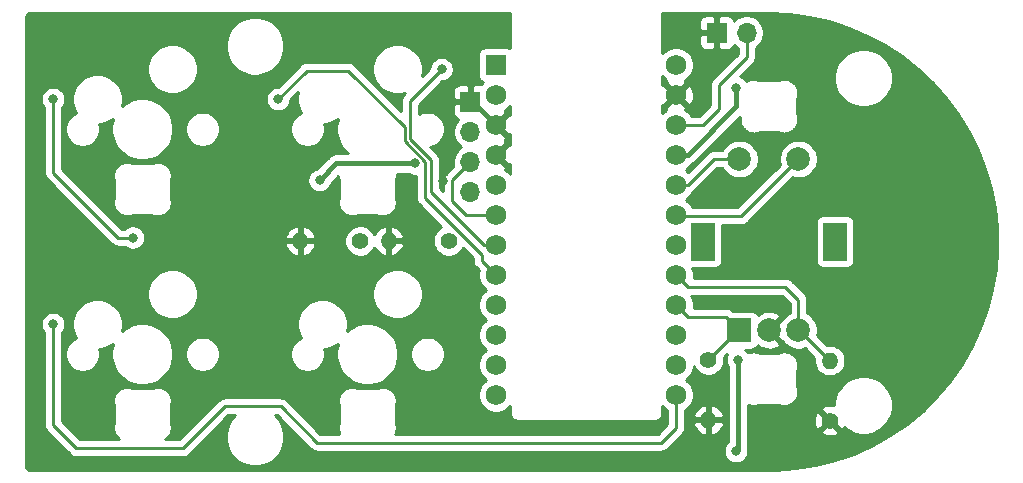
<source format=gtl>
%TF.GenerationSoftware,KiCad,Pcbnew,(5.1.9)-1*%
%TF.CreationDate,2021-11-30T13:31:35+01:00*%
%TF.ProjectId,Little_Big_Scroll,4c697474-6c65-45f4-9269-675f5363726f,v1.0*%
%TF.SameCoordinates,Original*%
%TF.FileFunction,Copper,L1,Top*%
%TF.FilePolarity,Positive*%
%FSLAX46Y46*%
G04 Gerber Fmt 4.6, Leading zero omitted, Abs format (unit mm)*
G04 Created by KiCad (PCBNEW (5.1.9)-1) date 2021-11-30 13:31:35*
%MOMM*%
%LPD*%
G01*
G04 APERTURE LIST*
%TA.AperFunction,ComponentPad*%
%ADD10C,2.000000*%
%TD*%
%TA.AperFunction,ComponentPad*%
%ADD11R,2.000000X3.200000*%
%TD*%
%TA.AperFunction,ComponentPad*%
%ADD12R,2.000000X2.000000*%
%TD*%
%TA.AperFunction,ComponentPad*%
%ADD13C,1.752600*%
%TD*%
%TA.AperFunction,ComponentPad*%
%ADD14R,1.752600X1.752600*%
%TD*%
%TA.AperFunction,ComponentPad*%
%ADD15O,1.700000X1.700000*%
%TD*%
%TA.AperFunction,ComponentPad*%
%ADD16R,1.700000X1.700000*%
%TD*%
%TA.AperFunction,ComponentPad*%
%ADD17O,1.400000X1.400000*%
%TD*%
%TA.AperFunction,ComponentPad*%
%ADD18C,1.400000*%
%TD*%
%TA.AperFunction,ViaPad*%
%ADD19C,0.800000*%
%TD*%
%TA.AperFunction,Conductor*%
%ADD20C,0.450000*%
%TD*%
%TA.AperFunction,Conductor*%
%ADD21C,0.250000*%
%TD*%
%TA.AperFunction,Conductor*%
%ADD22C,0.254000*%
%TD*%
%TA.AperFunction,Conductor*%
%ADD23C,0.100000*%
%TD*%
G04 APERTURE END LIST*
D10*
X221880000Y-104555000D03*
X216880000Y-104555000D03*
D11*
X224980000Y-111555000D03*
X213780000Y-111555000D03*
D10*
X221880000Y-119055000D03*
X219380000Y-119055000D03*
D12*
X216880000Y-119055000D03*
D13*
X211500000Y-96585000D03*
X196260000Y-124525000D03*
X211500000Y-99125000D03*
X211500000Y-101665000D03*
X211500000Y-104205000D03*
X211500000Y-106745000D03*
X211500000Y-109285000D03*
X211500000Y-111825000D03*
X211500000Y-114365000D03*
X211500000Y-116905000D03*
X211500000Y-119445000D03*
X211500000Y-121985000D03*
X211500000Y-124525000D03*
X196260000Y-121985000D03*
X196260000Y-119445000D03*
X196260000Y-116905000D03*
X196260000Y-114365000D03*
X196260000Y-111825000D03*
X196260000Y-109285000D03*
X196260000Y-106745000D03*
X196260000Y-104205000D03*
X196260000Y-101665000D03*
X196260000Y-99125000D03*
D14*
X196260000Y-96585000D03*
D15*
X194105000Y-107340000D03*
X194105000Y-104800000D03*
X194105000Y-102260000D03*
D16*
X194105000Y-99720000D03*
D15*
X217490000Y-93870000D03*
D16*
X214950000Y-93870000D03*
D17*
X224520000Y-121620000D03*
D18*
X224520000Y-126700000D03*
D17*
X214250000Y-126650000D03*
D18*
X214250000Y-121570000D03*
D17*
X187180000Y-111480000D03*
D18*
X192260000Y-111480000D03*
D17*
X179690000Y-111500000D03*
D18*
X184770000Y-111500000D03*
D19*
X159330000Y-112360000D03*
X160240000Y-125500000D03*
X171710000Y-112540000D03*
X171870000Y-123220000D03*
X193294000Y-126492000D03*
X191770000Y-106426000D03*
X236970000Y-112040000D03*
X219202000Y-126238000D03*
X218440000Y-116586000D03*
X181330001Y-106359999D03*
X216612227Y-98515010D03*
X189372631Y-104928360D03*
X216586000Y-129286000D03*
X216770000Y-121540000D03*
X165520000Y-111210000D03*
X158770000Y-99490000D03*
X177820000Y-99490000D03*
X191670000Y-96950000D03*
X158770000Y-118540000D03*
D20*
X194315000Y-99720000D02*
X196260000Y-101665000D01*
X194105000Y-99720000D02*
X194315000Y-99720000D01*
X182761640Y-104928360D02*
X189372631Y-104928360D01*
X181330001Y-106359999D02*
X182761640Y-104928360D01*
X216612227Y-100092773D02*
X216612227Y-98515010D01*
X212500000Y-104205000D02*
X216612227Y-100092773D01*
X211500000Y-104205000D02*
X212500000Y-104205000D01*
X216770000Y-129102000D02*
X216586000Y-129286000D01*
X216770000Y-121540000D02*
X216770000Y-129102000D01*
D21*
X192532000Y-106373000D02*
X194105000Y-104800000D01*
X192532000Y-108092000D02*
X192532000Y-106373000D01*
X193725000Y-109285000D02*
X192532000Y-108092000D01*
X196260000Y-109285000D02*
X193725000Y-109285000D01*
X215730000Y-117905000D02*
X216880000Y-119055000D01*
X212500000Y-117905000D02*
X215730000Y-117905000D01*
X211500000Y-116905000D02*
X212500000Y-117905000D01*
X216765000Y-119055000D02*
X216880000Y-119055000D01*
X214250000Y-121570000D02*
X216765000Y-119055000D01*
X221955000Y-119055000D02*
X221880000Y-119055000D01*
X224520000Y-121620000D02*
X221955000Y-119055000D01*
X221880000Y-116470000D02*
X221880000Y-119055000D01*
X220775000Y-115365000D02*
X221880000Y-116470000D01*
X212500000Y-115365000D02*
X220775000Y-115365000D01*
X211500000Y-114365000D02*
X212500000Y-115365000D01*
X165520000Y-111210000D02*
X164260000Y-111210000D01*
X158770000Y-105720000D02*
X158770000Y-99490000D01*
X164260000Y-111210000D02*
X158770000Y-105720000D01*
X195058699Y-113163699D02*
X196260000Y-114365000D01*
X195058699Y-112648699D02*
X195058699Y-113163699D01*
X190246000Y-107836000D02*
X195058699Y-112648699D01*
X188525989Y-103056400D02*
X190246000Y-104776410D01*
X188525989Y-101875989D02*
X188525989Y-103056400D01*
X183730000Y-97080000D02*
X188525989Y-101875989D01*
X180230000Y-97080000D02*
X183730000Y-97080000D01*
X190246000Y-104776410D02*
X190246000Y-107836000D01*
X177820000Y-99490000D02*
X180230000Y-97080000D01*
X188976000Y-99644000D02*
X191670000Y-96950000D01*
X188976000Y-102870000D02*
X188976000Y-99644000D01*
X190754000Y-104648000D02*
X188976000Y-102870000D01*
X190754000Y-107319000D02*
X190754000Y-104648000D01*
X195260000Y-111825000D02*
X190754000Y-107319000D01*
X196260000Y-111825000D02*
X195260000Y-111825000D01*
X211500000Y-127336000D02*
X211500000Y-124525000D01*
X210266000Y-128570000D02*
X211500000Y-127336000D01*
X181090000Y-128570000D02*
X210266000Y-128570000D01*
X178030000Y-125510000D02*
X181090000Y-128570000D01*
X173300000Y-125510000D02*
X178030000Y-125510000D01*
X160750000Y-129050000D02*
X169760000Y-129050000D01*
X169760000Y-129050000D02*
X173300000Y-125510000D01*
X158770000Y-127070000D02*
X160750000Y-129050000D01*
X158770000Y-118540000D02*
X158770000Y-127070000D01*
X212500000Y-106745000D02*
X211500000Y-106745000D01*
X214690000Y-104555000D02*
X212500000Y-106745000D01*
X216880000Y-104555000D02*
X214690000Y-104555000D01*
X211623701Y-109408701D02*
X211500000Y-109285000D01*
X217026299Y-109408701D02*
X211623701Y-109408701D01*
X221880000Y-104555000D02*
X217026299Y-109408701D01*
X213803000Y-101665000D02*
X211500000Y-101665000D01*
X215138000Y-100330000D02*
X213803000Y-101665000D01*
X215138000Y-98298000D02*
X215138000Y-100330000D01*
X217490000Y-95946000D02*
X215138000Y-98298000D01*
X217490000Y-93870000D02*
X217490000Y-95946000D01*
D22*
X197460001Y-95161703D02*
X197380480Y-95119198D01*
X197260782Y-95082888D01*
X197136300Y-95070628D01*
X195383700Y-95070628D01*
X195259218Y-95082888D01*
X195139520Y-95119198D01*
X195029206Y-95178163D01*
X194932515Y-95257515D01*
X194853163Y-95354206D01*
X194794198Y-95464520D01*
X194757888Y-95584218D01*
X194745628Y-95708700D01*
X194745628Y-97461300D01*
X194757888Y-97585782D01*
X194794198Y-97705480D01*
X194853163Y-97815794D01*
X194932515Y-97912485D01*
X195029206Y-97991837D01*
X195139520Y-98050802D01*
X195183542Y-98064156D01*
X195086096Y-98161602D01*
X195033913Y-98239700D01*
X194955000Y-98231928D01*
X194390750Y-98235000D01*
X194232000Y-98393750D01*
X194232000Y-99593000D01*
X194252000Y-99593000D01*
X194252000Y-99847000D01*
X194232000Y-99847000D01*
X194232000Y-99867000D01*
X193978000Y-99867000D01*
X193978000Y-99847000D01*
X192778750Y-99847000D01*
X192620000Y-100005750D01*
X192616928Y-100570000D01*
X192629188Y-100694482D01*
X192665498Y-100814180D01*
X192724463Y-100924494D01*
X192803815Y-101021185D01*
X192900506Y-101100537D01*
X193010820Y-101159502D01*
X193083380Y-101181513D01*
X192951525Y-101313368D01*
X192789010Y-101556589D01*
X192677068Y-101826842D01*
X192620000Y-102113740D01*
X192620000Y-102406260D01*
X192677068Y-102693158D01*
X192789010Y-102963411D01*
X192951525Y-103206632D01*
X193158368Y-103413475D01*
X193332760Y-103530000D01*
X193158368Y-103646525D01*
X192951525Y-103853368D01*
X192789010Y-104096589D01*
X192677068Y-104366842D01*
X192620000Y-104653740D01*
X192620000Y-104946260D01*
X192663791Y-105166408D01*
X192020998Y-105809201D01*
X191992000Y-105832999D01*
X191968202Y-105861997D01*
X191968201Y-105861998D01*
X191897026Y-105948724D01*
X191826454Y-106080754D01*
X191797605Y-106175861D01*
X191782998Y-106224014D01*
X191772154Y-106334118D01*
X191768324Y-106373000D01*
X191772001Y-106410332D01*
X191772000Y-107262199D01*
X191514000Y-107004199D01*
X191514000Y-104685325D01*
X191517676Y-104648000D01*
X191514000Y-104610675D01*
X191514000Y-104610667D01*
X191503003Y-104499014D01*
X191459546Y-104355753D01*
X191388974Y-104223724D01*
X191294001Y-104107999D01*
X191265003Y-104084201D01*
X190681711Y-103500909D01*
X190893421Y-103458798D01*
X191163838Y-103346788D01*
X191407206Y-103184174D01*
X191614174Y-102977206D01*
X191776788Y-102733838D01*
X191888798Y-102463421D01*
X191945900Y-102176348D01*
X191945900Y-101883652D01*
X191888798Y-101596579D01*
X191776788Y-101326162D01*
X191614174Y-101082794D01*
X191407206Y-100875826D01*
X191163838Y-100713212D01*
X190893421Y-100601202D01*
X190606348Y-100544100D01*
X190313652Y-100544100D01*
X190026579Y-100601202D01*
X189756162Y-100713212D01*
X189736000Y-100726684D01*
X189736000Y-99958801D01*
X190824801Y-98870000D01*
X192616928Y-98870000D01*
X192620000Y-99434250D01*
X192778750Y-99593000D01*
X193978000Y-99593000D01*
X193978000Y-98393750D01*
X193819250Y-98235000D01*
X193255000Y-98231928D01*
X193130518Y-98244188D01*
X193010820Y-98280498D01*
X192900506Y-98339463D01*
X192803815Y-98418815D01*
X192724463Y-98515506D01*
X192665498Y-98625820D01*
X192629188Y-98745518D01*
X192616928Y-98870000D01*
X190824801Y-98870000D01*
X191709802Y-97985000D01*
X191771939Y-97985000D01*
X191971898Y-97945226D01*
X192160256Y-97867205D01*
X192329774Y-97753937D01*
X192473937Y-97609774D01*
X192587205Y-97440256D01*
X192665226Y-97251898D01*
X192705000Y-97051939D01*
X192705000Y-96848061D01*
X192665226Y-96648102D01*
X192587205Y-96459744D01*
X192473937Y-96290226D01*
X192329774Y-96146063D01*
X192160256Y-96032795D01*
X191971898Y-95954774D01*
X191771939Y-95915000D01*
X191568061Y-95915000D01*
X191368102Y-95954774D01*
X191179744Y-96032795D01*
X191010226Y-96146063D01*
X190866063Y-96290226D01*
X190752795Y-96459744D01*
X190674774Y-96648102D01*
X190635000Y-96848061D01*
X190635000Y-96910198D01*
X189973080Y-97572119D01*
X190055000Y-97160279D01*
X190055000Y-96739721D01*
X189972953Y-96327244D01*
X189812012Y-95938698D01*
X189578363Y-95589017D01*
X189280983Y-95291637D01*
X188931302Y-95057988D01*
X188542756Y-94897047D01*
X188130279Y-94815000D01*
X187709721Y-94815000D01*
X187297244Y-94897047D01*
X186908698Y-95057988D01*
X186559017Y-95291637D01*
X186261637Y-95589017D01*
X186027988Y-95938698D01*
X185867047Y-96327244D01*
X185785000Y-96739721D01*
X185785000Y-97160279D01*
X185867047Y-97572756D01*
X186027988Y-97961302D01*
X186261637Y-98310983D01*
X186559017Y-98608363D01*
X186908698Y-98842012D01*
X187297244Y-99002953D01*
X187709721Y-99085000D01*
X188130279Y-99085000D01*
X188542119Y-99003080D01*
X188464998Y-99080201D01*
X188436000Y-99103999D01*
X188412202Y-99132997D01*
X188412201Y-99132998D01*
X188341026Y-99219724D01*
X188270454Y-99351754D01*
X188245430Y-99434250D01*
X188226998Y-99495014D01*
X188219848Y-99567609D01*
X188212324Y-99644000D01*
X188216001Y-99681332D01*
X188216001Y-100491199D01*
X184293804Y-96569003D01*
X184270001Y-96539999D01*
X184154276Y-96445026D01*
X184022247Y-96374454D01*
X183878986Y-96330997D01*
X183767333Y-96320000D01*
X183767322Y-96320000D01*
X183730000Y-96316324D01*
X183692678Y-96320000D01*
X180267325Y-96320000D01*
X180230000Y-96316324D01*
X180192675Y-96320000D01*
X180192667Y-96320000D01*
X180081014Y-96330997D01*
X179937753Y-96374454D01*
X179805724Y-96445026D01*
X179689999Y-96539999D01*
X179666201Y-96568997D01*
X177780199Y-98455000D01*
X177718061Y-98455000D01*
X177518102Y-98494774D01*
X177329744Y-98572795D01*
X177160226Y-98686063D01*
X177016063Y-98830226D01*
X176902795Y-98999744D01*
X176824774Y-99188102D01*
X176785000Y-99388061D01*
X176785000Y-99591939D01*
X176824774Y-99791898D01*
X176902795Y-99980256D01*
X177016063Y-100149774D01*
X177160226Y-100293937D01*
X177329744Y-100407205D01*
X177518102Y-100485226D01*
X177718061Y-100525000D01*
X177921939Y-100525000D01*
X178121898Y-100485226D01*
X178310256Y-100407205D01*
X178479774Y-100293937D01*
X178623937Y-100149774D01*
X178737205Y-99980256D01*
X178815226Y-99791898D01*
X178855000Y-99591939D01*
X178855000Y-99529801D01*
X179516920Y-98867881D01*
X179435000Y-99279721D01*
X179435000Y-99700279D01*
X179517047Y-100112756D01*
X179677988Y-100501302D01*
X179771150Y-100640730D01*
X179596162Y-100713212D01*
X179352794Y-100875826D01*
X179145826Y-101082794D01*
X178983212Y-101326162D01*
X178871202Y-101596579D01*
X178814100Y-101883652D01*
X178814100Y-102176348D01*
X178871202Y-102463421D01*
X178983212Y-102733838D01*
X179145826Y-102977206D01*
X179352794Y-103184174D01*
X179596162Y-103346788D01*
X179866579Y-103458798D01*
X180153652Y-103515900D01*
X180446348Y-103515900D01*
X180733421Y-103458798D01*
X181003838Y-103346788D01*
X181247206Y-103184174D01*
X181454174Y-102977206D01*
X181616788Y-102733838D01*
X181728798Y-102463421D01*
X181785900Y-102176348D01*
X181785900Y-101883652D01*
X181734451Y-101625000D01*
X181780279Y-101625000D01*
X182192756Y-101542953D01*
X182581302Y-101382012D01*
X182887708Y-101177279D01*
X182852127Y-101263178D01*
X182751100Y-101771076D01*
X182751100Y-102288924D01*
X182852127Y-102796822D01*
X183050299Y-103275251D01*
X183338000Y-103705826D01*
X183700534Y-104068360D01*
X182803878Y-104068360D01*
X182761639Y-104064200D01*
X182719400Y-104068360D01*
X182719394Y-104068360D01*
X182624178Y-104077738D01*
X182593049Y-104080804D01*
X182528025Y-104100529D01*
X182430940Y-104129979D01*
X182281538Y-104209836D01*
X182150586Y-104317306D01*
X182123657Y-104350120D01*
X181129091Y-105344685D01*
X181028103Y-105364773D01*
X180839745Y-105442794D01*
X180670227Y-105556062D01*
X180526064Y-105700225D01*
X180412796Y-105869743D01*
X180334775Y-106058101D01*
X180295001Y-106258060D01*
X180295001Y-106461938D01*
X180334775Y-106661897D01*
X180412796Y-106850255D01*
X180526064Y-107019773D01*
X180670227Y-107163936D01*
X180839745Y-107277204D01*
X181028103Y-107355225D01*
X181228062Y-107394999D01*
X181431940Y-107394999D01*
X181631899Y-107355225D01*
X181820257Y-107277204D01*
X181989775Y-107163936D01*
X182133938Y-107019773D01*
X182247206Y-106850255D01*
X182325227Y-106661897D01*
X182345315Y-106560909D01*
X182899268Y-106006955D01*
X182900992Y-106036793D01*
X182903708Y-106098831D01*
X182905123Y-106108291D01*
X182920231Y-106204697D01*
X182935780Y-106264794D01*
X182950492Y-106325114D01*
X182953716Y-106334118D01*
X182987261Y-106425754D01*
X182995002Y-106446900D01*
X182995001Y-107777266D01*
X182994859Y-107777737D01*
X182987376Y-107793011D01*
X182984089Y-107801993D01*
X182951193Y-107893864D01*
X182936068Y-107954077D01*
X182920102Y-108014081D01*
X182918622Y-108023530D01*
X182904198Y-108120040D01*
X182901057Y-108182032D01*
X182897049Y-108243992D01*
X182897433Y-108253548D01*
X182902028Y-108351023D01*
X182910989Y-108412455D01*
X182919093Y-108474017D01*
X182921325Y-108483317D01*
X182944766Y-108578042D01*
X182965492Y-108636570D01*
X182985395Y-108695374D01*
X182989392Y-108704063D01*
X183030786Y-108792433D01*
X183062468Y-108845792D01*
X183093429Y-108899637D01*
X183099037Y-108907384D01*
X183156806Y-108986029D01*
X183198256Y-109032226D01*
X183239081Y-109079026D01*
X183246087Y-109085537D01*
X183318032Y-109151464D01*
X183367663Y-109188729D01*
X183416800Y-109226707D01*
X183424937Y-109231733D01*
X183508316Y-109282430D01*
X183564274Y-109309362D01*
X183619825Y-109337059D01*
X183628784Y-109340409D01*
X183720423Y-109373945D01*
X183780583Y-109389504D01*
X183840407Y-109405871D01*
X183849846Y-109407417D01*
X183849853Y-109407419D01*
X183849861Y-109407419D01*
X183946253Y-109422516D01*
X184008231Y-109426091D01*
X184070166Y-109430531D01*
X184079725Y-109430214D01*
X184177230Y-109426299D01*
X184238698Y-109417770D01*
X184300333Y-109410094D01*
X184309648Y-109407927D01*
X184404535Y-109385148D01*
X184463223Y-109364826D01*
X184522152Y-109345338D01*
X184530869Y-109341402D01*
X184619202Y-109300774D01*
X184619519Y-109300631D01*
X184631764Y-109294999D01*
X186130132Y-109294999D01*
X186139264Y-109300420D01*
X186147954Y-109304415D01*
X186236896Y-109344562D01*
X186295712Y-109364463D01*
X186354230Y-109385178D01*
X186363527Y-109387409D01*
X186363532Y-109387411D01*
X186363537Y-109387412D01*
X186458576Y-109409517D01*
X186520125Y-109417613D01*
X186581565Y-109426570D01*
X186591122Y-109426953D01*
X186688651Y-109430178D01*
X186750616Y-109426164D01*
X186812619Y-109423016D01*
X186822068Y-109421535D01*
X186918366Y-109405754D01*
X186978362Y-109389783D01*
X187038566Y-109374654D01*
X187047547Y-109371366D01*
X187047556Y-109371363D01*
X187047559Y-109371361D01*
X187138947Y-109337182D01*
X187194686Y-109309868D01*
X187250827Y-109283323D01*
X187258999Y-109278354D01*
X187342018Y-109227068D01*
X187391429Y-109189418D01*
X187441308Y-109152501D01*
X187448359Y-109146039D01*
X187519835Y-109079604D01*
X187560960Y-109033110D01*
X187602740Y-108987184D01*
X187608402Y-108979475D01*
X187665614Y-108900423D01*
X187696929Y-108846822D01*
X187728999Y-108793645D01*
X187733055Y-108784983D01*
X187773822Y-108696323D01*
X187794113Y-108637705D01*
X187815256Y-108579277D01*
X187817553Y-108569992D01*
X187840323Y-108475103D01*
X187848850Y-108413598D01*
X187858234Y-108352230D01*
X187858683Y-108342677D01*
X187862588Y-108245172D01*
X187859008Y-108183208D01*
X187856292Y-108121166D01*
X187854878Y-108111707D01*
X187839769Y-108015300D01*
X187824220Y-107955204D01*
X187809508Y-107894883D01*
X187806284Y-107885879D01*
X187772739Y-107794243D01*
X187772737Y-107794240D01*
X187764999Y-107773100D01*
X187764999Y-106442731D01*
X187765140Y-106442264D01*
X187772624Y-106426988D01*
X187775911Y-106418006D01*
X187808807Y-106326135D01*
X187823932Y-106265922D01*
X187839897Y-106205924D01*
X187841377Y-106196475D01*
X187855802Y-106099964D01*
X187858943Y-106037981D01*
X187862952Y-105976006D01*
X187862568Y-105966449D01*
X187857973Y-105868975D01*
X187849012Y-105807543D01*
X187846487Y-105788360D01*
X188796761Y-105788360D01*
X188882375Y-105845565D01*
X189070733Y-105923586D01*
X189270692Y-105963360D01*
X189474570Y-105963360D01*
X189486000Y-105961086D01*
X189486001Y-107798668D01*
X189482324Y-107836000D01*
X189486001Y-107873333D01*
X189496998Y-107984986D01*
X189508690Y-108023530D01*
X189540454Y-108128246D01*
X189611026Y-108260276D01*
X189679397Y-108343585D01*
X189706000Y-108376001D01*
X189734998Y-108399799D01*
X191630821Y-110295622D01*
X191627641Y-110296939D01*
X191408987Y-110443038D01*
X191223038Y-110628987D01*
X191076939Y-110847641D01*
X190976304Y-111090595D01*
X190925000Y-111348514D01*
X190925000Y-111611486D01*
X190976304Y-111869405D01*
X191076939Y-112112359D01*
X191223038Y-112331013D01*
X191408987Y-112516962D01*
X191627641Y-112663061D01*
X191870595Y-112763696D01*
X192128514Y-112815000D01*
X192391486Y-112815000D01*
X192649405Y-112763696D01*
X192892359Y-112663061D01*
X193111013Y-112516962D01*
X193296962Y-112331013D01*
X193443061Y-112112359D01*
X193444378Y-112109180D01*
X194298699Y-112963501D01*
X194298699Y-113126377D01*
X194295023Y-113163699D01*
X194298699Y-113201021D01*
X194298699Y-113201032D01*
X194309696Y-113312685D01*
X194353153Y-113455946D01*
X194423725Y-113587975D01*
X194518699Y-113703700D01*
X194547697Y-113727498D01*
X194796424Y-113976225D01*
X194748700Y-114216150D01*
X194748700Y-114513850D01*
X194806778Y-114805830D01*
X194920703Y-115080869D01*
X195086096Y-115328398D01*
X195296602Y-115538904D01*
X195440420Y-115635000D01*
X195296602Y-115731096D01*
X195086096Y-115941602D01*
X194920703Y-116189131D01*
X194806778Y-116464170D01*
X194748700Y-116756150D01*
X194748700Y-117053850D01*
X194806778Y-117345830D01*
X194920703Y-117620869D01*
X195086096Y-117868398D01*
X195296602Y-118078904D01*
X195440420Y-118175000D01*
X195296602Y-118271096D01*
X195086096Y-118481602D01*
X194920703Y-118729131D01*
X194806778Y-119004170D01*
X194748700Y-119296150D01*
X194748700Y-119593850D01*
X194806778Y-119885830D01*
X194920703Y-120160869D01*
X195086096Y-120408398D01*
X195296602Y-120618904D01*
X195440420Y-120715000D01*
X195296602Y-120811096D01*
X195086096Y-121021602D01*
X194920703Y-121269131D01*
X194806778Y-121544170D01*
X194748700Y-121836150D01*
X194748700Y-122133850D01*
X194806778Y-122425830D01*
X194920703Y-122700869D01*
X195086096Y-122948398D01*
X195296602Y-123158904D01*
X195440420Y-123255000D01*
X195296602Y-123351096D01*
X195086096Y-123561602D01*
X194920703Y-123809131D01*
X194806778Y-124084170D01*
X194748700Y-124376150D01*
X194748700Y-124673850D01*
X194806778Y-124965830D01*
X194920703Y-125240869D01*
X195086096Y-125488398D01*
X195296602Y-125698904D01*
X195544131Y-125864297D01*
X195819170Y-125978222D01*
X196111150Y-126036300D01*
X196408850Y-126036300D01*
X196700830Y-125978222D01*
X196975869Y-125864297D01*
X197223398Y-125698904D01*
X197433904Y-125488398D01*
X197460000Y-125449342D01*
X197460000Y-126037581D01*
X197456807Y-126070000D01*
X197469550Y-126199383D01*
X197507290Y-126323793D01*
X197568575Y-126438450D01*
X197640814Y-126526473D01*
X197651052Y-126538948D01*
X197751550Y-126621425D01*
X197866207Y-126682710D01*
X197990617Y-126720450D01*
X198120000Y-126733193D01*
X198152419Y-126730000D01*
X209657581Y-126730000D01*
X209690000Y-126733193D01*
X209722419Y-126730000D01*
X209819383Y-126720450D01*
X209943793Y-126682710D01*
X210058450Y-126621425D01*
X210158948Y-126538948D01*
X210241425Y-126438450D01*
X210302710Y-126323793D01*
X210340450Y-126199383D01*
X210353193Y-126070000D01*
X210350000Y-126037581D01*
X210350000Y-125512302D01*
X210536602Y-125698904D01*
X210740001Y-125834810D01*
X210740000Y-127021198D01*
X209951199Y-127810000D01*
X187744543Y-127810000D01*
X187773822Y-127746323D01*
X187794113Y-127687705D01*
X187815256Y-127629277D01*
X187817553Y-127619992D01*
X187840323Y-127525103D01*
X187848850Y-127463598D01*
X187858234Y-127402230D01*
X187858683Y-127392677D01*
X187862588Y-127295172D01*
X187859008Y-127233208D01*
X187856292Y-127171166D01*
X187854878Y-127161707D01*
X187839769Y-127065300D01*
X187824220Y-127005204D01*
X187809508Y-126944883D01*
X187806284Y-126935879D01*
X187772739Y-126844243D01*
X187772737Y-126844240D01*
X187764999Y-126823100D01*
X187764999Y-125492731D01*
X187765140Y-125492264D01*
X187772624Y-125476988D01*
X187775911Y-125468006D01*
X187808807Y-125376135D01*
X187823932Y-125315922D01*
X187839897Y-125255924D01*
X187841377Y-125246475D01*
X187855802Y-125149964D01*
X187858943Y-125087981D01*
X187862952Y-125026006D01*
X187862568Y-125016449D01*
X187857973Y-124918975D01*
X187849012Y-124857543D01*
X187840908Y-124795981D01*
X187838678Y-124786694D01*
X187838677Y-124786686D01*
X187838674Y-124786679D01*
X187815235Y-124691956D01*
X187794509Y-124633428D01*
X187774606Y-124574624D01*
X187770610Y-124565935D01*
X187729215Y-124477566D01*
X187697543Y-124424223D01*
X187666572Y-124370361D01*
X187660964Y-124362614D01*
X187603195Y-124283969D01*
X187561745Y-124237772D01*
X187520920Y-124190972D01*
X187513914Y-124184461D01*
X187441969Y-124118534D01*
X187392324Y-124081259D01*
X187343198Y-124043289D01*
X187335061Y-124038263D01*
X187251681Y-123987566D01*
X187195720Y-123960634D01*
X187140181Y-123932942D01*
X187131223Y-123929592D01*
X187039584Y-123896055D01*
X186979470Y-123880508D01*
X186919587Y-123864125D01*
X186910149Y-123862579D01*
X186813742Y-123847481D01*
X186751759Y-123843906D01*
X186689836Y-123839467D01*
X186680277Y-123839783D01*
X186582771Y-123843699D01*
X186521312Y-123852226D01*
X186459667Y-123859904D01*
X186450352Y-123862071D01*
X186355465Y-123884850D01*
X186296778Y-123905171D01*
X186237854Y-123924658D01*
X186229137Y-123928593D01*
X186140482Y-123969368D01*
X186128237Y-123975000D01*
X184629868Y-123975000D01*
X184620736Y-123969579D01*
X184612046Y-123965584D01*
X184523104Y-123925437D01*
X184464281Y-123905533D01*
X184405771Y-123884821D01*
X184396471Y-123882589D01*
X184396468Y-123882588D01*
X184396465Y-123882588D01*
X184301426Y-123860482D01*
X184239863Y-123852384D01*
X184178436Y-123843429D01*
X184168879Y-123843046D01*
X184071349Y-123839821D01*
X184009396Y-123843834D01*
X183947389Y-123846982D01*
X183937940Y-123848463D01*
X183841642Y-123864243D01*
X183781666Y-123880209D01*
X183721435Y-123895344D01*
X183712453Y-123898632D01*
X183621054Y-123932816D01*
X183565316Y-123960129D01*
X183509174Y-123986675D01*
X183501002Y-123991644D01*
X183417983Y-124042930D01*
X183368590Y-124080567D01*
X183318697Y-124117494D01*
X183311646Y-124123956D01*
X183240170Y-124190390D01*
X183199053Y-124236874D01*
X183157258Y-124282816D01*
X183151597Y-124290525D01*
X183094385Y-124369578D01*
X183063067Y-124423185D01*
X183031004Y-124476350D01*
X183026947Y-124485012D01*
X182986180Y-124573671D01*
X182965863Y-124632364D01*
X182944745Y-124690720D01*
X182942448Y-124700005D01*
X182919678Y-124794894D01*
X182911146Y-124856431D01*
X182901768Y-124917760D01*
X182901318Y-124927313D01*
X182897412Y-125024818D01*
X182900992Y-125086793D01*
X182903708Y-125148831D01*
X182905123Y-125158291D01*
X182920231Y-125254697D01*
X182935780Y-125314794D01*
X182950492Y-125375114D01*
X182953716Y-125384118D01*
X182987261Y-125475754D01*
X182995002Y-125496900D01*
X182995001Y-126827266D01*
X182994859Y-126827737D01*
X182987376Y-126843011D01*
X182984089Y-126851993D01*
X182951193Y-126943864D01*
X182936068Y-127004077D01*
X182920102Y-127064081D01*
X182918622Y-127073530D01*
X182904198Y-127170040D01*
X182901057Y-127232032D01*
X182897049Y-127293992D01*
X182897433Y-127303548D01*
X182902028Y-127401023D01*
X182910989Y-127462455D01*
X182919093Y-127524017D01*
X182921325Y-127533317D01*
X182944766Y-127628042D01*
X182965492Y-127686570D01*
X182985395Y-127745374D01*
X182989392Y-127754063D01*
X183015594Y-127810000D01*
X181404802Y-127810000D01*
X178593804Y-124999003D01*
X178570001Y-124969999D01*
X178454276Y-124875026D01*
X178322247Y-124804454D01*
X178178986Y-124760997D01*
X178067333Y-124750000D01*
X178067322Y-124750000D01*
X178030000Y-124746324D01*
X177992678Y-124750000D01*
X173337322Y-124750000D01*
X173299999Y-124746324D01*
X173262677Y-124750000D01*
X173262667Y-124750000D01*
X173151014Y-124760997D01*
X173021263Y-124800356D01*
X173007753Y-124804454D01*
X172875723Y-124875026D01*
X172797037Y-124939603D01*
X172759999Y-124969999D01*
X172736201Y-124998997D01*
X169445199Y-128290000D01*
X168271084Y-128290000D01*
X168292018Y-128277068D01*
X168341429Y-128239418D01*
X168391308Y-128202501D01*
X168398359Y-128196039D01*
X168469835Y-128129604D01*
X168510960Y-128083110D01*
X168552740Y-128037184D01*
X168558402Y-128029475D01*
X168615614Y-127950423D01*
X168646929Y-127896822D01*
X168678999Y-127843645D01*
X168683055Y-127834983D01*
X168723822Y-127746323D01*
X168744113Y-127687705D01*
X168765256Y-127629277D01*
X168767553Y-127619992D01*
X168790323Y-127525103D01*
X168798850Y-127463598D01*
X168808234Y-127402230D01*
X168808683Y-127392677D01*
X168812588Y-127295172D01*
X168809008Y-127233208D01*
X168806292Y-127171166D01*
X168804878Y-127161707D01*
X168789769Y-127065300D01*
X168774220Y-127005204D01*
X168759508Y-126944883D01*
X168756284Y-126935879D01*
X168722739Y-126844243D01*
X168722737Y-126844240D01*
X168714999Y-126823100D01*
X168714999Y-125492731D01*
X168715140Y-125492264D01*
X168722624Y-125476988D01*
X168725911Y-125468006D01*
X168758807Y-125376135D01*
X168773932Y-125315922D01*
X168789897Y-125255924D01*
X168791377Y-125246475D01*
X168805802Y-125149964D01*
X168808943Y-125087981D01*
X168812952Y-125026006D01*
X168812568Y-125016449D01*
X168807973Y-124918975D01*
X168799012Y-124857543D01*
X168790908Y-124795981D01*
X168788678Y-124786694D01*
X168788677Y-124786686D01*
X168788674Y-124786679D01*
X168765235Y-124691956D01*
X168744509Y-124633428D01*
X168724606Y-124574624D01*
X168720610Y-124565935D01*
X168679215Y-124477566D01*
X168647543Y-124424223D01*
X168616572Y-124370361D01*
X168610964Y-124362614D01*
X168553195Y-124283969D01*
X168511745Y-124237772D01*
X168470920Y-124190972D01*
X168463914Y-124184461D01*
X168391969Y-124118534D01*
X168342324Y-124081259D01*
X168293198Y-124043289D01*
X168285061Y-124038263D01*
X168201681Y-123987566D01*
X168145720Y-123960634D01*
X168090181Y-123932942D01*
X168081223Y-123929592D01*
X167989584Y-123896055D01*
X167929470Y-123880508D01*
X167869587Y-123864125D01*
X167860149Y-123862579D01*
X167763742Y-123847481D01*
X167701759Y-123843906D01*
X167639836Y-123839467D01*
X167630277Y-123839783D01*
X167532771Y-123843699D01*
X167471312Y-123852226D01*
X167409667Y-123859904D01*
X167400352Y-123862071D01*
X167305465Y-123884850D01*
X167246778Y-123905171D01*
X167187854Y-123924658D01*
X167179137Y-123928593D01*
X167090482Y-123969368D01*
X167078237Y-123975000D01*
X165579868Y-123975000D01*
X165570736Y-123969579D01*
X165562046Y-123965584D01*
X165473104Y-123925437D01*
X165414281Y-123905533D01*
X165355771Y-123884821D01*
X165346471Y-123882589D01*
X165346468Y-123882588D01*
X165346465Y-123882588D01*
X165251426Y-123860482D01*
X165189863Y-123852384D01*
X165128436Y-123843429D01*
X165118879Y-123843046D01*
X165021349Y-123839821D01*
X164959396Y-123843834D01*
X164897389Y-123846982D01*
X164887940Y-123848463D01*
X164791642Y-123864243D01*
X164731666Y-123880209D01*
X164671435Y-123895344D01*
X164662453Y-123898632D01*
X164571054Y-123932816D01*
X164515316Y-123960129D01*
X164459174Y-123986675D01*
X164451002Y-123991644D01*
X164367983Y-124042930D01*
X164318590Y-124080567D01*
X164268697Y-124117494D01*
X164261646Y-124123956D01*
X164190170Y-124190390D01*
X164149053Y-124236874D01*
X164107258Y-124282816D01*
X164101597Y-124290525D01*
X164044385Y-124369578D01*
X164013067Y-124423185D01*
X163981004Y-124476350D01*
X163976947Y-124485012D01*
X163936180Y-124573671D01*
X163915863Y-124632364D01*
X163894745Y-124690720D01*
X163892448Y-124700005D01*
X163869678Y-124794894D01*
X163861146Y-124856431D01*
X163851768Y-124917760D01*
X163851318Y-124927313D01*
X163847412Y-125024818D01*
X163850992Y-125086793D01*
X163853708Y-125148831D01*
X163855123Y-125158291D01*
X163870231Y-125254697D01*
X163885780Y-125314794D01*
X163900492Y-125375114D01*
X163903716Y-125384118D01*
X163937261Y-125475754D01*
X163945002Y-125496900D01*
X163945001Y-126827266D01*
X163944859Y-126827737D01*
X163937376Y-126843011D01*
X163934089Y-126851993D01*
X163901193Y-126943864D01*
X163886068Y-127004077D01*
X163870102Y-127064081D01*
X163868622Y-127073530D01*
X163854198Y-127170040D01*
X163851057Y-127232032D01*
X163847049Y-127293992D01*
X163847433Y-127303548D01*
X163852028Y-127401023D01*
X163860989Y-127462455D01*
X163869093Y-127524017D01*
X163871325Y-127533317D01*
X163894766Y-127628042D01*
X163915492Y-127686570D01*
X163935395Y-127745374D01*
X163939392Y-127754063D01*
X163980786Y-127842433D01*
X164012468Y-127895792D01*
X164043429Y-127949637D01*
X164049037Y-127957384D01*
X164106806Y-128036029D01*
X164148256Y-128082226D01*
X164189081Y-128129026D01*
X164196087Y-128135537D01*
X164268032Y-128201464D01*
X164317663Y-128238729D01*
X164366800Y-128276707D01*
X164374937Y-128281733D01*
X164388533Y-128290000D01*
X161064802Y-128290000D01*
X159530000Y-126755199D01*
X159530000Y-120933652D01*
X159764100Y-120933652D01*
X159764100Y-121226348D01*
X159821202Y-121513421D01*
X159933212Y-121783838D01*
X160095826Y-122027206D01*
X160302794Y-122234174D01*
X160546162Y-122396788D01*
X160816579Y-122508798D01*
X161103652Y-122565900D01*
X161396348Y-122565900D01*
X161683421Y-122508798D01*
X161953838Y-122396788D01*
X162197206Y-122234174D01*
X162404174Y-122027206D01*
X162566788Y-121783838D01*
X162678798Y-121513421D01*
X162735900Y-121226348D01*
X162735900Y-120933652D01*
X162684451Y-120675000D01*
X162730279Y-120675000D01*
X163142756Y-120592953D01*
X163531302Y-120432012D01*
X163837708Y-120227279D01*
X163802127Y-120313178D01*
X163701100Y-120821076D01*
X163701100Y-121338924D01*
X163802127Y-121846822D01*
X164000299Y-122325251D01*
X164288000Y-122755826D01*
X164654174Y-123122000D01*
X165084749Y-123409701D01*
X165563178Y-123607873D01*
X166071076Y-123708900D01*
X166588924Y-123708900D01*
X167096822Y-123607873D01*
X167575251Y-123409701D01*
X168005826Y-123122000D01*
X168372000Y-122755826D01*
X168659701Y-122325251D01*
X168857873Y-121846822D01*
X168958900Y-121338924D01*
X168958900Y-120933652D01*
X169924100Y-120933652D01*
X169924100Y-121226348D01*
X169981202Y-121513421D01*
X170093212Y-121783838D01*
X170255826Y-122027206D01*
X170462794Y-122234174D01*
X170706162Y-122396788D01*
X170976579Y-122508798D01*
X171263652Y-122565900D01*
X171556348Y-122565900D01*
X171843421Y-122508798D01*
X172113838Y-122396788D01*
X172357206Y-122234174D01*
X172564174Y-122027206D01*
X172726788Y-121783838D01*
X172838798Y-121513421D01*
X172895900Y-121226348D01*
X172895900Y-120933652D01*
X178814100Y-120933652D01*
X178814100Y-121226348D01*
X178871202Y-121513421D01*
X178983212Y-121783838D01*
X179145826Y-122027206D01*
X179352794Y-122234174D01*
X179596162Y-122396788D01*
X179866579Y-122508798D01*
X180153652Y-122565900D01*
X180446348Y-122565900D01*
X180733421Y-122508798D01*
X181003838Y-122396788D01*
X181247206Y-122234174D01*
X181454174Y-122027206D01*
X181616788Y-121783838D01*
X181728798Y-121513421D01*
X181785900Y-121226348D01*
X181785900Y-120933652D01*
X181734451Y-120675000D01*
X181780279Y-120675000D01*
X182192756Y-120592953D01*
X182581302Y-120432012D01*
X182887708Y-120227279D01*
X182852127Y-120313178D01*
X182751100Y-120821076D01*
X182751100Y-121338924D01*
X182852127Y-121846822D01*
X183050299Y-122325251D01*
X183338000Y-122755826D01*
X183704174Y-123122000D01*
X184134749Y-123409701D01*
X184613178Y-123607873D01*
X185121076Y-123708900D01*
X185638924Y-123708900D01*
X186146822Y-123607873D01*
X186625251Y-123409701D01*
X187055826Y-123122000D01*
X187422000Y-122755826D01*
X187709701Y-122325251D01*
X187907873Y-121846822D01*
X188008900Y-121338924D01*
X188008900Y-120933652D01*
X188974100Y-120933652D01*
X188974100Y-121226348D01*
X189031202Y-121513421D01*
X189143212Y-121783838D01*
X189305826Y-122027206D01*
X189512794Y-122234174D01*
X189756162Y-122396788D01*
X190026579Y-122508798D01*
X190313652Y-122565900D01*
X190606348Y-122565900D01*
X190893421Y-122508798D01*
X191163838Y-122396788D01*
X191407206Y-122234174D01*
X191614174Y-122027206D01*
X191776788Y-121783838D01*
X191888798Y-121513421D01*
X191945900Y-121226348D01*
X191945900Y-120933652D01*
X191888798Y-120646579D01*
X191776788Y-120376162D01*
X191614174Y-120132794D01*
X191407206Y-119925826D01*
X191163838Y-119763212D01*
X190893421Y-119651202D01*
X190606348Y-119594100D01*
X190313652Y-119594100D01*
X190026579Y-119651202D01*
X189756162Y-119763212D01*
X189512794Y-119925826D01*
X189305826Y-120132794D01*
X189143212Y-120376162D01*
X189031202Y-120646579D01*
X188974100Y-120933652D01*
X188008900Y-120933652D01*
X188008900Y-120821076D01*
X187907873Y-120313178D01*
X187709701Y-119834749D01*
X187422000Y-119404174D01*
X187055826Y-119038000D01*
X186625251Y-118750299D01*
X186146822Y-118552127D01*
X185638924Y-118451100D01*
X185121076Y-118451100D01*
X184613178Y-118552127D01*
X184134749Y-118750299D01*
X183704174Y-119038000D01*
X183633763Y-119108411D01*
X183705000Y-118750279D01*
X183705000Y-118329721D01*
X183622953Y-117917244D01*
X183462012Y-117528698D01*
X183228363Y-117179017D01*
X182930983Y-116881637D01*
X182581302Y-116647988D01*
X182192756Y-116487047D01*
X181780279Y-116405000D01*
X181359721Y-116405000D01*
X180947244Y-116487047D01*
X180558698Y-116647988D01*
X180209017Y-116881637D01*
X179911637Y-117179017D01*
X179677988Y-117528698D01*
X179517047Y-117917244D01*
X179435000Y-118329721D01*
X179435000Y-118750279D01*
X179517047Y-119162756D01*
X179677988Y-119551302D01*
X179771150Y-119690730D01*
X179596162Y-119763212D01*
X179352794Y-119925826D01*
X179145826Y-120132794D01*
X178983212Y-120376162D01*
X178871202Y-120646579D01*
X178814100Y-120933652D01*
X172895900Y-120933652D01*
X172838798Y-120646579D01*
X172726788Y-120376162D01*
X172564174Y-120132794D01*
X172357206Y-119925826D01*
X172113838Y-119763212D01*
X171843421Y-119651202D01*
X171556348Y-119594100D01*
X171263652Y-119594100D01*
X170976579Y-119651202D01*
X170706162Y-119763212D01*
X170462794Y-119925826D01*
X170255826Y-120132794D01*
X170093212Y-120376162D01*
X169981202Y-120646579D01*
X169924100Y-120933652D01*
X168958900Y-120933652D01*
X168958900Y-120821076D01*
X168857873Y-120313178D01*
X168659701Y-119834749D01*
X168372000Y-119404174D01*
X168005826Y-119038000D01*
X167575251Y-118750299D01*
X167096822Y-118552127D01*
X166588924Y-118451100D01*
X166071076Y-118451100D01*
X165563178Y-118552127D01*
X165084749Y-118750299D01*
X164654174Y-119038000D01*
X164583763Y-119108411D01*
X164655000Y-118750279D01*
X164655000Y-118329721D01*
X164572953Y-117917244D01*
X164412012Y-117528698D01*
X164178363Y-117179017D01*
X163880983Y-116881637D01*
X163531302Y-116647988D01*
X163142756Y-116487047D01*
X162730279Y-116405000D01*
X162309721Y-116405000D01*
X161897244Y-116487047D01*
X161508698Y-116647988D01*
X161159017Y-116881637D01*
X160861637Y-117179017D01*
X160627988Y-117528698D01*
X160467047Y-117917244D01*
X160385000Y-118329721D01*
X160385000Y-118750279D01*
X160467047Y-119162756D01*
X160627988Y-119551302D01*
X160721150Y-119690730D01*
X160546162Y-119763212D01*
X160302794Y-119925826D01*
X160095826Y-120132794D01*
X159933212Y-120376162D01*
X159821202Y-120646579D01*
X159764100Y-120933652D01*
X159530000Y-120933652D01*
X159530000Y-119243711D01*
X159573937Y-119199774D01*
X159687205Y-119030256D01*
X159765226Y-118841898D01*
X159805000Y-118641939D01*
X159805000Y-118438061D01*
X159765226Y-118238102D01*
X159687205Y-118049744D01*
X159573937Y-117880226D01*
X159429774Y-117736063D01*
X159260256Y-117622795D01*
X159071898Y-117544774D01*
X158871939Y-117505000D01*
X158668061Y-117505000D01*
X158468102Y-117544774D01*
X158279744Y-117622795D01*
X158110226Y-117736063D01*
X157966063Y-117880226D01*
X157852795Y-118049744D01*
X157774774Y-118238102D01*
X157735000Y-118438061D01*
X157735000Y-118641939D01*
X157774774Y-118841898D01*
X157852795Y-119030256D01*
X157966063Y-119199774D01*
X158010000Y-119243711D01*
X158010001Y-127032668D01*
X158006324Y-127070000D01*
X158010001Y-127107333D01*
X158020998Y-127218986D01*
X158032851Y-127258062D01*
X158064454Y-127362246D01*
X158135026Y-127494276D01*
X158199670Y-127573044D01*
X158230000Y-127610001D01*
X158258998Y-127633799D01*
X160186201Y-129561003D01*
X160209999Y-129590001D01*
X160325724Y-129684974D01*
X160457753Y-129755546D01*
X160601014Y-129799003D01*
X160712667Y-129810000D01*
X160712677Y-129810000D01*
X160750000Y-129813676D01*
X160787323Y-129810000D01*
X169722678Y-129810000D01*
X169760000Y-129813676D01*
X169797322Y-129810000D01*
X169797333Y-129810000D01*
X169908986Y-129799003D01*
X170052247Y-129755546D01*
X170184276Y-129684974D01*
X170300001Y-129590001D01*
X170323804Y-129560997D01*
X173614802Y-126270000D01*
X174175679Y-126270000D01*
X173924774Y-126520905D01*
X173652821Y-126927911D01*
X173465497Y-127380152D01*
X173370000Y-127860249D01*
X173370000Y-128349751D01*
X173465497Y-128829848D01*
X173652821Y-129282089D01*
X173924774Y-129689095D01*
X174270905Y-130035226D01*
X174677911Y-130307179D01*
X175130152Y-130494503D01*
X175610249Y-130590000D01*
X176099751Y-130590000D01*
X176579848Y-130494503D01*
X177032089Y-130307179D01*
X177439095Y-130035226D01*
X177785226Y-129689095D01*
X178057179Y-129282089D01*
X178244503Y-128829848D01*
X178340000Y-128349751D01*
X178340000Y-127860249D01*
X178244503Y-127380152D01*
X178057179Y-126927911D01*
X177785226Y-126520905D01*
X177534321Y-126270000D01*
X177715199Y-126270000D01*
X180526201Y-129081003D01*
X180549999Y-129110001D01*
X180578997Y-129133799D01*
X180665724Y-129204974D01*
X180797753Y-129275546D01*
X180941014Y-129319003D01*
X181090000Y-129333677D01*
X181127333Y-129330000D01*
X210228678Y-129330000D01*
X210266000Y-129333676D01*
X210303322Y-129330000D01*
X210303333Y-129330000D01*
X210414986Y-129319003D01*
X210558247Y-129275546D01*
X210690276Y-129204974D01*
X210806001Y-129110001D01*
X210829804Y-129080997D01*
X212011004Y-127899798D01*
X212040001Y-127876001D01*
X212134974Y-127760276D01*
X212205546Y-127628247D01*
X212249003Y-127484986D01*
X212260000Y-127373333D01*
X212260000Y-127373332D01*
X212263677Y-127336000D01*
X212260000Y-127298667D01*
X212260000Y-126983330D01*
X212957278Y-126983330D01*
X213047147Y-127229123D01*
X213183241Y-127452660D01*
X213360330Y-127645351D01*
X213571608Y-127799792D01*
X213808956Y-127910047D01*
X213916671Y-127942716D01*
X214123000Y-127819374D01*
X214123000Y-126777000D01*
X214377000Y-126777000D01*
X214377000Y-127819374D01*
X214583329Y-127942716D01*
X214691044Y-127910047D01*
X214928392Y-127799792D01*
X215139670Y-127645351D01*
X215316759Y-127452660D01*
X215452853Y-127229123D01*
X215542722Y-126983330D01*
X215420201Y-126777000D01*
X214377000Y-126777000D01*
X214123000Y-126777000D01*
X213079799Y-126777000D01*
X212957278Y-126983330D01*
X212260000Y-126983330D01*
X212260000Y-126316670D01*
X212957278Y-126316670D01*
X213079799Y-126523000D01*
X214123000Y-126523000D01*
X214123000Y-125480626D01*
X214377000Y-125480626D01*
X214377000Y-126523000D01*
X215420201Y-126523000D01*
X215542722Y-126316670D01*
X215452853Y-126070877D01*
X215316759Y-125847340D01*
X215139670Y-125654649D01*
X214928392Y-125500208D01*
X214691044Y-125389953D01*
X214583329Y-125357284D01*
X214377000Y-125480626D01*
X214123000Y-125480626D01*
X213916671Y-125357284D01*
X213808956Y-125389953D01*
X213571608Y-125500208D01*
X213360330Y-125654649D01*
X213183241Y-125847340D01*
X213047147Y-126070877D01*
X212957278Y-126316670D01*
X212260000Y-126316670D01*
X212260000Y-125834810D01*
X212463398Y-125698904D01*
X212673904Y-125488398D01*
X212839297Y-125240869D01*
X212953222Y-124965830D01*
X213011300Y-124673850D01*
X213011300Y-124376150D01*
X212953222Y-124084170D01*
X212839297Y-123809131D01*
X212673904Y-123561602D01*
X212463398Y-123351096D01*
X212319580Y-123255000D01*
X212463398Y-123158904D01*
X212673904Y-122948398D01*
X212839297Y-122700869D01*
X212953222Y-122425830D01*
X213011300Y-122133850D01*
X213011300Y-122068035D01*
X213066939Y-122202359D01*
X213213038Y-122421013D01*
X213398987Y-122606962D01*
X213617641Y-122753061D01*
X213860595Y-122853696D01*
X214118514Y-122905000D01*
X214381486Y-122905000D01*
X214639405Y-122853696D01*
X214882359Y-122753061D01*
X215101013Y-122606962D01*
X215286962Y-122421013D01*
X215433061Y-122202359D01*
X215533696Y-121959405D01*
X215585000Y-121701486D01*
X215585000Y-121438514D01*
X215563645Y-121331156D01*
X215868376Y-121026426D01*
X215852795Y-121049744D01*
X215774774Y-121238102D01*
X215735000Y-121438061D01*
X215735000Y-121641939D01*
X215774774Y-121841898D01*
X215852795Y-122030256D01*
X215910000Y-122115870D01*
X215910001Y-128498288D01*
X215782063Y-128626226D01*
X215668795Y-128795744D01*
X215590774Y-128984102D01*
X215551000Y-129184061D01*
X215551000Y-129387939D01*
X215590774Y-129587898D01*
X215668795Y-129776256D01*
X215782063Y-129945774D01*
X215926226Y-130089937D01*
X216095744Y-130203205D01*
X216284102Y-130281226D01*
X216484061Y-130321000D01*
X216687939Y-130321000D01*
X216887898Y-130281226D01*
X217076256Y-130203205D01*
X217245774Y-130089937D01*
X217389937Y-129945774D01*
X217503205Y-129776256D01*
X217581226Y-129587898D01*
X217621000Y-129387939D01*
X217621000Y-129235622D01*
X217630000Y-129144246D01*
X217630000Y-129144240D01*
X217634160Y-129102001D01*
X217630000Y-129059762D01*
X217630000Y-127621269D01*
X223778336Y-127621269D01*
X223837797Y-127855037D01*
X224076242Y-127965934D01*
X224331740Y-128028183D01*
X224594473Y-128039390D01*
X224854344Y-127999125D01*
X225101366Y-127908935D01*
X225202203Y-127855037D01*
X225261664Y-127621269D01*
X224520000Y-126879605D01*
X223778336Y-127621269D01*
X217630000Y-127621269D01*
X217630000Y-126774473D01*
X223180610Y-126774473D01*
X223220875Y-127034344D01*
X223311065Y-127281366D01*
X223364963Y-127382203D01*
X223598731Y-127441664D01*
X224340395Y-126700000D01*
X223598731Y-125958336D01*
X223364963Y-126017797D01*
X223254066Y-126256242D01*
X223191817Y-126511740D01*
X223180610Y-126774473D01*
X217630000Y-126774473D01*
X217630000Y-125778731D01*
X223778336Y-125778731D01*
X224520000Y-126520395D01*
X224534143Y-126506253D01*
X224713748Y-126685858D01*
X224699605Y-126700000D01*
X225441269Y-127441664D01*
X225675037Y-127382203D01*
X225726285Y-127272012D01*
X225795905Y-127341632D01*
X226202911Y-127613585D01*
X226655152Y-127800909D01*
X227135249Y-127896406D01*
X227624751Y-127896406D01*
X228104848Y-127800909D01*
X228557089Y-127613585D01*
X228964095Y-127341632D01*
X229310226Y-126995501D01*
X229582179Y-126588495D01*
X229769503Y-126136254D01*
X229865000Y-125656157D01*
X229865000Y-125166655D01*
X229769503Y-124686558D01*
X229582179Y-124234317D01*
X229310226Y-123827311D01*
X228964095Y-123481180D01*
X228557089Y-123209227D01*
X228104848Y-123021903D01*
X227624751Y-122926406D01*
X227135249Y-122926406D01*
X226655152Y-123021903D01*
X226202911Y-123209227D01*
X225795905Y-123481180D01*
X225449774Y-123827311D01*
X225177821Y-124234317D01*
X224990497Y-124686558D01*
X224895000Y-125166655D01*
X224895000Y-125417314D01*
X224708260Y-125371817D01*
X224445527Y-125360610D01*
X224185656Y-125400875D01*
X223938634Y-125491065D01*
X223837797Y-125544963D01*
X223778336Y-125778731D01*
X217630000Y-125778731D01*
X217630000Y-125390854D01*
X217720423Y-125423945D01*
X217780583Y-125439504D01*
X217840407Y-125455871D01*
X217849846Y-125457417D01*
X217849853Y-125457419D01*
X217849861Y-125457419D01*
X217946253Y-125472516D01*
X218008231Y-125476091D01*
X218070166Y-125480531D01*
X218079725Y-125480214D01*
X218177230Y-125476299D01*
X218238698Y-125467770D01*
X218300333Y-125460094D01*
X218309648Y-125457927D01*
X218404535Y-125435148D01*
X218463223Y-125414826D01*
X218522152Y-125395338D01*
X218530869Y-125391402D01*
X218619202Y-125350774D01*
X218619519Y-125350631D01*
X218631764Y-125344999D01*
X220130132Y-125344999D01*
X220139264Y-125350420D01*
X220147954Y-125354415D01*
X220236896Y-125394562D01*
X220295712Y-125414463D01*
X220354230Y-125435178D01*
X220363527Y-125437409D01*
X220363532Y-125437411D01*
X220363537Y-125437412D01*
X220458576Y-125459517D01*
X220520125Y-125467613D01*
X220581565Y-125476570D01*
X220591122Y-125476953D01*
X220688651Y-125480178D01*
X220750616Y-125476164D01*
X220812619Y-125473016D01*
X220822068Y-125471535D01*
X220918366Y-125455754D01*
X220978362Y-125439783D01*
X221038566Y-125424654D01*
X221047547Y-125421366D01*
X221047556Y-125421363D01*
X221047559Y-125421361D01*
X221138947Y-125387182D01*
X221194686Y-125359868D01*
X221250827Y-125333323D01*
X221258999Y-125328354D01*
X221342018Y-125277068D01*
X221391429Y-125239418D01*
X221441308Y-125202501D01*
X221448359Y-125196039D01*
X221519835Y-125129604D01*
X221560960Y-125083110D01*
X221602740Y-125037184D01*
X221608402Y-125029475D01*
X221665614Y-124950423D01*
X221696929Y-124896822D01*
X221728999Y-124843645D01*
X221733055Y-124834983D01*
X221773822Y-124746323D01*
X221794113Y-124687705D01*
X221815256Y-124629277D01*
X221817553Y-124619992D01*
X221840323Y-124525103D01*
X221848850Y-124463598D01*
X221858234Y-124402230D01*
X221858683Y-124392677D01*
X221862588Y-124295172D01*
X221859008Y-124233208D01*
X221856292Y-124171166D01*
X221854878Y-124161707D01*
X221839769Y-124065300D01*
X221824220Y-124005204D01*
X221809508Y-123944883D01*
X221806284Y-123935879D01*
X221772739Y-123844243D01*
X221772737Y-123844240D01*
X221764999Y-123823100D01*
X221764999Y-122492731D01*
X221765140Y-122492264D01*
X221772624Y-122476988D01*
X221775911Y-122468006D01*
X221808807Y-122376135D01*
X221823932Y-122315922D01*
X221839897Y-122255924D01*
X221841377Y-122246475D01*
X221855802Y-122149964D01*
X221858943Y-122087981D01*
X221862952Y-122026006D01*
X221862568Y-122016449D01*
X221857973Y-121918975D01*
X221849012Y-121857543D01*
X221840908Y-121795981D01*
X221838678Y-121786694D01*
X221838677Y-121786686D01*
X221838674Y-121786679D01*
X221815235Y-121691956D01*
X221794509Y-121633428D01*
X221774606Y-121574624D01*
X221770610Y-121565935D01*
X221729215Y-121477566D01*
X221697543Y-121424223D01*
X221666572Y-121370361D01*
X221660964Y-121362614D01*
X221603195Y-121283969D01*
X221561745Y-121237772D01*
X221520920Y-121190972D01*
X221513914Y-121184461D01*
X221441969Y-121118534D01*
X221392324Y-121081259D01*
X221343198Y-121043289D01*
X221335061Y-121038263D01*
X221251681Y-120987566D01*
X221195720Y-120960634D01*
X221140181Y-120932942D01*
X221131223Y-120929592D01*
X221039584Y-120896055D01*
X220979470Y-120880508D01*
X220919587Y-120864125D01*
X220910149Y-120862579D01*
X220813742Y-120847481D01*
X220751759Y-120843906D01*
X220689836Y-120839467D01*
X220680277Y-120839783D01*
X220582771Y-120843699D01*
X220521312Y-120852226D01*
X220459667Y-120859904D01*
X220450352Y-120862071D01*
X220355465Y-120884850D01*
X220296778Y-120905171D01*
X220237854Y-120924658D01*
X220229137Y-120928593D01*
X220140482Y-120969368D01*
X220128237Y-120975000D01*
X218629868Y-120975000D01*
X218620736Y-120969579D01*
X218612046Y-120965584D01*
X218523104Y-120925437D01*
X218464281Y-120905533D01*
X218405771Y-120884821D01*
X218396471Y-120882589D01*
X218396468Y-120882588D01*
X218396465Y-120882588D01*
X218301426Y-120860482D01*
X218239863Y-120852384D01*
X218178436Y-120843429D01*
X218168879Y-120843046D01*
X218071349Y-120839821D01*
X218009396Y-120843834D01*
X217947389Y-120846982D01*
X217937940Y-120848463D01*
X217841642Y-120864243D01*
X217781666Y-120880209D01*
X217721435Y-120895344D01*
X217712453Y-120898632D01*
X217621054Y-120932816D01*
X217612031Y-120937238D01*
X217573937Y-120880226D01*
X217429774Y-120736063D01*
X217365433Y-120693072D01*
X217880000Y-120693072D01*
X218004482Y-120680812D01*
X218124180Y-120644502D01*
X218234494Y-120585537D01*
X218331185Y-120506185D01*
X218410537Y-120409494D01*
X218465976Y-120305777D01*
X218519956Y-120454814D01*
X218809571Y-120595704D01*
X219121108Y-120677384D01*
X219442595Y-120696718D01*
X219761675Y-120652961D01*
X220066088Y-120547795D01*
X220240044Y-120454814D01*
X220335808Y-120190413D01*
X219380000Y-119234605D01*
X219365858Y-119248748D01*
X219186253Y-119069143D01*
X219200395Y-119055000D01*
X219186253Y-119040858D01*
X219365858Y-118861253D01*
X219380000Y-118875395D01*
X220335808Y-117919587D01*
X220240044Y-117655186D01*
X219950429Y-117514296D01*
X219638892Y-117432616D01*
X219317405Y-117413282D01*
X218998325Y-117457039D01*
X218693912Y-117562205D01*
X218519956Y-117655186D01*
X218465976Y-117804223D01*
X218410537Y-117700506D01*
X218331185Y-117603815D01*
X218234494Y-117524463D01*
X218124180Y-117465498D01*
X218004482Y-117429188D01*
X217880000Y-117416928D01*
X216316729Y-117416928D01*
X216293804Y-117394003D01*
X216270001Y-117364999D01*
X216154276Y-117270026D01*
X216022247Y-117199454D01*
X215878986Y-117155997D01*
X215767333Y-117145000D01*
X215767322Y-117145000D01*
X215730000Y-117141324D01*
X215692678Y-117145000D01*
X212993169Y-117145000D01*
X213011300Y-117053850D01*
X213011300Y-116756150D01*
X212953222Y-116464170D01*
X212839297Y-116189131D01*
X212796446Y-116125000D01*
X220460199Y-116125000D01*
X221120000Y-116784802D01*
X221120000Y-117600091D01*
X221105537Y-117606082D01*
X220837748Y-117785013D01*
X220610013Y-118012748D01*
X220545075Y-118109935D01*
X220515413Y-118099192D01*
X219559605Y-119055000D01*
X220515413Y-120010808D01*
X220545075Y-120000065D01*
X220610013Y-120097252D01*
X220837748Y-120324987D01*
X221105537Y-120503918D01*
X221403088Y-120627168D01*
X221718967Y-120690000D01*
X222041033Y-120690000D01*
X222356912Y-120627168D01*
X222424409Y-120599210D01*
X223206355Y-121381157D01*
X223185000Y-121488514D01*
X223185000Y-121751486D01*
X223236304Y-122009405D01*
X223336939Y-122252359D01*
X223483038Y-122471013D01*
X223668987Y-122656962D01*
X223887641Y-122803061D01*
X224130595Y-122903696D01*
X224388514Y-122955000D01*
X224651486Y-122955000D01*
X224909405Y-122903696D01*
X225152359Y-122803061D01*
X225371013Y-122656962D01*
X225556962Y-122471013D01*
X225703061Y-122252359D01*
X225803696Y-122009405D01*
X225855000Y-121751486D01*
X225855000Y-121488514D01*
X225803696Y-121230595D01*
X225703061Y-120987641D01*
X225556962Y-120768987D01*
X225371013Y-120583038D01*
X225152359Y-120436939D01*
X224909405Y-120336304D01*
X224651486Y-120285000D01*
X224388514Y-120285000D01*
X224281157Y-120306355D01*
X223461218Y-119486416D01*
X223515000Y-119216033D01*
X223515000Y-118893967D01*
X223452168Y-118578088D01*
X223328918Y-118280537D01*
X223149987Y-118012748D01*
X222922252Y-117785013D01*
X222654463Y-117606082D01*
X222640000Y-117600091D01*
X222640000Y-116507322D01*
X222643676Y-116470000D01*
X222640000Y-116432677D01*
X222640000Y-116432667D01*
X222629003Y-116321014D01*
X222585546Y-116177753D01*
X222557349Y-116125000D01*
X222514974Y-116045723D01*
X222443799Y-115958997D01*
X222420001Y-115929999D01*
X222391004Y-115906202D01*
X221338804Y-114854002D01*
X221315001Y-114824999D01*
X221199276Y-114730026D01*
X221067247Y-114659454D01*
X220923986Y-114615997D01*
X220812333Y-114605000D01*
X220812322Y-114605000D01*
X220775000Y-114601324D01*
X220737678Y-114605000D01*
X212993169Y-114605000D01*
X213011300Y-114513850D01*
X213011300Y-114216150D01*
X212953222Y-113924170D01*
X212898919Y-113793072D01*
X214780000Y-113793072D01*
X214904482Y-113780812D01*
X215024180Y-113744502D01*
X215134494Y-113685537D01*
X215231185Y-113606185D01*
X215310537Y-113509494D01*
X215369502Y-113399180D01*
X215405812Y-113279482D01*
X215418072Y-113155000D01*
X215418072Y-110168701D01*
X216988977Y-110168701D01*
X217026299Y-110172377D01*
X217063621Y-110168701D01*
X217063632Y-110168701D01*
X217175285Y-110157704D01*
X217318546Y-110114247D01*
X217450575Y-110043675D01*
X217558625Y-109955000D01*
X223341928Y-109955000D01*
X223341928Y-113155000D01*
X223354188Y-113279482D01*
X223390498Y-113399180D01*
X223449463Y-113509494D01*
X223528815Y-113606185D01*
X223625506Y-113685537D01*
X223735820Y-113744502D01*
X223855518Y-113780812D01*
X223980000Y-113793072D01*
X225980000Y-113793072D01*
X226104482Y-113780812D01*
X226224180Y-113744502D01*
X226334494Y-113685537D01*
X226431185Y-113606185D01*
X226510537Y-113509494D01*
X226569502Y-113399180D01*
X226605812Y-113279482D01*
X226618072Y-113155000D01*
X226618072Y-109955000D01*
X226605812Y-109830518D01*
X226569502Y-109710820D01*
X226510537Y-109600506D01*
X226431185Y-109503815D01*
X226334494Y-109424463D01*
X226224180Y-109365498D01*
X226104482Y-109329188D01*
X225980000Y-109316928D01*
X223980000Y-109316928D01*
X223855518Y-109329188D01*
X223735820Y-109365498D01*
X223625506Y-109424463D01*
X223528815Y-109503815D01*
X223449463Y-109600506D01*
X223390498Y-109710820D01*
X223354188Y-109830518D01*
X223341928Y-109955000D01*
X217558625Y-109955000D01*
X217566300Y-109948702D01*
X217590103Y-109919698D01*
X221388625Y-106121177D01*
X221403088Y-106127168D01*
X221718967Y-106190000D01*
X222041033Y-106190000D01*
X222356912Y-106127168D01*
X222654463Y-106003918D01*
X222922252Y-105824987D01*
X223149987Y-105597252D01*
X223328918Y-105329463D01*
X223452168Y-105031912D01*
X223515000Y-104716033D01*
X223515000Y-104393967D01*
X223452168Y-104078088D01*
X223328918Y-103780537D01*
X223149987Y-103512748D01*
X222922252Y-103285013D01*
X222654463Y-103106082D01*
X222356912Y-102982832D01*
X222041033Y-102920000D01*
X221718967Y-102920000D01*
X221403088Y-102982832D01*
X221105537Y-103106082D01*
X220837748Y-103285013D01*
X220610013Y-103512748D01*
X220431082Y-103780537D01*
X220307832Y-104078088D01*
X220245000Y-104393967D01*
X220245000Y-104716033D01*
X220307832Y-105031912D01*
X220313823Y-105046375D01*
X216711498Y-108648701D01*
X212872256Y-108648701D01*
X212839297Y-108569131D01*
X212673904Y-108321602D01*
X212463398Y-108111096D01*
X212319580Y-108015000D01*
X212463398Y-107918904D01*
X212673904Y-107708398D01*
X212839297Y-107460869D01*
X212858168Y-107415310D01*
X212924276Y-107379974D01*
X213040001Y-107285001D01*
X213063804Y-107255997D01*
X215004802Y-105315000D01*
X215425091Y-105315000D01*
X215431082Y-105329463D01*
X215610013Y-105597252D01*
X215837748Y-105824987D01*
X216105537Y-106003918D01*
X216403088Y-106127168D01*
X216718967Y-106190000D01*
X217041033Y-106190000D01*
X217356912Y-106127168D01*
X217654463Y-106003918D01*
X217922252Y-105824987D01*
X218149987Y-105597252D01*
X218328918Y-105329463D01*
X218452168Y-105031912D01*
X218515000Y-104716033D01*
X218515000Y-104393967D01*
X218452168Y-104078088D01*
X218328918Y-103780537D01*
X218149987Y-103512748D01*
X217922252Y-103285013D01*
X217654463Y-103106082D01*
X217356912Y-102982832D01*
X217041033Y-102920000D01*
X216718967Y-102920000D01*
X216403088Y-102982832D01*
X216105537Y-103106082D01*
X215837748Y-103285013D01*
X215610013Y-103512748D01*
X215431082Y-103780537D01*
X215425091Y-103795000D01*
X214727325Y-103795000D01*
X214690000Y-103791324D01*
X214652675Y-103795000D01*
X214652667Y-103795000D01*
X214541014Y-103805997D01*
X214397753Y-103849454D01*
X214265724Y-103920026D01*
X214149999Y-104014999D01*
X214126201Y-104043997D01*
X212531250Y-105638948D01*
X212463398Y-105571096D01*
X212319580Y-105475000D01*
X212463398Y-105378904D01*
X212673904Y-105168398D01*
X212772335Y-105021086D01*
X212830700Y-105003381D01*
X212980102Y-104923524D01*
X213111054Y-104816054D01*
X213137988Y-104783235D01*
X216917906Y-101003317D01*
X216904198Y-101095040D01*
X216901057Y-101157032D01*
X216897049Y-101218992D01*
X216897433Y-101228548D01*
X216902028Y-101326023D01*
X216910989Y-101387455D01*
X216919093Y-101449017D01*
X216921325Y-101458317D01*
X216944766Y-101553042D01*
X216965492Y-101611570D01*
X216985395Y-101670374D01*
X216989392Y-101679063D01*
X217030786Y-101767433D01*
X217062468Y-101820792D01*
X217093429Y-101874637D01*
X217099037Y-101882384D01*
X217156806Y-101961029D01*
X217198256Y-102007226D01*
X217239081Y-102054026D01*
X217246087Y-102060537D01*
X217318032Y-102126464D01*
X217367663Y-102163729D01*
X217416800Y-102201707D01*
X217424937Y-102206733D01*
X217508316Y-102257430D01*
X217564274Y-102284362D01*
X217619825Y-102312059D01*
X217628784Y-102315409D01*
X217720423Y-102348945D01*
X217780583Y-102364504D01*
X217840407Y-102380871D01*
X217849846Y-102382417D01*
X217849853Y-102382419D01*
X217849861Y-102382419D01*
X217946253Y-102397516D01*
X218008231Y-102401091D01*
X218070166Y-102405531D01*
X218079725Y-102405214D01*
X218177230Y-102401299D01*
X218238698Y-102392770D01*
X218300333Y-102385094D01*
X218309648Y-102382927D01*
X218404535Y-102360148D01*
X218463223Y-102339826D01*
X218522152Y-102320338D01*
X218530869Y-102316402D01*
X218619202Y-102275774D01*
X218619519Y-102275631D01*
X218631764Y-102269999D01*
X220130132Y-102269999D01*
X220139264Y-102275420D01*
X220147954Y-102279415D01*
X220236896Y-102319562D01*
X220295712Y-102339463D01*
X220354230Y-102360178D01*
X220363527Y-102362409D01*
X220363532Y-102362411D01*
X220363537Y-102362412D01*
X220458576Y-102384517D01*
X220520125Y-102392613D01*
X220581565Y-102401570D01*
X220591122Y-102401953D01*
X220688651Y-102405178D01*
X220750616Y-102401164D01*
X220812619Y-102398016D01*
X220822068Y-102396535D01*
X220918366Y-102380754D01*
X220978362Y-102364783D01*
X221038566Y-102349654D01*
X221047547Y-102346366D01*
X221047556Y-102346363D01*
X221047559Y-102346361D01*
X221138947Y-102312182D01*
X221194686Y-102284868D01*
X221250827Y-102258323D01*
X221258999Y-102253354D01*
X221342018Y-102202068D01*
X221391429Y-102164418D01*
X221441308Y-102127501D01*
X221448359Y-102121039D01*
X221519835Y-102054604D01*
X221560960Y-102008110D01*
X221602740Y-101962184D01*
X221608402Y-101954475D01*
X221665614Y-101875423D01*
X221696929Y-101821822D01*
X221728999Y-101768645D01*
X221733055Y-101759983D01*
X221773822Y-101671323D01*
X221794113Y-101612705D01*
X221815256Y-101554277D01*
X221817553Y-101544992D01*
X221840323Y-101450103D01*
X221848850Y-101388598D01*
X221858234Y-101327230D01*
X221858683Y-101317677D01*
X221862588Y-101220172D01*
X221859008Y-101158208D01*
X221856292Y-101096166D01*
X221854878Y-101086707D01*
X221839769Y-100990300D01*
X221824220Y-100930204D01*
X221809508Y-100869883D01*
X221806284Y-100860879D01*
X221772739Y-100769243D01*
X221772737Y-100769240D01*
X221764999Y-100748100D01*
X221764999Y-99417731D01*
X221765140Y-99417264D01*
X221772624Y-99401988D01*
X221775911Y-99393006D01*
X221808807Y-99301135D01*
X221823932Y-99240922D01*
X221839897Y-99180924D01*
X221841377Y-99171475D01*
X221855802Y-99074964D01*
X221858943Y-99012981D01*
X221862952Y-98951006D01*
X221862568Y-98941449D01*
X221857973Y-98843975D01*
X221849012Y-98782543D01*
X221840908Y-98720981D01*
X221838678Y-98711694D01*
X221838677Y-98711686D01*
X221838674Y-98711679D01*
X221815235Y-98616956D01*
X221794509Y-98558428D01*
X221774606Y-98499624D01*
X221770610Y-98490935D01*
X221729215Y-98402566D01*
X221697543Y-98349223D01*
X221666572Y-98295361D01*
X221660964Y-98287614D01*
X221603195Y-98208969D01*
X221561745Y-98162772D01*
X221520920Y-98115972D01*
X221513914Y-98109461D01*
X221441969Y-98043534D01*
X221392324Y-98006259D01*
X221343198Y-97968289D01*
X221335061Y-97963263D01*
X221251681Y-97912566D01*
X221195720Y-97885634D01*
X221140181Y-97857942D01*
X221131223Y-97854592D01*
X221039584Y-97821055D01*
X220979470Y-97805508D01*
X220919587Y-97789125D01*
X220910149Y-97787579D01*
X220813742Y-97772481D01*
X220751759Y-97768906D01*
X220689836Y-97764467D01*
X220680277Y-97764783D01*
X220582771Y-97768699D01*
X220521312Y-97777226D01*
X220459667Y-97784904D01*
X220450352Y-97787071D01*
X220355465Y-97809850D01*
X220296778Y-97830171D01*
X220237854Y-97849658D01*
X220229137Y-97853593D01*
X220140482Y-97894368D01*
X220128237Y-97900000D01*
X218629868Y-97900000D01*
X218620736Y-97894579D01*
X218612046Y-97890584D01*
X218523104Y-97850437D01*
X218464281Y-97830533D01*
X218405771Y-97809821D01*
X218396471Y-97807589D01*
X218396468Y-97807588D01*
X218396465Y-97807588D01*
X218301426Y-97785482D01*
X218239863Y-97777384D01*
X218178436Y-97768429D01*
X218168879Y-97768046D01*
X218071349Y-97764821D01*
X218009396Y-97768834D01*
X217947389Y-97771982D01*
X217937940Y-97773463D01*
X217841642Y-97789243D01*
X217781666Y-97805209D01*
X217721435Y-97820344D01*
X217712453Y-97823632D01*
X217621054Y-97857816D01*
X217565316Y-97885129D01*
X217509174Y-97911675D01*
X217501002Y-97916644D01*
X217469995Y-97935799D01*
X217416164Y-97855236D01*
X217272001Y-97711073D01*
X217102483Y-97597805D01*
X216968496Y-97542305D01*
X217056958Y-97453843D01*
X224895000Y-97453843D01*
X224895000Y-97943345D01*
X224990497Y-98423442D01*
X225177821Y-98875683D01*
X225449774Y-99282689D01*
X225795905Y-99628820D01*
X226202911Y-99900773D01*
X226655152Y-100088097D01*
X227135249Y-100183594D01*
X227624751Y-100183594D01*
X228104848Y-100088097D01*
X228557089Y-99900773D01*
X228964095Y-99628820D01*
X229310226Y-99282689D01*
X229582179Y-98875683D01*
X229769503Y-98423442D01*
X229865000Y-97943345D01*
X229865000Y-97453843D01*
X229769503Y-96973746D01*
X229582179Y-96521505D01*
X229310226Y-96114499D01*
X228964095Y-95768368D01*
X228557089Y-95496415D01*
X228104848Y-95309091D01*
X227624751Y-95213594D01*
X227135249Y-95213594D01*
X226655152Y-95309091D01*
X226202911Y-95496415D01*
X225795905Y-95768368D01*
X225449774Y-96114499D01*
X225177821Y-96521505D01*
X224990497Y-96973746D01*
X224895000Y-97453843D01*
X217056958Y-97453843D01*
X218001003Y-96509799D01*
X218030001Y-96486001D01*
X218124974Y-96370276D01*
X218195546Y-96238247D01*
X218239003Y-96094986D01*
X218250000Y-95983333D01*
X218250000Y-95983324D01*
X218253676Y-95946001D01*
X218250000Y-95908678D01*
X218250000Y-95148178D01*
X218436632Y-95023475D01*
X218643475Y-94816632D01*
X218805990Y-94573411D01*
X218917932Y-94303158D01*
X218975000Y-94016260D01*
X218975000Y-93723740D01*
X218917932Y-93436842D01*
X218805990Y-93166589D01*
X218643475Y-92923368D01*
X218436632Y-92716525D01*
X218193411Y-92554010D01*
X217923158Y-92442068D01*
X217636260Y-92385000D01*
X217343740Y-92385000D01*
X217056842Y-92442068D01*
X216786589Y-92554010D01*
X216543368Y-92716525D01*
X216411513Y-92848380D01*
X216389502Y-92775820D01*
X216330537Y-92665506D01*
X216251185Y-92568815D01*
X216154494Y-92489463D01*
X216044180Y-92430498D01*
X215924482Y-92394188D01*
X215800000Y-92381928D01*
X215235750Y-92385000D01*
X215077000Y-92543750D01*
X215077000Y-93743000D01*
X215097000Y-93743000D01*
X215097000Y-93997000D01*
X215077000Y-93997000D01*
X215077000Y-95196250D01*
X215235750Y-95355000D01*
X215800000Y-95358072D01*
X215924482Y-95345812D01*
X216044180Y-95309502D01*
X216154494Y-95250537D01*
X216251185Y-95171185D01*
X216330537Y-95074494D01*
X216389502Y-94964180D01*
X216411513Y-94891620D01*
X216543368Y-95023475D01*
X216730001Y-95148179D01*
X216730001Y-95631197D01*
X214627003Y-97734196D01*
X214597999Y-97757999D01*
X214551082Y-97815168D01*
X214503026Y-97873724D01*
X214434250Y-98002394D01*
X214432454Y-98005754D01*
X214388997Y-98149015D01*
X214378000Y-98260668D01*
X214378000Y-98260678D01*
X214374324Y-98298000D01*
X214378000Y-98335323D01*
X214378001Y-100015197D01*
X213488199Y-100905000D01*
X212809810Y-100905000D01*
X212673904Y-100701602D01*
X212463398Y-100491096D01*
X212300191Y-100382045D01*
X212367563Y-100172169D01*
X211500000Y-99304605D01*
X210632437Y-100172169D01*
X210699809Y-100382045D01*
X210536602Y-100491096D01*
X210350000Y-100677698D01*
X210350000Y-99959553D01*
X210452831Y-99992563D01*
X211320395Y-99125000D01*
X211679605Y-99125000D01*
X212547169Y-99992563D01*
X212798929Y-99911746D01*
X212927457Y-99643221D01*
X213001129Y-99354781D01*
X213017113Y-99057509D01*
X212974796Y-98762833D01*
X212875802Y-98482073D01*
X212798929Y-98338254D01*
X212547169Y-98257437D01*
X211679605Y-99125000D01*
X211320395Y-99125000D01*
X210452831Y-98257437D01*
X210350000Y-98290447D01*
X210350000Y-97572302D01*
X210536602Y-97758904D01*
X210699809Y-97867955D01*
X210632437Y-98077831D01*
X211500000Y-98945395D01*
X212367563Y-98077831D01*
X212300191Y-97867955D01*
X212463398Y-97758904D01*
X212673904Y-97548398D01*
X212839297Y-97300869D01*
X212953222Y-97025830D01*
X213011300Y-96733850D01*
X213011300Y-96436150D01*
X212953222Y-96144170D01*
X212839297Y-95869131D01*
X212673904Y-95621602D01*
X212463398Y-95411096D01*
X212215869Y-95245703D01*
X211940830Y-95131778D01*
X211648850Y-95073700D01*
X211351150Y-95073700D01*
X211059170Y-95131778D01*
X210784131Y-95245703D01*
X210536602Y-95411096D01*
X210350000Y-95597698D01*
X210350000Y-94720000D01*
X213461928Y-94720000D01*
X213474188Y-94844482D01*
X213510498Y-94964180D01*
X213569463Y-95074494D01*
X213648815Y-95171185D01*
X213745506Y-95250537D01*
X213855820Y-95309502D01*
X213975518Y-95345812D01*
X214100000Y-95358072D01*
X214664250Y-95355000D01*
X214823000Y-95196250D01*
X214823000Y-93997000D01*
X213623750Y-93997000D01*
X213465000Y-94155750D01*
X213461928Y-94720000D01*
X210350000Y-94720000D01*
X210350000Y-93020000D01*
X213461928Y-93020000D01*
X213465000Y-93584250D01*
X213623750Y-93743000D01*
X214823000Y-93743000D01*
X214823000Y-92543750D01*
X214664250Y-92385000D01*
X214100000Y-92381928D01*
X213975518Y-92394188D01*
X213855820Y-92430498D01*
X213745506Y-92489463D01*
X213648815Y-92568815D01*
X213569463Y-92665506D01*
X213510498Y-92775820D01*
X213474188Y-92895518D01*
X213461928Y-93020000D01*
X210350000Y-93020000D01*
X210350000Y-92220000D01*
X219365321Y-92220000D01*
X221098706Y-92297197D01*
X222803819Y-92526222D01*
X224481811Y-92905913D01*
X226119415Y-93433267D01*
X227703645Y-94104102D01*
X229221976Y-94913112D01*
X230662394Y-95853901D01*
X232013458Y-96918994D01*
X233264504Y-98099984D01*
X234405606Y-99387499D01*
X235427747Y-100771366D01*
X236322816Y-102240608D01*
X237083738Y-103783603D01*
X237704480Y-105388128D01*
X238180136Y-107041486D01*
X238506933Y-108730582D01*
X238682287Y-110442044D01*
X238704806Y-112162299D01*
X238574313Y-113877773D01*
X238291845Y-115574833D01*
X237859634Y-117240073D01*
X237281099Y-118860310D01*
X236560832Y-120422692D01*
X235704526Y-121914864D01*
X234718970Y-123325002D01*
X233611950Y-124641960D01*
X232392253Y-125855287D01*
X231069527Y-126955386D01*
X229654243Y-127933549D01*
X228157614Y-128782025D01*
X226591472Y-129494108D01*
X224968237Y-130064147D01*
X223300765Y-130487631D01*
X221602234Y-130761212D01*
X219875748Y-130883454D01*
X219375715Y-130890000D01*
X156837279Y-130890000D01*
X156739576Y-130880420D01*
X156676643Y-130861420D01*
X156618594Y-130830554D01*
X156567657Y-130789011D01*
X156525752Y-130738356D01*
X156494485Y-130680529D01*
X156475044Y-130617728D01*
X156465000Y-130522165D01*
X156465000Y-115789721D01*
X166735000Y-115789721D01*
X166735000Y-116210279D01*
X166817047Y-116622756D01*
X166977988Y-117011302D01*
X167211637Y-117360983D01*
X167509017Y-117658363D01*
X167858698Y-117892012D01*
X168247244Y-118052953D01*
X168659721Y-118135000D01*
X169080279Y-118135000D01*
X169492756Y-118052953D01*
X169881302Y-117892012D01*
X170230983Y-117658363D01*
X170528363Y-117360983D01*
X170762012Y-117011302D01*
X170922953Y-116622756D01*
X171005000Y-116210279D01*
X171005000Y-115789721D01*
X185785000Y-115789721D01*
X185785000Y-116210279D01*
X185867047Y-116622756D01*
X186027988Y-117011302D01*
X186261637Y-117360983D01*
X186559017Y-117658363D01*
X186908698Y-117892012D01*
X187297244Y-118052953D01*
X187709721Y-118135000D01*
X188130279Y-118135000D01*
X188542756Y-118052953D01*
X188931302Y-117892012D01*
X189280983Y-117658363D01*
X189578363Y-117360983D01*
X189812012Y-117011302D01*
X189972953Y-116622756D01*
X190055000Y-116210279D01*
X190055000Y-115789721D01*
X189972953Y-115377244D01*
X189812012Y-114988698D01*
X189578363Y-114639017D01*
X189280983Y-114341637D01*
X188931302Y-114107988D01*
X188542756Y-113947047D01*
X188130279Y-113865000D01*
X187709721Y-113865000D01*
X187297244Y-113947047D01*
X186908698Y-114107988D01*
X186559017Y-114341637D01*
X186261637Y-114639017D01*
X186027988Y-114988698D01*
X185867047Y-115377244D01*
X185785000Y-115789721D01*
X171005000Y-115789721D01*
X170922953Y-115377244D01*
X170762012Y-114988698D01*
X170528363Y-114639017D01*
X170230983Y-114341637D01*
X169881302Y-114107988D01*
X169492756Y-113947047D01*
X169080279Y-113865000D01*
X168659721Y-113865000D01*
X168247244Y-113947047D01*
X167858698Y-114107988D01*
X167509017Y-114341637D01*
X167211637Y-114639017D01*
X166977988Y-114988698D01*
X166817047Y-115377244D01*
X166735000Y-115789721D01*
X156465000Y-115789721D01*
X156465000Y-99388061D01*
X157735000Y-99388061D01*
X157735000Y-99591939D01*
X157774774Y-99791898D01*
X157852795Y-99980256D01*
X157966063Y-100149774D01*
X158010001Y-100193712D01*
X158010000Y-105682677D01*
X158006324Y-105720000D01*
X158010000Y-105757322D01*
X158010000Y-105757332D01*
X158020997Y-105868985D01*
X158061194Y-106001499D01*
X158064454Y-106012246D01*
X158135026Y-106144276D01*
X158167985Y-106184436D01*
X158229999Y-106260001D01*
X158259003Y-106283804D01*
X163696205Y-111721008D01*
X163719999Y-111750001D01*
X163748992Y-111773795D01*
X163748996Y-111773799D01*
X163819685Y-111831811D01*
X163835724Y-111844974D01*
X163967753Y-111915546D01*
X164111014Y-111959003D01*
X164222667Y-111970000D01*
X164222676Y-111970000D01*
X164259999Y-111973676D01*
X164297322Y-111970000D01*
X164816289Y-111970000D01*
X164860226Y-112013937D01*
X165029744Y-112127205D01*
X165218102Y-112205226D01*
X165418061Y-112245000D01*
X165621939Y-112245000D01*
X165821898Y-112205226D01*
X166010256Y-112127205D01*
X166179774Y-112013937D01*
X166323937Y-111869774D01*
X166348288Y-111833329D01*
X178397284Y-111833329D01*
X178429953Y-111941044D01*
X178540208Y-112178392D01*
X178694649Y-112389670D01*
X178887340Y-112566759D01*
X179110877Y-112702853D01*
X179356670Y-112792722D01*
X179563000Y-112670201D01*
X179563000Y-111627000D01*
X179817000Y-111627000D01*
X179817000Y-112670201D01*
X180023330Y-112792722D01*
X180269123Y-112702853D01*
X180492660Y-112566759D01*
X180685351Y-112389670D01*
X180839792Y-112178392D01*
X180950047Y-111941044D01*
X180982716Y-111833329D01*
X180859374Y-111627000D01*
X179817000Y-111627000D01*
X179563000Y-111627000D01*
X178520626Y-111627000D01*
X178397284Y-111833329D01*
X166348288Y-111833329D01*
X166437205Y-111700256D01*
X166515226Y-111511898D01*
X166555000Y-111311939D01*
X166555000Y-111166671D01*
X178397284Y-111166671D01*
X178520626Y-111373000D01*
X179563000Y-111373000D01*
X179563000Y-110329799D01*
X179817000Y-110329799D01*
X179817000Y-111373000D01*
X180859374Y-111373000D01*
X180862055Y-111368514D01*
X183435000Y-111368514D01*
X183435000Y-111631486D01*
X183486304Y-111889405D01*
X183586939Y-112132359D01*
X183733038Y-112351013D01*
X183918987Y-112536962D01*
X184137641Y-112683061D01*
X184380595Y-112783696D01*
X184638514Y-112835000D01*
X184901486Y-112835000D01*
X185159405Y-112783696D01*
X185402359Y-112683061D01*
X185621013Y-112536962D01*
X185806962Y-112351013D01*
X185953061Y-112132359D01*
X185983726Y-112058328D01*
X186030208Y-112158392D01*
X186184649Y-112369670D01*
X186377340Y-112546759D01*
X186600877Y-112682853D01*
X186846670Y-112772722D01*
X187053000Y-112650201D01*
X187053000Y-111607000D01*
X187307000Y-111607000D01*
X187307000Y-112650201D01*
X187513330Y-112772722D01*
X187759123Y-112682853D01*
X187982660Y-112546759D01*
X188175351Y-112369670D01*
X188329792Y-112158392D01*
X188440047Y-111921044D01*
X188472716Y-111813329D01*
X188349374Y-111607000D01*
X187307000Y-111607000D01*
X187053000Y-111607000D01*
X187033000Y-111607000D01*
X187033000Y-111353000D01*
X187053000Y-111353000D01*
X187053000Y-110309799D01*
X187307000Y-110309799D01*
X187307000Y-111353000D01*
X188349374Y-111353000D01*
X188472716Y-111146671D01*
X188440047Y-111038956D01*
X188329792Y-110801608D01*
X188175351Y-110590330D01*
X187982660Y-110413241D01*
X187759123Y-110277147D01*
X187513330Y-110187278D01*
X187307000Y-110309799D01*
X187053000Y-110309799D01*
X186846670Y-110187278D01*
X186600877Y-110277147D01*
X186377340Y-110413241D01*
X186184649Y-110590330D01*
X186030208Y-110801608D01*
X185974967Y-110920526D01*
X185953061Y-110867641D01*
X185806962Y-110648987D01*
X185621013Y-110463038D01*
X185402359Y-110316939D01*
X185159405Y-110216304D01*
X184901486Y-110165000D01*
X184638514Y-110165000D01*
X184380595Y-110216304D01*
X184137641Y-110316939D01*
X183918987Y-110463038D01*
X183733038Y-110648987D01*
X183586939Y-110867641D01*
X183486304Y-111110595D01*
X183435000Y-111368514D01*
X180862055Y-111368514D01*
X180982716Y-111166671D01*
X180950047Y-111058956D01*
X180839792Y-110821608D01*
X180685351Y-110610330D01*
X180492660Y-110433241D01*
X180269123Y-110297147D01*
X180023330Y-110207278D01*
X179817000Y-110329799D01*
X179563000Y-110329799D01*
X179356670Y-110207278D01*
X179110877Y-110297147D01*
X178887340Y-110433241D01*
X178694649Y-110610330D01*
X178540208Y-110821608D01*
X178429953Y-111058956D01*
X178397284Y-111166671D01*
X166555000Y-111166671D01*
X166555000Y-111108061D01*
X166515226Y-110908102D01*
X166437205Y-110719744D01*
X166323937Y-110550226D01*
X166179774Y-110406063D01*
X166010256Y-110292795D01*
X165821898Y-110214774D01*
X165621939Y-110175000D01*
X165418061Y-110175000D01*
X165218102Y-110214774D01*
X165029744Y-110292795D01*
X164860226Y-110406063D01*
X164816289Y-110450000D01*
X164574803Y-110450000D01*
X162368795Y-108243992D01*
X163847049Y-108243992D01*
X163847433Y-108253548D01*
X163852028Y-108351023D01*
X163860989Y-108412455D01*
X163869093Y-108474017D01*
X163871325Y-108483317D01*
X163894766Y-108578042D01*
X163915492Y-108636570D01*
X163935395Y-108695374D01*
X163939392Y-108704063D01*
X163980786Y-108792433D01*
X164012468Y-108845792D01*
X164043429Y-108899637D01*
X164049037Y-108907384D01*
X164106806Y-108986029D01*
X164148256Y-109032226D01*
X164189081Y-109079026D01*
X164196087Y-109085537D01*
X164268032Y-109151464D01*
X164317663Y-109188729D01*
X164366800Y-109226707D01*
X164374937Y-109231733D01*
X164458316Y-109282430D01*
X164514274Y-109309362D01*
X164569825Y-109337059D01*
X164578784Y-109340409D01*
X164670423Y-109373945D01*
X164730583Y-109389504D01*
X164790407Y-109405871D01*
X164799846Y-109407417D01*
X164799853Y-109407419D01*
X164799861Y-109407419D01*
X164896253Y-109422516D01*
X164958231Y-109426091D01*
X165020166Y-109430531D01*
X165029725Y-109430214D01*
X165127230Y-109426299D01*
X165188698Y-109417770D01*
X165250333Y-109410094D01*
X165259648Y-109407927D01*
X165354535Y-109385148D01*
X165413223Y-109364826D01*
X165472152Y-109345338D01*
X165480869Y-109341402D01*
X165569202Y-109300774D01*
X165569519Y-109300631D01*
X165581764Y-109294999D01*
X167080132Y-109294999D01*
X167089264Y-109300420D01*
X167097954Y-109304415D01*
X167186896Y-109344562D01*
X167245712Y-109364463D01*
X167304230Y-109385178D01*
X167313527Y-109387409D01*
X167313532Y-109387411D01*
X167313537Y-109387412D01*
X167408576Y-109409517D01*
X167470125Y-109417613D01*
X167531565Y-109426570D01*
X167541122Y-109426953D01*
X167638651Y-109430178D01*
X167700616Y-109426164D01*
X167762619Y-109423016D01*
X167772068Y-109421535D01*
X167868366Y-109405754D01*
X167928362Y-109389783D01*
X167988566Y-109374654D01*
X167997547Y-109371366D01*
X167997556Y-109371363D01*
X167997559Y-109371361D01*
X168088947Y-109337182D01*
X168144686Y-109309868D01*
X168200827Y-109283323D01*
X168208999Y-109278354D01*
X168292018Y-109227068D01*
X168341429Y-109189418D01*
X168391308Y-109152501D01*
X168398359Y-109146039D01*
X168469835Y-109079604D01*
X168510960Y-109033110D01*
X168552740Y-108987184D01*
X168558402Y-108979475D01*
X168615614Y-108900423D01*
X168646929Y-108846822D01*
X168678999Y-108793645D01*
X168683055Y-108784983D01*
X168723822Y-108696323D01*
X168744113Y-108637705D01*
X168765256Y-108579277D01*
X168767553Y-108569992D01*
X168790323Y-108475103D01*
X168798850Y-108413598D01*
X168808234Y-108352230D01*
X168808683Y-108342677D01*
X168812588Y-108245172D01*
X168809008Y-108183208D01*
X168806292Y-108121166D01*
X168804878Y-108111707D01*
X168789769Y-108015300D01*
X168774220Y-107955204D01*
X168759508Y-107894883D01*
X168756284Y-107885879D01*
X168722739Y-107794243D01*
X168722737Y-107794240D01*
X168714999Y-107773100D01*
X168714999Y-106442731D01*
X168715140Y-106442264D01*
X168722624Y-106426988D01*
X168725911Y-106418006D01*
X168758807Y-106326135D01*
X168773932Y-106265922D01*
X168789897Y-106205924D01*
X168791377Y-106196475D01*
X168805802Y-106099964D01*
X168808943Y-106037981D01*
X168812952Y-105976006D01*
X168812568Y-105966449D01*
X168807973Y-105868975D01*
X168799012Y-105807543D01*
X168790908Y-105745981D01*
X168788678Y-105736694D01*
X168788677Y-105736686D01*
X168788674Y-105736679D01*
X168765235Y-105641956D01*
X168744509Y-105583428D01*
X168724606Y-105524624D01*
X168720610Y-105515935D01*
X168679215Y-105427566D01*
X168647543Y-105374223D01*
X168616572Y-105320361D01*
X168610964Y-105312614D01*
X168553195Y-105233969D01*
X168511745Y-105187772D01*
X168470920Y-105140972D01*
X168463914Y-105134461D01*
X168391969Y-105068534D01*
X168342324Y-105031259D01*
X168293198Y-104993289D01*
X168285061Y-104988263D01*
X168201681Y-104937566D01*
X168145720Y-104910634D01*
X168090181Y-104882942D01*
X168081223Y-104879592D01*
X167989584Y-104846055D01*
X167929470Y-104830508D01*
X167869587Y-104814125D01*
X167860149Y-104812579D01*
X167763742Y-104797481D01*
X167701759Y-104793906D01*
X167639836Y-104789467D01*
X167630277Y-104789783D01*
X167532771Y-104793699D01*
X167471312Y-104802226D01*
X167409667Y-104809904D01*
X167400352Y-104812071D01*
X167305465Y-104834850D01*
X167246778Y-104855171D01*
X167187854Y-104874658D01*
X167179137Y-104878593D01*
X167090482Y-104919368D01*
X167078237Y-104925000D01*
X165579868Y-104925000D01*
X165570736Y-104919579D01*
X165562046Y-104915584D01*
X165473104Y-104875437D01*
X165414281Y-104855533D01*
X165355771Y-104834821D01*
X165346471Y-104832589D01*
X165346468Y-104832588D01*
X165346465Y-104832588D01*
X165251426Y-104810482D01*
X165189863Y-104802384D01*
X165128436Y-104793429D01*
X165118879Y-104793046D01*
X165021349Y-104789821D01*
X164959396Y-104793834D01*
X164897389Y-104796982D01*
X164887940Y-104798463D01*
X164791642Y-104814243D01*
X164731666Y-104830209D01*
X164671435Y-104845344D01*
X164662453Y-104848632D01*
X164571054Y-104882816D01*
X164515316Y-104910129D01*
X164459174Y-104936675D01*
X164451002Y-104941644D01*
X164367983Y-104992930D01*
X164318590Y-105030567D01*
X164268697Y-105067494D01*
X164261646Y-105073956D01*
X164190170Y-105140390D01*
X164149053Y-105186874D01*
X164107258Y-105232816D01*
X164101597Y-105240525D01*
X164044385Y-105319578D01*
X164013067Y-105373185D01*
X163981004Y-105426350D01*
X163976947Y-105435012D01*
X163936180Y-105523671D01*
X163915863Y-105582364D01*
X163894745Y-105640720D01*
X163892448Y-105650005D01*
X163869678Y-105744894D01*
X163861146Y-105806431D01*
X163851768Y-105867760D01*
X163851318Y-105877313D01*
X163847412Y-105974818D01*
X163850992Y-106036793D01*
X163853708Y-106098831D01*
X163855123Y-106108291D01*
X163870231Y-106204697D01*
X163885780Y-106264794D01*
X163900492Y-106325114D01*
X163903716Y-106334118D01*
X163937261Y-106425754D01*
X163945002Y-106446900D01*
X163945001Y-107777266D01*
X163944859Y-107777737D01*
X163937376Y-107793011D01*
X163934089Y-107801993D01*
X163901193Y-107893864D01*
X163886068Y-107954077D01*
X163870102Y-108014081D01*
X163868622Y-108023530D01*
X163854198Y-108120040D01*
X163851057Y-108182032D01*
X163847049Y-108243992D01*
X162368795Y-108243992D01*
X159530000Y-105405199D01*
X159530000Y-101883652D01*
X159764100Y-101883652D01*
X159764100Y-102176348D01*
X159821202Y-102463421D01*
X159933212Y-102733838D01*
X160095826Y-102977206D01*
X160302794Y-103184174D01*
X160546162Y-103346788D01*
X160816579Y-103458798D01*
X161103652Y-103515900D01*
X161396348Y-103515900D01*
X161683421Y-103458798D01*
X161953838Y-103346788D01*
X162197206Y-103184174D01*
X162404174Y-102977206D01*
X162566788Y-102733838D01*
X162678798Y-102463421D01*
X162735900Y-102176348D01*
X162735900Y-101883652D01*
X162684451Y-101625000D01*
X162730279Y-101625000D01*
X163142756Y-101542953D01*
X163531302Y-101382012D01*
X163837708Y-101177279D01*
X163802127Y-101263178D01*
X163701100Y-101771076D01*
X163701100Y-102288924D01*
X163802127Y-102796822D01*
X164000299Y-103275251D01*
X164288000Y-103705826D01*
X164654174Y-104072000D01*
X165084749Y-104359701D01*
X165563178Y-104557873D01*
X166071076Y-104658900D01*
X166588924Y-104658900D01*
X167096822Y-104557873D01*
X167575251Y-104359701D01*
X168005826Y-104072000D01*
X168372000Y-103705826D01*
X168659701Y-103275251D01*
X168857873Y-102796822D01*
X168958900Y-102288924D01*
X168958900Y-101883652D01*
X169924100Y-101883652D01*
X169924100Y-102176348D01*
X169981202Y-102463421D01*
X170093212Y-102733838D01*
X170255826Y-102977206D01*
X170462794Y-103184174D01*
X170706162Y-103346788D01*
X170976579Y-103458798D01*
X171263652Y-103515900D01*
X171556348Y-103515900D01*
X171843421Y-103458798D01*
X172113838Y-103346788D01*
X172357206Y-103184174D01*
X172564174Y-102977206D01*
X172726788Y-102733838D01*
X172838798Y-102463421D01*
X172895900Y-102176348D01*
X172895900Y-101883652D01*
X172838798Y-101596579D01*
X172726788Y-101326162D01*
X172564174Y-101082794D01*
X172357206Y-100875826D01*
X172113838Y-100713212D01*
X171843421Y-100601202D01*
X171556348Y-100544100D01*
X171263652Y-100544100D01*
X170976579Y-100601202D01*
X170706162Y-100713212D01*
X170462794Y-100875826D01*
X170255826Y-101082794D01*
X170093212Y-101326162D01*
X169981202Y-101596579D01*
X169924100Y-101883652D01*
X168958900Y-101883652D01*
X168958900Y-101771076D01*
X168857873Y-101263178D01*
X168659701Y-100784749D01*
X168372000Y-100354174D01*
X168005826Y-99988000D01*
X167575251Y-99700299D01*
X167096822Y-99502127D01*
X166588924Y-99401100D01*
X166071076Y-99401100D01*
X165563178Y-99502127D01*
X165084749Y-99700299D01*
X164654174Y-99988000D01*
X164583763Y-100058411D01*
X164655000Y-99700279D01*
X164655000Y-99279721D01*
X164572953Y-98867244D01*
X164412012Y-98478698D01*
X164178363Y-98129017D01*
X163880983Y-97831637D01*
X163531302Y-97597988D01*
X163142756Y-97437047D01*
X162730279Y-97355000D01*
X162309721Y-97355000D01*
X161897244Y-97437047D01*
X161508698Y-97597988D01*
X161159017Y-97831637D01*
X160861637Y-98129017D01*
X160627988Y-98478698D01*
X160467047Y-98867244D01*
X160385000Y-99279721D01*
X160385000Y-99700279D01*
X160467047Y-100112756D01*
X160627988Y-100501302D01*
X160721150Y-100640730D01*
X160546162Y-100713212D01*
X160302794Y-100875826D01*
X160095826Y-101082794D01*
X159933212Y-101326162D01*
X159821202Y-101596579D01*
X159764100Y-101883652D01*
X159530000Y-101883652D01*
X159530000Y-100193711D01*
X159573937Y-100149774D01*
X159687205Y-99980256D01*
X159765226Y-99791898D01*
X159805000Y-99591939D01*
X159805000Y-99388061D01*
X159765226Y-99188102D01*
X159687205Y-98999744D01*
X159573937Y-98830226D01*
X159429774Y-98686063D01*
X159260256Y-98572795D01*
X159071898Y-98494774D01*
X158871939Y-98455000D01*
X158668061Y-98455000D01*
X158468102Y-98494774D01*
X158279744Y-98572795D01*
X158110226Y-98686063D01*
X157966063Y-98830226D01*
X157852795Y-98999744D01*
X157774774Y-99188102D01*
X157735000Y-99388061D01*
X156465000Y-99388061D01*
X156465000Y-96739721D01*
X166735000Y-96739721D01*
X166735000Y-97160279D01*
X166817047Y-97572756D01*
X166977988Y-97961302D01*
X167211637Y-98310983D01*
X167509017Y-98608363D01*
X167858698Y-98842012D01*
X168247244Y-99002953D01*
X168659721Y-99085000D01*
X169080279Y-99085000D01*
X169492756Y-99002953D01*
X169881302Y-98842012D01*
X170230983Y-98608363D01*
X170528363Y-98310983D01*
X170762012Y-97961302D01*
X170922953Y-97572756D01*
X171005000Y-97160279D01*
X171005000Y-96739721D01*
X170922953Y-96327244D01*
X170762012Y-95938698D01*
X170528363Y-95589017D01*
X170230983Y-95291637D01*
X169881302Y-95057988D01*
X169492756Y-94897047D01*
X169080279Y-94815000D01*
X168659721Y-94815000D01*
X168247244Y-94897047D01*
X167858698Y-95057988D01*
X167509017Y-95291637D01*
X167211637Y-95589017D01*
X166977988Y-95938698D01*
X166817047Y-96327244D01*
X166735000Y-96739721D01*
X156465000Y-96739721D01*
X156465000Y-94760249D01*
X173370000Y-94760249D01*
X173370000Y-95249751D01*
X173465497Y-95729848D01*
X173652821Y-96182089D01*
X173924774Y-96589095D01*
X174270905Y-96935226D01*
X174677911Y-97207179D01*
X175130152Y-97394503D01*
X175610249Y-97490000D01*
X176099751Y-97490000D01*
X176579848Y-97394503D01*
X177032089Y-97207179D01*
X177439095Y-96935226D01*
X177785226Y-96589095D01*
X178057179Y-96182089D01*
X178244503Y-95729848D01*
X178340000Y-95249751D01*
X178340000Y-94760249D01*
X178244503Y-94280152D01*
X178057179Y-93827911D01*
X177785226Y-93420905D01*
X177439095Y-93074774D01*
X177032089Y-92802821D01*
X176579848Y-92615497D01*
X176099751Y-92520000D01*
X175610249Y-92520000D01*
X175130152Y-92615497D01*
X174677911Y-92802821D01*
X174270905Y-93074774D01*
X173924774Y-93420905D01*
X173652821Y-93827911D01*
X173465497Y-94280152D01*
X173370000Y-94760249D01*
X156465000Y-94760249D01*
X156465000Y-92592279D01*
X156474580Y-92494576D01*
X156493580Y-92431644D01*
X156524445Y-92373595D01*
X156565989Y-92322657D01*
X156616644Y-92280752D01*
X156674471Y-92249485D01*
X156737272Y-92230044D01*
X156832835Y-92220000D01*
X197460001Y-92220000D01*
X197460001Y-95161703D01*
%TA.AperFunction,Conductor*%
D23*
G36*
X197460001Y-95161703D02*
G01*
X197380480Y-95119198D01*
X197260782Y-95082888D01*
X197136300Y-95070628D01*
X195383700Y-95070628D01*
X195259218Y-95082888D01*
X195139520Y-95119198D01*
X195029206Y-95178163D01*
X194932515Y-95257515D01*
X194853163Y-95354206D01*
X194794198Y-95464520D01*
X194757888Y-95584218D01*
X194745628Y-95708700D01*
X194745628Y-97461300D01*
X194757888Y-97585782D01*
X194794198Y-97705480D01*
X194853163Y-97815794D01*
X194932515Y-97912485D01*
X195029206Y-97991837D01*
X195139520Y-98050802D01*
X195183542Y-98064156D01*
X195086096Y-98161602D01*
X195033913Y-98239700D01*
X194955000Y-98231928D01*
X194390750Y-98235000D01*
X194232000Y-98393750D01*
X194232000Y-99593000D01*
X194252000Y-99593000D01*
X194252000Y-99847000D01*
X194232000Y-99847000D01*
X194232000Y-99867000D01*
X193978000Y-99867000D01*
X193978000Y-99847000D01*
X192778750Y-99847000D01*
X192620000Y-100005750D01*
X192616928Y-100570000D01*
X192629188Y-100694482D01*
X192665498Y-100814180D01*
X192724463Y-100924494D01*
X192803815Y-101021185D01*
X192900506Y-101100537D01*
X193010820Y-101159502D01*
X193083380Y-101181513D01*
X192951525Y-101313368D01*
X192789010Y-101556589D01*
X192677068Y-101826842D01*
X192620000Y-102113740D01*
X192620000Y-102406260D01*
X192677068Y-102693158D01*
X192789010Y-102963411D01*
X192951525Y-103206632D01*
X193158368Y-103413475D01*
X193332760Y-103530000D01*
X193158368Y-103646525D01*
X192951525Y-103853368D01*
X192789010Y-104096589D01*
X192677068Y-104366842D01*
X192620000Y-104653740D01*
X192620000Y-104946260D01*
X192663791Y-105166408D01*
X192020998Y-105809201D01*
X191992000Y-105832999D01*
X191968202Y-105861997D01*
X191968201Y-105861998D01*
X191897026Y-105948724D01*
X191826454Y-106080754D01*
X191797605Y-106175861D01*
X191782998Y-106224014D01*
X191772154Y-106334118D01*
X191768324Y-106373000D01*
X191772001Y-106410332D01*
X191772000Y-107262199D01*
X191514000Y-107004199D01*
X191514000Y-104685325D01*
X191517676Y-104648000D01*
X191514000Y-104610675D01*
X191514000Y-104610667D01*
X191503003Y-104499014D01*
X191459546Y-104355753D01*
X191388974Y-104223724D01*
X191294001Y-104107999D01*
X191265003Y-104084201D01*
X190681711Y-103500909D01*
X190893421Y-103458798D01*
X191163838Y-103346788D01*
X191407206Y-103184174D01*
X191614174Y-102977206D01*
X191776788Y-102733838D01*
X191888798Y-102463421D01*
X191945900Y-102176348D01*
X191945900Y-101883652D01*
X191888798Y-101596579D01*
X191776788Y-101326162D01*
X191614174Y-101082794D01*
X191407206Y-100875826D01*
X191163838Y-100713212D01*
X190893421Y-100601202D01*
X190606348Y-100544100D01*
X190313652Y-100544100D01*
X190026579Y-100601202D01*
X189756162Y-100713212D01*
X189736000Y-100726684D01*
X189736000Y-99958801D01*
X190824801Y-98870000D01*
X192616928Y-98870000D01*
X192620000Y-99434250D01*
X192778750Y-99593000D01*
X193978000Y-99593000D01*
X193978000Y-98393750D01*
X193819250Y-98235000D01*
X193255000Y-98231928D01*
X193130518Y-98244188D01*
X193010820Y-98280498D01*
X192900506Y-98339463D01*
X192803815Y-98418815D01*
X192724463Y-98515506D01*
X192665498Y-98625820D01*
X192629188Y-98745518D01*
X192616928Y-98870000D01*
X190824801Y-98870000D01*
X191709802Y-97985000D01*
X191771939Y-97985000D01*
X191971898Y-97945226D01*
X192160256Y-97867205D01*
X192329774Y-97753937D01*
X192473937Y-97609774D01*
X192587205Y-97440256D01*
X192665226Y-97251898D01*
X192705000Y-97051939D01*
X192705000Y-96848061D01*
X192665226Y-96648102D01*
X192587205Y-96459744D01*
X192473937Y-96290226D01*
X192329774Y-96146063D01*
X192160256Y-96032795D01*
X191971898Y-95954774D01*
X191771939Y-95915000D01*
X191568061Y-95915000D01*
X191368102Y-95954774D01*
X191179744Y-96032795D01*
X191010226Y-96146063D01*
X190866063Y-96290226D01*
X190752795Y-96459744D01*
X190674774Y-96648102D01*
X190635000Y-96848061D01*
X190635000Y-96910198D01*
X189973080Y-97572119D01*
X190055000Y-97160279D01*
X190055000Y-96739721D01*
X189972953Y-96327244D01*
X189812012Y-95938698D01*
X189578363Y-95589017D01*
X189280983Y-95291637D01*
X188931302Y-95057988D01*
X188542756Y-94897047D01*
X188130279Y-94815000D01*
X187709721Y-94815000D01*
X187297244Y-94897047D01*
X186908698Y-95057988D01*
X186559017Y-95291637D01*
X186261637Y-95589017D01*
X186027988Y-95938698D01*
X185867047Y-96327244D01*
X185785000Y-96739721D01*
X185785000Y-97160279D01*
X185867047Y-97572756D01*
X186027988Y-97961302D01*
X186261637Y-98310983D01*
X186559017Y-98608363D01*
X186908698Y-98842012D01*
X187297244Y-99002953D01*
X187709721Y-99085000D01*
X188130279Y-99085000D01*
X188542119Y-99003080D01*
X188464998Y-99080201D01*
X188436000Y-99103999D01*
X188412202Y-99132997D01*
X188412201Y-99132998D01*
X188341026Y-99219724D01*
X188270454Y-99351754D01*
X188245430Y-99434250D01*
X188226998Y-99495014D01*
X188219848Y-99567609D01*
X188212324Y-99644000D01*
X188216001Y-99681332D01*
X188216001Y-100491199D01*
X184293804Y-96569003D01*
X184270001Y-96539999D01*
X184154276Y-96445026D01*
X184022247Y-96374454D01*
X183878986Y-96330997D01*
X183767333Y-96320000D01*
X183767322Y-96320000D01*
X183730000Y-96316324D01*
X183692678Y-96320000D01*
X180267325Y-96320000D01*
X180230000Y-96316324D01*
X180192675Y-96320000D01*
X180192667Y-96320000D01*
X180081014Y-96330997D01*
X179937753Y-96374454D01*
X179805724Y-96445026D01*
X179689999Y-96539999D01*
X179666201Y-96568997D01*
X177780199Y-98455000D01*
X177718061Y-98455000D01*
X177518102Y-98494774D01*
X177329744Y-98572795D01*
X177160226Y-98686063D01*
X177016063Y-98830226D01*
X176902795Y-98999744D01*
X176824774Y-99188102D01*
X176785000Y-99388061D01*
X176785000Y-99591939D01*
X176824774Y-99791898D01*
X176902795Y-99980256D01*
X177016063Y-100149774D01*
X177160226Y-100293937D01*
X177329744Y-100407205D01*
X177518102Y-100485226D01*
X177718061Y-100525000D01*
X177921939Y-100525000D01*
X178121898Y-100485226D01*
X178310256Y-100407205D01*
X178479774Y-100293937D01*
X178623937Y-100149774D01*
X178737205Y-99980256D01*
X178815226Y-99791898D01*
X178855000Y-99591939D01*
X178855000Y-99529801D01*
X179516920Y-98867881D01*
X179435000Y-99279721D01*
X179435000Y-99700279D01*
X179517047Y-100112756D01*
X179677988Y-100501302D01*
X179771150Y-100640730D01*
X179596162Y-100713212D01*
X179352794Y-100875826D01*
X179145826Y-101082794D01*
X178983212Y-101326162D01*
X178871202Y-101596579D01*
X178814100Y-101883652D01*
X178814100Y-102176348D01*
X178871202Y-102463421D01*
X178983212Y-102733838D01*
X179145826Y-102977206D01*
X179352794Y-103184174D01*
X179596162Y-103346788D01*
X179866579Y-103458798D01*
X180153652Y-103515900D01*
X180446348Y-103515900D01*
X180733421Y-103458798D01*
X181003838Y-103346788D01*
X181247206Y-103184174D01*
X181454174Y-102977206D01*
X181616788Y-102733838D01*
X181728798Y-102463421D01*
X181785900Y-102176348D01*
X181785900Y-101883652D01*
X181734451Y-101625000D01*
X181780279Y-101625000D01*
X182192756Y-101542953D01*
X182581302Y-101382012D01*
X182887708Y-101177279D01*
X182852127Y-101263178D01*
X182751100Y-101771076D01*
X182751100Y-102288924D01*
X182852127Y-102796822D01*
X183050299Y-103275251D01*
X183338000Y-103705826D01*
X183700534Y-104068360D01*
X182803878Y-104068360D01*
X182761639Y-104064200D01*
X182719400Y-104068360D01*
X182719394Y-104068360D01*
X182624178Y-104077738D01*
X182593049Y-104080804D01*
X182528025Y-104100529D01*
X182430940Y-104129979D01*
X182281538Y-104209836D01*
X182150586Y-104317306D01*
X182123657Y-104350120D01*
X181129091Y-105344685D01*
X181028103Y-105364773D01*
X180839745Y-105442794D01*
X180670227Y-105556062D01*
X180526064Y-105700225D01*
X180412796Y-105869743D01*
X180334775Y-106058101D01*
X180295001Y-106258060D01*
X180295001Y-106461938D01*
X180334775Y-106661897D01*
X180412796Y-106850255D01*
X180526064Y-107019773D01*
X180670227Y-107163936D01*
X180839745Y-107277204D01*
X181028103Y-107355225D01*
X181228062Y-107394999D01*
X181431940Y-107394999D01*
X181631899Y-107355225D01*
X181820257Y-107277204D01*
X181989775Y-107163936D01*
X182133938Y-107019773D01*
X182247206Y-106850255D01*
X182325227Y-106661897D01*
X182345315Y-106560909D01*
X182899268Y-106006955D01*
X182900992Y-106036793D01*
X182903708Y-106098831D01*
X182905123Y-106108291D01*
X182920231Y-106204697D01*
X182935780Y-106264794D01*
X182950492Y-106325114D01*
X182953716Y-106334118D01*
X182987261Y-106425754D01*
X182995002Y-106446900D01*
X182995001Y-107777266D01*
X182994859Y-107777737D01*
X182987376Y-107793011D01*
X182984089Y-107801993D01*
X182951193Y-107893864D01*
X182936068Y-107954077D01*
X182920102Y-108014081D01*
X182918622Y-108023530D01*
X182904198Y-108120040D01*
X182901057Y-108182032D01*
X182897049Y-108243992D01*
X182897433Y-108253548D01*
X182902028Y-108351023D01*
X182910989Y-108412455D01*
X182919093Y-108474017D01*
X182921325Y-108483317D01*
X182944766Y-108578042D01*
X182965492Y-108636570D01*
X182985395Y-108695374D01*
X182989392Y-108704063D01*
X183030786Y-108792433D01*
X183062468Y-108845792D01*
X183093429Y-108899637D01*
X183099037Y-108907384D01*
X183156806Y-108986029D01*
X183198256Y-109032226D01*
X183239081Y-109079026D01*
X183246087Y-109085537D01*
X183318032Y-109151464D01*
X183367663Y-109188729D01*
X183416800Y-109226707D01*
X183424937Y-109231733D01*
X183508316Y-109282430D01*
X183564274Y-109309362D01*
X183619825Y-109337059D01*
X183628784Y-109340409D01*
X183720423Y-109373945D01*
X183780583Y-109389504D01*
X183840407Y-109405871D01*
X183849846Y-109407417D01*
X183849853Y-109407419D01*
X183849861Y-109407419D01*
X183946253Y-109422516D01*
X184008231Y-109426091D01*
X184070166Y-109430531D01*
X184079725Y-109430214D01*
X184177230Y-109426299D01*
X184238698Y-109417770D01*
X184300333Y-109410094D01*
X184309648Y-109407927D01*
X184404535Y-109385148D01*
X184463223Y-109364826D01*
X184522152Y-109345338D01*
X184530869Y-109341402D01*
X184619202Y-109300774D01*
X184619519Y-109300631D01*
X184631764Y-109294999D01*
X186130132Y-109294999D01*
X186139264Y-109300420D01*
X186147954Y-109304415D01*
X186236896Y-109344562D01*
X186295712Y-109364463D01*
X186354230Y-109385178D01*
X186363527Y-109387409D01*
X186363532Y-109387411D01*
X186363537Y-109387412D01*
X186458576Y-109409517D01*
X186520125Y-109417613D01*
X186581565Y-109426570D01*
X186591122Y-109426953D01*
X186688651Y-109430178D01*
X186750616Y-109426164D01*
X186812619Y-109423016D01*
X186822068Y-109421535D01*
X186918366Y-109405754D01*
X186978362Y-109389783D01*
X187038566Y-109374654D01*
X187047547Y-109371366D01*
X187047556Y-109371363D01*
X187047559Y-109371361D01*
X187138947Y-109337182D01*
X187194686Y-109309868D01*
X187250827Y-109283323D01*
X187258999Y-109278354D01*
X187342018Y-109227068D01*
X187391429Y-109189418D01*
X187441308Y-109152501D01*
X187448359Y-109146039D01*
X187519835Y-109079604D01*
X187560960Y-109033110D01*
X187602740Y-108987184D01*
X187608402Y-108979475D01*
X187665614Y-108900423D01*
X187696929Y-108846822D01*
X187728999Y-108793645D01*
X187733055Y-108784983D01*
X187773822Y-108696323D01*
X187794113Y-108637705D01*
X187815256Y-108579277D01*
X187817553Y-108569992D01*
X187840323Y-108475103D01*
X187848850Y-108413598D01*
X187858234Y-108352230D01*
X187858683Y-108342677D01*
X187862588Y-108245172D01*
X187859008Y-108183208D01*
X187856292Y-108121166D01*
X187854878Y-108111707D01*
X187839769Y-108015300D01*
X187824220Y-107955204D01*
X187809508Y-107894883D01*
X187806284Y-107885879D01*
X187772739Y-107794243D01*
X187772737Y-107794240D01*
X187764999Y-107773100D01*
X187764999Y-106442731D01*
X187765140Y-106442264D01*
X187772624Y-106426988D01*
X187775911Y-106418006D01*
X187808807Y-106326135D01*
X187823932Y-106265922D01*
X187839897Y-106205924D01*
X187841377Y-106196475D01*
X187855802Y-106099964D01*
X187858943Y-106037981D01*
X187862952Y-105976006D01*
X187862568Y-105966449D01*
X187857973Y-105868975D01*
X187849012Y-105807543D01*
X187846487Y-105788360D01*
X188796761Y-105788360D01*
X188882375Y-105845565D01*
X189070733Y-105923586D01*
X189270692Y-105963360D01*
X189474570Y-105963360D01*
X189486000Y-105961086D01*
X189486001Y-107798668D01*
X189482324Y-107836000D01*
X189486001Y-107873333D01*
X189496998Y-107984986D01*
X189508690Y-108023530D01*
X189540454Y-108128246D01*
X189611026Y-108260276D01*
X189679397Y-108343585D01*
X189706000Y-108376001D01*
X189734998Y-108399799D01*
X191630821Y-110295622D01*
X191627641Y-110296939D01*
X191408987Y-110443038D01*
X191223038Y-110628987D01*
X191076939Y-110847641D01*
X190976304Y-111090595D01*
X190925000Y-111348514D01*
X190925000Y-111611486D01*
X190976304Y-111869405D01*
X191076939Y-112112359D01*
X191223038Y-112331013D01*
X191408987Y-112516962D01*
X191627641Y-112663061D01*
X191870595Y-112763696D01*
X192128514Y-112815000D01*
X192391486Y-112815000D01*
X192649405Y-112763696D01*
X192892359Y-112663061D01*
X193111013Y-112516962D01*
X193296962Y-112331013D01*
X193443061Y-112112359D01*
X193444378Y-112109180D01*
X194298699Y-112963501D01*
X194298699Y-113126377D01*
X194295023Y-113163699D01*
X194298699Y-113201021D01*
X194298699Y-113201032D01*
X194309696Y-113312685D01*
X194353153Y-113455946D01*
X194423725Y-113587975D01*
X194518699Y-113703700D01*
X194547697Y-113727498D01*
X194796424Y-113976225D01*
X194748700Y-114216150D01*
X194748700Y-114513850D01*
X194806778Y-114805830D01*
X194920703Y-115080869D01*
X195086096Y-115328398D01*
X195296602Y-115538904D01*
X195440420Y-115635000D01*
X195296602Y-115731096D01*
X195086096Y-115941602D01*
X194920703Y-116189131D01*
X194806778Y-116464170D01*
X194748700Y-116756150D01*
X194748700Y-117053850D01*
X194806778Y-117345830D01*
X194920703Y-117620869D01*
X195086096Y-117868398D01*
X195296602Y-118078904D01*
X195440420Y-118175000D01*
X195296602Y-118271096D01*
X195086096Y-118481602D01*
X194920703Y-118729131D01*
X194806778Y-119004170D01*
X194748700Y-119296150D01*
X194748700Y-119593850D01*
X194806778Y-119885830D01*
X194920703Y-120160869D01*
X195086096Y-120408398D01*
X195296602Y-120618904D01*
X195440420Y-120715000D01*
X195296602Y-120811096D01*
X195086096Y-121021602D01*
X194920703Y-121269131D01*
X194806778Y-121544170D01*
X194748700Y-121836150D01*
X194748700Y-122133850D01*
X194806778Y-122425830D01*
X194920703Y-122700869D01*
X195086096Y-122948398D01*
X195296602Y-123158904D01*
X195440420Y-123255000D01*
X195296602Y-123351096D01*
X195086096Y-123561602D01*
X194920703Y-123809131D01*
X194806778Y-124084170D01*
X194748700Y-124376150D01*
X194748700Y-124673850D01*
X194806778Y-124965830D01*
X194920703Y-125240869D01*
X195086096Y-125488398D01*
X195296602Y-125698904D01*
X195544131Y-125864297D01*
X195819170Y-125978222D01*
X196111150Y-126036300D01*
X196408850Y-126036300D01*
X196700830Y-125978222D01*
X196975869Y-125864297D01*
X197223398Y-125698904D01*
X197433904Y-125488398D01*
X197460000Y-125449342D01*
X197460000Y-126037581D01*
X197456807Y-126070000D01*
X197469550Y-126199383D01*
X197507290Y-126323793D01*
X197568575Y-126438450D01*
X197640814Y-126526473D01*
X197651052Y-126538948D01*
X197751550Y-126621425D01*
X197866207Y-126682710D01*
X197990617Y-126720450D01*
X198120000Y-126733193D01*
X198152419Y-126730000D01*
X209657581Y-126730000D01*
X209690000Y-126733193D01*
X209722419Y-126730000D01*
X209819383Y-126720450D01*
X209943793Y-126682710D01*
X210058450Y-126621425D01*
X210158948Y-126538948D01*
X210241425Y-126438450D01*
X210302710Y-126323793D01*
X210340450Y-126199383D01*
X210353193Y-126070000D01*
X210350000Y-126037581D01*
X210350000Y-125512302D01*
X210536602Y-125698904D01*
X210740001Y-125834810D01*
X210740000Y-127021198D01*
X209951199Y-127810000D01*
X187744543Y-127810000D01*
X187773822Y-127746323D01*
X187794113Y-127687705D01*
X187815256Y-127629277D01*
X187817553Y-127619992D01*
X187840323Y-127525103D01*
X187848850Y-127463598D01*
X187858234Y-127402230D01*
X187858683Y-127392677D01*
X187862588Y-127295172D01*
X187859008Y-127233208D01*
X187856292Y-127171166D01*
X187854878Y-127161707D01*
X187839769Y-127065300D01*
X187824220Y-127005204D01*
X187809508Y-126944883D01*
X187806284Y-126935879D01*
X187772739Y-126844243D01*
X187772737Y-126844240D01*
X187764999Y-126823100D01*
X187764999Y-125492731D01*
X187765140Y-125492264D01*
X187772624Y-125476988D01*
X187775911Y-125468006D01*
X187808807Y-125376135D01*
X187823932Y-125315922D01*
X187839897Y-125255924D01*
X187841377Y-125246475D01*
X187855802Y-125149964D01*
X187858943Y-125087981D01*
X187862952Y-125026006D01*
X187862568Y-125016449D01*
X187857973Y-124918975D01*
X187849012Y-124857543D01*
X187840908Y-124795981D01*
X187838678Y-124786694D01*
X187838677Y-124786686D01*
X187838674Y-124786679D01*
X187815235Y-124691956D01*
X187794509Y-124633428D01*
X187774606Y-124574624D01*
X187770610Y-124565935D01*
X187729215Y-124477566D01*
X187697543Y-124424223D01*
X187666572Y-124370361D01*
X187660964Y-124362614D01*
X187603195Y-124283969D01*
X187561745Y-124237772D01*
X187520920Y-124190972D01*
X187513914Y-124184461D01*
X187441969Y-124118534D01*
X187392324Y-124081259D01*
X187343198Y-124043289D01*
X187335061Y-124038263D01*
X187251681Y-123987566D01*
X187195720Y-123960634D01*
X187140181Y-123932942D01*
X187131223Y-123929592D01*
X187039584Y-123896055D01*
X186979470Y-123880508D01*
X186919587Y-123864125D01*
X186910149Y-123862579D01*
X186813742Y-123847481D01*
X186751759Y-123843906D01*
X186689836Y-123839467D01*
X186680277Y-123839783D01*
X186582771Y-123843699D01*
X186521312Y-123852226D01*
X186459667Y-123859904D01*
X186450352Y-123862071D01*
X186355465Y-123884850D01*
X186296778Y-123905171D01*
X186237854Y-123924658D01*
X186229137Y-123928593D01*
X186140482Y-123969368D01*
X186128237Y-123975000D01*
X184629868Y-123975000D01*
X184620736Y-123969579D01*
X184612046Y-123965584D01*
X184523104Y-123925437D01*
X184464281Y-123905533D01*
X184405771Y-123884821D01*
X184396471Y-123882589D01*
X184396468Y-123882588D01*
X184396465Y-123882588D01*
X184301426Y-123860482D01*
X184239863Y-123852384D01*
X184178436Y-123843429D01*
X184168879Y-123843046D01*
X184071349Y-123839821D01*
X184009396Y-123843834D01*
X183947389Y-123846982D01*
X183937940Y-123848463D01*
X183841642Y-123864243D01*
X183781666Y-123880209D01*
X183721435Y-123895344D01*
X183712453Y-123898632D01*
X183621054Y-123932816D01*
X183565316Y-123960129D01*
X183509174Y-123986675D01*
X183501002Y-123991644D01*
X183417983Y-124042930D01*
X183368590Y-124080567D01*
X183318697Y-124117494D01*
X183311646Y-124123956D01*
X183240170Y-124190390D01*
X183199053Y-124236874D01*
X183157258Y-124282816D01*
X183151597Y-124290525D01*
X183094385Y-124369578D01*
X183063067Y-124423185D01*
X183031004Y-124476350D01*
X183026947Y-124485012D01*
X182986180Y-124573671D01*
X182965863Y-124632364D01*
X182944745Y-124690720D01*
X182942448Y-124700005D01*
X182919678Y-124794894D01*
X182911146Y-124856431D01*
X182901768Y-124917760D01*
X182901318Y-124927313D01*
X182897412Y-125024818D01*
X182900992Y-125086793D01*
X182903708Y-125148831D01*
X182905123Y-125158291D01*
X182920231Y-125254697D01*
X182935780Y-125314794D01*
X182950492Y-125375114D01*
X182953716Y-125384118D01*
X182987261Y-125475754D01*
X182995002Y-125496900D01*
X182995001Y-126827266D01*
X182994859Y-126827737D01*
X182987376Y-126843011D01*
X182984089Y-126851993D01*
X182951193Y-126943864D01*
X182936068Y-127004077D01*
X182920102Y-127064081D01*
X182918622Y-127073530D01*
X182904198Y-127170040D01*
X182901057Y-127232032D01*
X182897049Y-127293992D01*
X182897433Y-127303548D01*
X182902028Y-127401023D01*
X182910989Y-127462455D01*
X182919093Y-127524017D01*
X182921325Y-127533317D01*
X182944766Y-127628042D01*
X182965492Y-127686570D01*
X182985395Y-127745374D01*
X182989392Y-127754063D01*
X183015594Y-127810000D01*
X181404802Y-127810000D01*
X178593804Y-124999003D01*
X178570001Y-124969999D01*
X178454276Y-124875026D01*
X178322247Y-124804454D01*
X178178986Y-124760997D01*
X178067333Y-124750000D01*
X178067322Y-124750000D01*
X178030000Y-124746324D01*
X177992678Y-124750000D01*
X173337322Y-124750000D01*
X173299999Y-124746324D01*
X173262677Y-124750000D01*
X173262667Y-124750000D01*
X173151014Y-124760997D01*
X173021263Y-124800356D01*
X173007753Y-124804454D01*
X172875723Y-124875026D01*
X172797037Y-124939603D01*
X172759999Y-124969999D01*
X172736201Y-124998997D01*
X169445199Y-128290000D01*
X168271084Y-128290000D01*
X168292018Y-128277068D01*
X168341429Y-128239418D01*
X168391308Y-128202501D01*
X168398359Y-128196039D01*
X168469835Y-128129604D01*
X168510960Y-128083110D01*
X168552740Y-128037184D01*
X168558402Y-128029475D01*
X168615614Y-127950423D01*
X168646929Y-127896822D01*
X168678999Y-127843645D01*
X168683055Y-127834983D01*
X168723822Y-127746323D01*
X168744113Y-127687705D01*
X168765256Y-127629277D01*
X168767553Y-127619992D01*
X168790323Y-127525103D01*
X168798850Y-127463598D01*
X168808234Y-127402230D01*
X168808683Y-127392677D01*
X168812588Y-127295172D01*
X168809008Y-127233208D01*
X168806292Y-127171166D01*
X168804878Y-127161707D01*
X168789769Y-127065300D01*
X168774220Y-127005204D01*
X168759508Y-126944883D01*
X168756284Y-126935879D01*
X168722739Y-126844243D01*
X168722737Y-126844240D01*
X168714999Y-126823100D01*
X168714999Y-125492731D01*
X168715140Y-125492264D01*
X168722624Y-125476988D01*
X168725911Y-125468006D01*
X168758807Y-125376135D01*
X168773932Y-125315922D01*
X168789897Y-125255924D01*
X168791377Y-125246475D01*
X168805802Y-125149964D01*
X168808943Y-125087981D01*
X168812952Y-125026006D01*
X168812568Y-125016449D01*
X168807973Y-124918975D01*
X168799012Y-124857543D01*
X168790908Y-124795981D01*
X168788678Y-124786694D01*
X168788677Y-124786686D01*
X168788674Y-124786679D01*
X168765235Y-124691956D01*
X168744509Y-124633428D01*
X168724606Y-124574624D01*
X168720610Y-124565935D01*
X168679215Y-124477566D01*
X168647543Y-124424223D01*
X168616572Y-124370361D01*
X168610964Y-124362614D01*
X168553195Y-124283969D01*
X168511745Y-124237772D01*
X168470920Y-124190972D01*
X168463914Y-124184461D01*
X168391969Y-124118534D01*
X168342324Y-124081259D01*
X168293198Y-124043289D01*
X168285061Y-124038263D01*
X168201681Y-123987566D01*
X168145720Y-123960634D01*
X168090181Y-123932942D01*
X168081223Y-123929592D01*
X167989584Y-123896055D01*
X167929470Y-123880508D01*
X167869587Y-123864125D01*
X167860149Y-123862579D01*
X167763742Y-123847481D01*
X167701759Y-123843906D01*
X167639836Y-123839467D01*
X167630277Y-123839783D01*
X167532771Y-123843699D01*
X167471312Y-123852226D01*
X167409667Y-123859904D01*
X167400352Y-123862071D01*
X167305465Y-123884850D01*
X167246778Y-123905171D01*
X167187854Y-123924658D01*
X167179137Y-123928593D01*
X167090482Y-123969368D01*
X167078237Y-123975000D01*
X165579868Y-123975000D01*
X165570736Y-123969579D01*
X165562046Y-123965584D01*
X165473104Y-123925437D01*
X165414281Y-123905533D01*
X165355771Y-123884821D01*
X165346471Y-123882589D01*
X165346468Y-123882588D01*
X165346465Y-123882588D01*
X165251426Y-123860482D01*
X165189863Y-123852384D01*
X165128436Y-123843429D01*
X165118879Y-123843046D01*
X165021349Y-123839821D01*
X164959396Y-123843834D01*
X164897389Y-123846982D01*
X164887940Y-123848463D01*
X164791642Y-123864243D01*
X164731666Y-123880209D01*
X164671435Y-123895344D01*
X164662453Y-123898632D01*
X164571054Y-123932816D01*
X164515316Y-123960129D01*
X164459174Y-123986675D01*
X164451002Y-123991644D01*
X164367983Y-124042930D01*
X164318590Y-124080567D01*
X164268697Y-124117494D01*
X164261646Y-124123956D01*
X164190170Y-124190390D01*
X164149053Y-124236874D01*
X164107258Y-124282816D01*
X164101597Y-124290525D01*
X164044385Y-124369578D01*
X164013067Y-124423185D01*
X163981004Y-124476350D01*
X163976947Y-124485012D01*
X163936180Y-124573671D01*
X163915863Y-124632364D01*
X163894745Y-124690720D01*
X163892448Y-124700005D01*
X163869678Y-124794894D01*
X163861146Y-124856431D01*
X163851768Y-124917760D01*
X163851318Y-124927313D01*
X163847412Y-125024818D01*
X163850992Y-125086793D01*
X163853708Y-125148831D01*
X163855123Y-125158291D01*
X163870231Y-125254697D01*
X163885780Y-125314794D01*
X163900492Y-125375114D01*
X163903716Y-125384118D01*
X163937261Y-125475754D01*
X163945002Y-125496900D01*
X163945001Y-126827266D01*
X163944859Y-126827737D01*
X163937376Y-126843011D01*
X163934089Y-126851993D01*
X163901193Y-126943864D01*
X163886068Y-127004077D01*
X163870102Y-127064081D01*
X163868622Y-127073530D01*
X163854198Y-127170040D01*
X163851057Y-127232032D01*
X163847049Y-127293992D01*
X163847433Y-127303548D01*
X163852028Y-127401023D01*
X163860989Y-127462455D01*
X163869093Y-127524017D01*
X163871325Y-127533317D01*
X163894766Y-127628042D01*
X163915492Y-127686570D01*
X163935395Y-127745374D01*
X163939392Y-127754063D01*
X163980786Y-127842433D01*
X164012468Y-127895792D01*
X164043429Y-127949637D01*
X164049037Y-127957384D01*
X164106806Y-128036029D01*
X164148256Y-128082226D01*
X164189081Y-128129026D01*
X164196087Y-128135537D01*
X164268032Y-128201464D01*
X164317663Y-128238729D01*
X164366800Y-128276707D01*
X164374937Y-128281733D01*
X164388533Y-128290000D01*
X161064802Y-128290000D01*
X159530000Y-126755199D01*
X159530000Y-120933652D01*
X159764100Y-120933652D01*
X159764100Y-121226348D01*
X159821202Y-121513421D01*
X159933212Y-121783838D01*
X160095826Y-122027206D01*
X160302794Y-122234174D01*
X160546162Y-122396788D01*
X160816579Y-122508798D01*
X161103652Y-122565900D01*
X161396348Y-122565900D01*
X161683421Y-122508798D01*
X161953838Y-122396788D01*
X162197206Y-122234174D01*
X162404174Y-122027206D01*
X162566788Y-121783838D01*
X162678798Y-121513421D01*
X162735900Y-121226348D01*
X162735900Y-120933652D01*
X162684451Y-120675000D01*
X162730279Y-120675000D01*
X163142756Y-120592953D01*
X163531302Y-120432012D01*
X163837708Y-120227279D01*
X163802127Y-120313178D01*
X163701100Y-120821076D01*
X163701100Y-121338924D01*
X163802127Y-121846822D01*
X164000299Y-122325251D01*
X164288000Y-122755826D01*
X164654174Y-123122000D01*
X165084749Y-123409701D01*
X165563178Y-123607873D01*
X166071076Y-123708900D01*
X166588924Y-123708900D01*
X167096822Y-123607873D01*
X167575251Y-123409701D01*
X168005826Y-123122000D01*
X168372000Y-122755826D01*
X168659701Y-122325251D01*
X168857873Y-121846822D01*
X168958900Y-121338924D01*
X168958900Y-120933652D01*
X169924100Y-120933652D01*
X169924100Y-121226348D01*
X169981202Y-121513421D01*
X170093212Y-121783838D01*
X170255826Y-122027206D01*
X170462794Y-122234174D01*
X170706162Y-122396788D01*
X170976579Y-122508798D01*
X171263652Y-122565900D01*
X171556348Y-122565900D01*
X171843421Y-122508798D01*
X172113838Y-122396788D01*
X172357206Y-122234174D01*
X172564174Y-122027206D01*
X172726788Y-121783838D01*
X172838798Y-121513421D01*
X172895900Y-121226348D01*
X172895900Y-120933652D01*
X178814100Y-120933652D01*
X178814100Y-121226348D01*
X178871202Y-121513421D01*
X178983212Y-121783838D01*
X179145826Y-122027206D01*
X179352794Y-122234174D01*
X179596162Y-122396788D01*
X179866579Y-122508798D01*
X180153652Y-122565900D01*
X180446348Y-122565900D01*
X180733421Y-122508798D01*
X181003838Y-122396788D01*
X181247206Y-122234174D01*
X181454174Y-122027206D01*
X181616788Y-121783838D01*
X181728798Y-121513421D01*
X181785900Y-121226348D01*
X181785900Y-120933652D01*
X181734451Y-120675000D01*
X181780279Y-120675000D01*
X182192756Y-120592953D01*
X182581302Y-120432012D01*
X182887708Y-120227279D01*
X182852127Y-120313178D01*
X182751100Y-120821076D01*
X182751100Y-121338924D01*
X182852127Y-121846822D01*
X183050299Y-122325251D01*
X183338000Y-122755826D01*
X183704174Y-123122000D01*
X184134749Y-123409701D01*
X184613178Y-123607873D01*
X185121076Y-123708900D01*
X185638924Y-123708900D01*
X186146822Y-123607873D01*
X186625251Y-123409701D01*
X187055826Y-123122000D01*
X187422000Y-122755826D01*
X187709701Y-122325251D01*
X187907873Y-121846822D01*
X188008900Y-121338924D01*
X188008900Y-120933652D01*
X188974100Y-120933652D01*
X188974100Y-121226348D01*
X189031202Y-121513421D01*
X189143212Y-121783838D01*
X189305826Y-122027206D01*
X189512794Y-122234174D01*
X189756162Y-122396788D01*
X190026579Y-122508798D01*
X190313652Y-122565900D01*
X190606348Y-122565900D01*
X190893421Y-122508798D01*
X191163838Y-122396788D01*
X191407206Y-122234174D01*
X191614174Y-122027206D01*
X191776788Y-121783838D01*
X191888798Y-121513421D01*
X191945900Y-121226348D01*
X191945900Y-120933652D01*
X191888798Y-120646579D01*
X191776788Y-120376162D01*
X191614174Y-120132794D01*
X191407206Y-119925826D01*
X191163838Y-119763212D01*
X190893421Y-119651202D01*
X190606348Y-119594100D01*
X190313652Y-119594100D01*
X190026579Y-119651202D01*
X189756162Y-119763212D01*
X189512794Y-119925826D01*
X189305826Y-120132794D01*
X189143212Y-120376162D01*
X189031202Y-120646579D01*
X188974100Y-120933652D01*
X188008900Y-120933652D01*
X188008900Y-120821076D01*
X187907873Y-120313178D01*
X187709701Y-119834749D01*
X187422000Y-119404174D01*
X187055826Y-119038000D01*
X186625251Y-118750299D01*
X186146822Y-118552127D01*
X185638924Y-118451100D01*
X185121076Y-118451100D01*
X184613178Y-118552127D01*
X184134749Y-118750299D01*
X183704174Y-119038000D01*
X183633763Y-119108411D01*
X183705000Y-118750279D01*
X183705000Y-118329721D01*
X183622953Y-117917244D01*
X183462012Y-117528698D01*
X183228363Y-117179017D01*
X182930983Y-116881637D01*
X182581302Y-116647988D01*
X182192756Y-116487047D01*
X181780279Y-116405000D01*
X181359721Y-116405000D01*
X180947244Y-116487047D01*
X180558698Y-116647988D01*
X180209017Y-116881637D01*
X179911637Y-117179017D01*
X179677988Y-117528698D01*
X179517047Y-117917244D01*
X179435000Y-118329721D01*
X179435000Y-118750279D01*
X179517047Y-119162756D01*
X179677988Y-119551302D01*
X179771150Y-119690730D01*
X179596162Y-119763212D01*
X179352794Y-119925826D01*
X179145826Y-120132794D01*
X178983212Y-120376162D01*
X178871202Y-120646579D01*
X178814100Y-120933652D01*
X172895900Y-120933652D01*
X172838798Y-120646579D01*
X172726788Y-120376162D01*
X172564174Y-120132794D01*
X172357206Y-119925826D01*
X172113838Y-119763212D01*
X171843421Y-119651202D01*
X171556348Y-119594100D01*
X171263652Y-119594100D01*
X170976579Y-119651202D01*
X170706162Y-119763212D01*
X170462794Y-119925826D01*
X170255826Y-120132794D01*
X170093212Y-120376162D01*
X169981202Y-120646579D01*
X169924100Y-120933652D01*
X168958900Y-120933652D01*
X168958900Y-120821076D01*
X168857873Y-120313178D01*
X168659701Y-119834749D01*
X168372000Y-119404174D01*
X168005826Y-119038000D01*
X167575251Y-118750299D01*
X167096822Y-118552127D01*
X166588924Y-118451100D01*
X166071076Y-118451100D01*
X165563178Y-118552127D01*
X165084749Y-118750299D01*
X164654174Y-119038000D01*
X164583763Y-119108411D01*
X164655000Y-118750279D01*
X164655000Y-118329721D01*
X164572953Y-117917244D01*
X164412012Y-117528698D01*
X164178363Y-117179017D01*
X163880983Y-116881637D01*
X163531302Y-116647988D01*
X163142756Y-116487047D01*
X162730279Y-116405000D01*
X162309721Y-116405000D01*
X161897244Y-116487047D01*
X161508698Y-116647988D01*
X161159017Y-116881637D01*
X160861637Y-117179017D01*
X160627988Y-117528698D01*
X160467047Y-117917244D01*
X160385000Y-118329721D01*
X160385000Y-118750279D01*
X160467047Y-119162756D01*
X160627988Y-119551302D01*
X160721150Y-119690730D01*
X160546162Y-119763212D01*
X160302794Y-119925826D01*
X160095826Y-120132794D01*
X159933212Y-120376162D01*
X159821202Y-120646579D01*
X159764100Y-120933652D01*
X159530000Y-120933652D01*
X159530000Y-119243711D01*
X159573937Y-119199774D01*
X159687205Y-119030256D01*
X159765226Y-118841898D01*
X159805000Y-118641939D01*
X159805000Y-118438061D01*
X159765226Y-118238102D01*
X159687205Y-118049744D01*
X159573937Y-117880226D01*
X159429774Y-117736063D01*
X159260256Y-117622795D01*
X159071898Y-117544774D01*
X158871939Y-117505000D01*
X158668061Y-117505000D01*
X158468102Y-117544774D01*
X158279744Y-117622795D01*
X158110226Y-117736063D01*
X157966063Y-117880226D01*
X157852795Y-118049744D01*
X157774774Y-118238102D01*
X157735000Y-118438061D01*
X157735000Y-118641939D01*
X157774774Y-118841898D01*
X157852795Y-119030256D01*
X157966063Y-119199774D01*
X158010000Y-119243711D01*
X158010001Y-127032668D01*
X158006324Y-127070000D01*
X158010001Y-127107333D01*
X158020998Y-127218986D01*
X158032851Y-127258062D01*
X158064454Y-127362246D01*
X158135026Y-127494276D01*
X158199670Y-127573044D01*
X158230000Y-127610001D01*
X158258998Y-127633799D01*
X160186201Y-129561003D01*
X160209999Y-129590001D01*
X160325724Y-129684974D01*
X160457753Y-129755546D01*
X160601014Y-129799003D01*
X160712667Y-129810000D01*
X160712677Y-129810000D01*
X160750000Y-129813676D01*
X160787323Y-129810000D01*
X169722678Y-129810000D01*
X169760000Y-129813676D01*
X169797322Y-129810000D01*
X169797333Y-129810000D01*
X169908986Y-129799003D01*
X170052247Y-129755546D01*
X170184276Y-129684974D01*
X170300001Y-129590001D01*
X170323804Y-129560997D01*
X173614802Y-126270000D01*
X174175679Y-126270000D01*
X173924774Y-126520905D01*
X173652821Y-126927911D01*
X173465497Y-127380152D01*
X173370000Y-127860249D01*
X173370000Y-128349751D01*
X173465497Y-128829848D01*
X173652821Y-129282089D01*
X173924774Y-129689095D01*
X174270905Y-130035226D01*
X174677911Y-130307179D01*
X175130152Y-130494503D01*
X175610249Y-130590000D01*
X176099751Y-130590000D01*
X176579848Y-130494503D01*
X177032089Y-130307179D01*
X177439095Y-130035226D01*
X177785226Y-129689095D01*
X178057179Y-129282089D01*
X178244503Y-128829848D01*
X178340000Y-128349751D01*
X178340000Y-127860249D01*
X178244503Y-127380152D01*
X178057179Y-126927911D01*
X177785226Y-126520905D01*
X177534321Y-126270000D01*
X177715199Y-126270000D01*
X180526201Y-129081003D01*
X180549999Y-129110001D01*
X180578997Y-129133799D01*
X180665724Y-129204974D01*
X180797753Y-129275546D01*
X180941014Y-129319003D01*
X181090000Y-129333677D01*
X181127333Y-129330000D01*
X210228678Y-129330000D01*
X210266000Y-129333676D01*
X210303322Y-129330000D01*
X210303333Y-129330000D01*
X210414986Y-129319003D01*
X210558247Y-129275546D01*
X210690276Y-129204974D01*
X210806001Y-129110001D01*
X210829804Y-129080997D01*
X212011004Y-127899798D01*
X212040001Y-127876001D01*
X212134974Y-127760276D01*
X212205546Y-127628247D01*
X212249003Y-127484986D01*
X212260000Y-127373333D01*
X212260000Y-127373332D01*
X212263677Y-127336000D01*
X212260000Y-127298667D01*
X212260000Y-126983330D01*
X212957278Y-126983330D01*
X213047147Y-127229123D01*
X213183241Y-127452660D01*
X213360330Y-127645351D01*
X213571608Y-127799792D01*
X213808956Y-127910047D01*
X213916671Y-127942716D01*
X214123000Y-127819374D01*
X214123000Y-126777000D01*
X214377000Y-126777000D01*
X214377000Y-127819374D01*
X214583329Y-127942716D01*
X214691044Y-127910047D01*
X214928392Y-127799792D01*
X215139670Y-127645351D01*
X215316759Y-127452660D01*
X215452853Y-127229123D01*
X215542722Y-126983330D01*
X215420201Y-126777000D01*
X214377000Y-126777000D01*
X214123000Y-126777000D01*
X213079799Y-126777000D01*
X212957278Y-126983330D01*
X212260000Y-126983330D01*
X212260000Y-126316670D01*
X212957278Y-126316670D01*
X213079799Y-126523000D01*
X214123000Y-126523000D01*
X214123000Y-125480626D01*
X214377000Y-125480626D01*
X214377000Y-126523000D01*
X215420201Y-126523000D01*
X215542722Y-126316670D01*
X215452853Y-126070877D01*
X215316759Y-125847340D01*
X215139670Y-125654649D01*
X214928392Y-125500208D01*
X214691044Y-125389953D01*
X214583329Y-125357284D01*
X214377000Y-125480626D01*
X214123000Y-125480626D01*
X213916671Y-125357284D01*
X213808956Y-125389953D01*
X213571608Y-125500208D01*
X213360330Y-125654649D01*
X213183241Y-125847340D01*
X213047147Y-126070877D01*
X212957278Y-126316670D01*
X212260000Y-126316670D01*
X212260000Y-125834810D01*
X212463398Y-125698904D01*
X212673904Y-125488398D01*
X212839297Y-125240869D01*
X212953222Y-124965830D01*
X213011300Y-124673850D01*
X213011300Y-124376150D01*
X212953222Y-124084170D01*
X212839297Y-123809131D01*
X212673904Y-123561602D01*
X212463398Y-123351096D01*
X212319580Y-123255000D01*
X212463398Y-123158904D01*
X212673904Y-122948398D01*
X212839297Y-122700869D01*
X212953222Y-122425830D01*
X213011300Y-122133850D01*
X213011300Y-122068035D01*
X213066939Y-122202359D01*
X213213038Y-122421013D01*
X213398987Y-122606962D01*
X213617641Y-122753061D01*
X213860595Y-122853696D01*
X214118514Y-122905000D01*
X214381486Y-122905000D01*
X214639405Y-122853696D01*
X214882359Y-122753061D01*
X215101013Y-122606962D01*
X215286962Y-122421013D01*
X215433061Y-122202359D01*
X215533696Y-121959405D01*
X215585000Y-121701486D01*
X215585000Y-121438514D01*
X215563645Y-121331156D01*
X215868376Y-121026426D01*
X215852795Y-121049744D01*
X215774774Y-121238102D01*
X215735000Y-121438061D01*
X215735000Y-121641939D01*
X215774774Y-121841898D01*
X215852795Y-122030256D01*
X215910000Y-122115870D01*
X215910001Y-128498288D01*
X215782063Y-128626226D01*
X215668795Y-128795744D01*
X215590774Y-128984102D01*
X215551000Y-129184061D01*
X215551000Y-129387939D01*
X215590774Y-129587898D01*
X215668795Y-129776256D01*
X215782063Y-129945774D01*
X215926226Y-130089937D01*
X216095744Y-130203205D01*
X216284102Y-130281226D01*
X216484061Y-130321000D01*
X216687939Y-130321000D01*
X216887898Y-130281226D01*
X217076256Y-130203205D01*
X217245774Y-130089937D01*
X217389937Y-129945774D01*
X217503205Y-129776256D01*
X217581226Y-129587898D01*
X217621000Y-129387939D01*
X217621000Y-129235622D01*
X217630000Y-129144246D01*
X217630000Y-129144240D01*
X217634160Y-129102001D01*
X217630000Y-129059762D01*
X217630000Y-127621269D01*
X223778336Y-127621269D01*
X223837797Y-127855037D01*
X224076242Y-127965934D01*
X224331740Y-128028183D01*
X224594473Y-128039390D01*
X224854344Y-127999125D01*
X225101366Y-127908935D01*
X225202203Y-127855037D01*
X225261664Y-127621269D01*
X224520000Y-126879605D01*
X223778336Y-127621269D01*
X217630000Y-127621269D01*
X217630000Y-126774473D01*
X223180610Y-126774473D01*
X223220875Y-127034344D01*
X223311065Y-127281366D01*
X223364963Y-127382203D01*
X223598731Y-127441664D01*
X224340395Y-126700000D01*
X223598731Y-125958336D01*
X223364963Y-126017797D01*
X223254066Y-126256242D01*
X223191817Y-126511740D01*
X223180610Y-126774473D01*
X217630000Y-126774473D01*
X217630000Y-125778731D01*
X223778336Y-125778731D01*
X224520000Y-126520395D01*
X224534143Y-126506253D01*
X224713748Y-126685858D01*
X224699605Y-126700000D01*
X225441269Y-127441664D01*
X225675037Y-127382203D01*
X225726285Y-127272012D01*
X225795905Y-127341632D01*
X226202911Y-127613585D01*
X226655152Y-127800909D01*
X227135249Y-127896406D01*
X227624751Y-127896406D01*
X228104848Y-127800909D01*
X228557089Y-127613585D01*
X228964095Y-127341632D01*
X229310226Y-126995501D01*
X229582179Y-126588495D01*
X229769503Y-126136254D01*
X229865000Y-125656157D01*
X229865000Y-125166655D01*
X229769503Y-124686558D01*
X229582179Y-124234317D01*
X229310226Y-123827311D01*
X228964095Y-123481180D01*
X228557089Y-123209227D01*
X228104848Y-123021903D01*
X227624751Y-122926406D01*
X227135249Y-122926406D01*
X226655152Y-123021903D01*
X226202911Y-123209227D01*
X225795905Y-123481180D01*
X225449774Y-123827311D01*
X225177821Y-124234317D01*
X224990497Y-124686558D01*
X224895000Y-125166655D01*
X224895000Y-125417314D01*
X224708260Y-125371817D01*
X224445527Y-125360610D01*
X224185656Y-125400875D01*
X223938634Y-125491065D01*
X223837797Y-125544963D01*
X223778336Y-125778731D01*
X217630000Y-125778731D01*
X217630000Y-125390854D01*
X217720423Y-125423945D01*
X217780583Y-125439504D01*
X217840407Y-125455871D01*
X217849846Y-125457417D01*
X217849853Y-125457419D01*
X217849861Y-125457419D01*
X217946253Y-125472516D01*
X218008231Y-125476091D01*
X218070166Y-125480531D01*
X218079725Y-125480214D01*
X218177230Y-125476299D01*
X218238698Y-125467770D01*
X218300333Y-125460094D01*
X218309648Y-125457927D01*
X218404535Y-125435148D01*
X218463223Y-125414826D01*
X218522152Y-125395338D01*
X218530869Y-125391402D01*
X218619202Y-125350774D01*
X218619519Y-125350631D01*
X218631764Y-125344999D01*
X220130132Y-125344999D01*
X220139264Y-125350420D01*
X220147954Y-125354415D01*
X220236896Y-125394562D01*
X220295712Y-125414463D01*
X220354230Y-125435178D01*
X220363527Y-125437409D01*
X220363532Y-125437411D01*
X220363537Y-125437412D01*
X220458576Y-125459517D01*
X220520125Y-125467613D01*
X220581565Y-125476570D01*
X220591122Y-125476953D01*
X220688651Y-125480178D01*
X220750616Y-125476164D01*
X220812619Y-125473016D01*
X220822068Y-125471535D01*
X220918366Y-125455754D01*
X220978362Y-125439783D01*
X221038566Y-125424654D01*
X221047547Y-125421366D01*
X221047556Y-125421363D01*
X221047559Y-125421361D01*
X221138947Y-125387182D01*
X221194686Y-125359868D01*
X221250827Y-125333323D01*
X221258999Y-125328354D01*
X221342018Y-125277068D01*
X221391429Y-125239418D01*
X221441308Y-125202501D01*
X221448359Y-125196039D01*
X221519835Y-125129604D01*
X221560960Y-125083110D01*
X221602740Y-125037184D01*
X221608402Y-125029475D01*
X221665614Y-124950423D01*
X221696929Y-124896822D01*
X221728999Y-124843645D01*
X221733055Y-124834983D01*
X221773822Y-124746323D01*
X221794113Y-124687705D01*
X221815256Y-124629277D01*
X221817553Y-124619992D01*
X221840323Y-124525103D01*
X221848850Y-124463598D01*
X221858234Y-124402230D01*
X221858683Y-124392677D01*
X221862588Y-124295172D01*
X221859008Y-124233208D01*
X221856292Y-124171166D01*
X221854878Y-124161707D01*
X221839769Y-124065300D01*
X221824220Y-124005204D01*
X221809508Y-123944883D01*
X221806284Y-123935879D01*
X221772739Y-123844243D01*
X221772737Y-123844240D01*
X221764999Y-123823100D01*
X221764999Y-122492731D01*
X221765140Y-122492264D01*
X221772624Y-122476988D01*
X221775911Y-122468006D01*
X221808807Y-122376135D01*
X221823932Y-122315922D01*
X221839897Y-122255924D01*
X221841377Y-122246475D01*
X221855802Y-122149964D01*
X221858943Y-122087981D01*
X221862952Y-122026006D01*
X221862568Y-122016449D01*
X221857973Y-121918975D01*
X221849012Y-121857543D01*
X221840908Y-121795981D01*
X221838678Y-121786694D01*
X221838677Y-121786686D01*
X221838674Y-121786679D01*
X221815235Y-121691956D01*
X221794509Y-121633428D01*
X221774606Y-121574624D01*
X221770610Y-121565935D01*
X221729215Y-121477566D01*
X221697543Y-121424223D01*
X221666572Y-121370361D01*
X221660964Y-121362614D01*
X221603195Y-121283969D01*
X221561745Y-121237772D01*
X221520920Y-121190972D01*
X221513914Y-121184461D01*
X221441969Y-121118534D01*
X221392324Y-121081259D01*
X221343198Y-121043289D01*
X221335061Y-121038263D01*
X221251681Y-120987566D01*
X221195720Y-120960634D01*
X221140181Y-120932942D01*
X221131223Y-120929592D01*
X221039584Y-120896055D01*
X220979470Y-120880508D01*
X220919587Y-120864125D01*
X220910149Y-120862579D01*
X220813742Y-120847481D01*
X220751759Y-120843906D01*
X220689836Y-120839467D01*
X220680277Y-120839783D01*
X220582771Y-120843699D01*
X220521312Y-120852226D01*
X220459667Y-120859904D01*
X220450352Y-120862071D01*
X220355465Y-120884850D01*
X220296778Y-120905171D01*
X220237854Y-120924658D01*
X220229137Y-120928593D01*
X220140482Y-120969368D01*
X220128237Y-120975000D01*
X218629868Y-120975000D01*
X218620736Y-120969579D01*
X218612046Y-120965584D01*
X218523104Y-120925437D01*
X218464281Y-120905533D01*
X218405771Y-120884821D01*
X218396471Y-120882589D01*
X218396468Y-120882588D01*
X218396465Y-120882588D01*
X218301426Y-120860482D01*
X218239863Y-120852384D01*
X218178436Y-120843429D01*
X218168879Y-120843046D01*
X218071349Y-120839821D01*
X218009396Y-120843834D01*
X217947389Y-120846982D01*
X217937940Y-120848463D01*
X217841642Y-120864243D01*
X217781666Y-120880209D01*
X217721435Y-120895344D01*
X217712453Y-120898632D01*
X217621054Y-120932816D01*
X217612031Y-120937238D01*
X217573937Y-120880226D01*
X217429774Y-120736063D01*
X217365433Y-120693072D01*
X217880000Y-120693072D01*
X218004482Y-120680812D01*
X218124180Y-120644502D01*
X218234494Y-120585537D01*
X218331185Y-120506185D01*
X218410537Y-120409494D01*
X218465976Y-120305777D01*
X218519956Y-120454814D01*
X218809571Y-120595704D01*
X219121108Y-120677384D01*
X219442595Y-120696718D01*
X219761675Y-120652961D01*
X220066088Y-120547795D01*
X220240044Y-120454814D01*
X220335808Y-120190413D01*
X219380000Y-119234605D01*
X219365858Y-119248748D01*
X219186253Y-119069143D01*
X219200395Y-119055000D01*
X219186253Y-119040858D01*
X219365858Y-118861253D01*
X219380000Y-118875395D01*
X220335808Y-117919587D01*
X220240044Y-117655186D01*
X219950429Y-117514296D01*
X219638892Y-117432616D01*
X219317405Y-117413282D01*
X218998325Y-117457039D01*
X218693912Y-117562205D01*
X218519956Y-117655186D01*
X218465976Y-117804223D01*
X218410537Y-117700506D01*
X218331185Y-117603815D01*
X218234494Y-117524463D01*
X218124180Y-117465498D01*
X218004482Y-117429188D01*
X217880000Y-117416928D01*
X216316729Y-117416928D01*
X216293804Y-117394003D01*
X216270001Y-117364999D01*
X216154276Y-117270026D01*
X216022247Y-117199454D01*
X215878986Y-117155997D01*
X215767333Y-117145000D01*
X215767322Y-117145000D01*
X215730000Y-117141324D01*
X215692678Y-117145000D01*
X212993169Y-117145000D01*
X213011300Y-117053850D01*
X213011300Y-116756150D01*
X212953222Y-116464170D01*
X212839297Y-116189131D01*
X212796446Y-116125000D01*
X220460199Y-116125000D01*
X221120000Y-116784802D01*
X221120000Y-117600091D01*
X221105537Y-117606082D01*
X220837748Y-117785013D01*
X220610013Y-118012748D01*
X220545075Y-118109935D01*
X220515413Y-118099192D01*
X219559605Y-119055000D01*
X220515413Y-120010808D01*
X220545075Y-120000065D01*
X220610013Y-120097252D01*
X220837748Y-120324987D01*
X221105537Y-120503918D01*
X221403088Y-120627168D01*
X221718967Y-120690000D01*
X222041033Y-120690000D01*
X222356912Y-120627168D01*
X222424409Y-120599210D01*
X223206355Y-121381157D01*
X223185000Y-121488514D01*
X223185000Y-121751486D01*
X223236304Y-122009405D01*
X223336939Y-122252359D01*
X223483038Y-122471013D01*
X223668987Y-122656962D01*
X223887641Y-122803061D01*
X224130595Y-122903696D01*
X224388514Y-122955000D01*
X224651486Y-122955000D01*
X224909405Y-122903696D01*
X225152359Y-122803061D01*
X225371013Y-122656962D01*
X225556962Y-122471013D01*
X225703061Y-122252359D01*
X225803696Y-122009405D01*
X225855000Y-121751486D01*
X225855000Y-121488514D01*
X225803696Y-121230595D01*
X225703061Y-120987641D01*
X225556962Y-120768987D01*
X225371013Y-120583038D01*
X225152359Y-120436939D01*
X224909405Y-120336304D01*
X224651486Y-120285000D01*
X224388514Y-120285000D01*
X224281157Y-120306355D01*
X223461218Y-119486416D01*
X223515000Y-119216033D01*
X223515000Y-118893967D01*
X223452168Y-118578088D01*
X223328918Y-118280537D01*
X223149987Y-118012748D01*
X222922252Y-117785013D01*
X222654463Y-117606082D01*
X222640000Y-117600091D01*
X222640000Y-116507322D01*
X222643676Y-116470000D01*
X222640000Y-116432677D01*
X222640000Y-116432667D01*
X222629003Y-116321014D01*
X222585546Y-116177753D01*
X222557349Y-116125000D01*
X222514974Y-116045723D01*
X222443799Y-115958997D01*
X222420001Y-115929999D01*
X222391004Y-115906202D01*
X221338804Y-114854002D01*
X221315001Y-114824999D01*
X221199276Y-114730026D01*
X221067247Y-114659454D01*
X220923986Y-114615997D01*
X220812333Y-114605000D01*
X220812322Y-114605000D01*
X220775000Y-114601324D01*
X220737678Y-114605000D01*
X212993169Y-114605000D01*
X213011300Y-114513850D01*
X213011300Y-114216150D01*
X212953222Y-113924170D01*
X212898919Y-113793072D01*
X214780000Y-113793072D01*
X214904482Y-113780812D01*
X215024180Y-113744502D01*
X215134494Y-113685537D01*
X215231185Y-113606185D01*
X215310537Y-113509494D01*
X215369502Y-113399180D01*
X215405812Y-113279482D01*
X215418072Y-113155000D01*
X215418072Y-110168701D01*
X216988977Y-110168701D01*
X217026299Y-110172377D01*
X217063621Y-110168701D01*
X217063632Y-110168701D01*
X217175285Y-110157704D01*
X217318546Y-110114247D01*
X217450575Y-110043675D01*
X217558625Y-109955000D01*
X223341928Y-109955000D01*
X223341928Y-113155000D01*
X223354188Y-113279482D01*
X223390498Y-113399180D01*
X223449463Y-113509494D01*
X223528815Y-113606185D01*
X223625506Y-113685537D01*
X223735820Y-113744502D01*
X223855518Y-113780812D01*
X223980000Y-113793072D01*
X225980000Y-113793072D01*
X226104482Y-113780812D01*
X226224180Y-113744502D01*
X226334494Y-113685537D01*
X226431185Y-113606185D01*
X226510537Y-113509494D01*
X226569502Y-113399180D01*
X226605812Y-113279482D01*
X226618072Y-113155000D01*
X226618072Y-109955000D01*
X226605812Y-109830518D01*
X226569502Y-109710820D01*
X226510537Y-109600506D01*
X226431185Y-109503815D01*
X226334494Y-109424463D01*
X226224180Y-109365498D01*
X226104482Y-109329188D01*
X225980000Y-109316928D01*
X223980000Y-109316928D01*
X223855518Y-109329188D01*
X223735820Y-109365498D01*
X223625506Y-109424463D01*
X223528815Y-109503815D01*
X223449463Y-109600506D01*
X223390498Y-109710820D01*
X223354188Y-109830518D01*
X223341928Y-109955000D01*
X217558625Y-109955000D01*
X217566300Y-109948702D01*
X217590103Y-109919698D01*
X221388625Y-106121177D01*
X221403088Y-106127168D01*
X221718967Y-106190000D01*
X222041033Y-106190000D01*
X222356912Y-106127168D01*
X222654463Y-106003918D01*
X222922252Y-105824987D01*
X223149987Y-105597252D01*
X223328918Y-105329463D01*
X223452168Y-105031912D01*
X223515000Y-104716033D01*
X223515000Y-104393967D01*
X223452168Y-104078088D01*
X223328918Y-103780537D01*
X223149987Y-103512748D01*
X222922252Y-103285013D01*
X222654463Y-103106082D01*
X222356912Y-102982832D01*
X222041033Y-102920000D01*
X221718967Y-102920000D01*
X221403088Y-102982832D01*
X221105537Y-103106082D01*
X220837748Y-103285013D01*
X220610013Y-103512748D01*
X220431082Y-103780537D01*
X220307832Y-104078088D01*
X220245000Y-104393967D01*
X220245000Y-104716033D01*
X220307832Y-105031912D01*
X220313823Y-105046375D01*
X216711498Y-108648701D01*
X212872256Y-108648701D01*
X212839297Y-108569131D01*
X212673904Y-108321602D01*
X212463398Y-108111096D01*
X212319580Y-108015000D01*
X212463398Y-107918904D01*
X212673904Y-107708398D01*
X212839297Y-107460869D01*
X212858168Y-107415310D01*
X212924276Y-107379974D01*
X213040001Y-107285001D01*
X213063804Y-107255997D01*
X215004802Y-105315000D01*
X215425091Y-105315000D01*
X215431082Y-105329463D01*
X215610013Y-105597252D01*
X215837748Y-105824987D01*
X216105537Y-106003918D01*
X216403088Y-106127168D01*
X216718967Y-106190000D01*
X217041033Y-106190000D01*
X217356912Y-106127168D01*
X217654463Y-106003918D01*
X217922252Y-105824987D01*
X218149987Y-105597252D01*
X218328918Y-105329463D01*
X218452168Y-105031912D01*
X218515000Y-104716033D01*
X218515000Y-104393967D01*
X218452168Y-104078088D01*
X218328918Y-103780537D01*
X218149987Y-103512748D01*
X217922252Y-103285013D01*
X217654463Y-103106082D01*
X217356912Y-102982832D01*
X217041033Y-102920000D01*
X216718967Y-102920000D01*
X216403088Y-102982832D01*
X216105537Y-103106082D01*
X215837748Y-103285013D01*
X215610013Y-103512748D01*
X215431082Y-103780537D01*
X215425091Y-103795000D01*
X214727325Y-103795000D01*
X214690000Y-103791324D01*
X214652675Y-103795000D01*
X214652667Y-103795000D01*
X214541014Y-103805997D01*
X214397753Y-103849454D01*
X214265724Y-103920026D01*
X214149999Y-104014999D01*
X214126201Y-104043997D01*
X212531250Y-105638948D01*
X212463398Y-105571096D01*
X212319580Y-105475000D01*
X212463398Y-105378904D01*
X212673904Y-105168398D01*
X212772335Y-105021086D01*
X212830700Y-105003381D01*
X212980102Y-104923524D01*
X213111054Y-104816054D01*
X213137988Y-104783235D01*
X216917906Y-101003317D01*
X216904198Y-101095040D01*
X216901057Y-101157032D01*
X216897049Y-101218992D01*
X216897433Y-101228548D01*
X216902028Y-101326023D01*
X216910989Y-101387455D01*
X216919093Y-101449017D01*
X216921325Y-101458317D01*
X216944766Y-101553042D01*
X216965492Y-101611570D01*
X216985395Y-101670374D01*
X216989392Y-101679063D01*
X217030786Y-101767433D01*
X217062468Y-101820792D01*
X217093429Y-101874637D01*
X217099037Y-101882384D01*
X217156806Y-101961029D01*
X217198256Y-102007226D01*
X217239081Y-102054026D01*
X217246087Y-102060537D01*
X217318032Y-102126464D01*
X217367663Y-102163729D01*
X217416800Y-102201707D01*
X217424937Y-102206733D01*
X217508316Y-102257430D01*
X217564274Y-102284362D01*
X217619825Y-102312059D01*
X217628784Y-102315409D01*
X217720423Y-102348945D01*
X217780583Y-102364504D01*
X217840407Y-102380871D01*
X217849846Y-102382417D01*
X217849853Y-102382419D01*
X217849861Y-102382419D01*
X217946253Y-102397516D01*
X218008231Y-102401091D01*
X218070166Y-102405531D01*
X218079725Y-102405214D01*
X218177230Y-102401299D01*
X218238698Y-102392770D01*
X218300333Y-102385094D01*
X218309648Y-102382927D01*
X218404535Y-102360148D01*
X218463223Y-102339826D01*
X218522152Y-102320338D01*
X218530869Y-102316402D01*
X218619202Y-102275774D01*
X218619519Y-102275631D01*
X218631764Y-102269999D01*
X220130132Y-102269999D01*
X220139264Y-102275420D01*
X220147954Y-102279415D01*
X220236896Y-102319562D01*
X220295712Y-102339463D01*
X220354230Y-102360178D01*
X220363527Y-102362409D01*
X220363532Y-102362411D01*
X220363537Y-102362412D01*
X220458576Y-102384517D01*
X220520125Y-102392613D01*
X220581565Y-102401570D01*
X220591122Y-102401953D01*
X220688651Y-102405178D01*
X220750616Y-102401164D01*
X220812619Y-102398016D01*
X220822068Y-102396535D01*
X220918366Y-102380754D01*
X220978362Y-102364783D01*
X221038566Y-102349654D01*
X221047547Y-102346366D01*
X221047556Y-102346363D01*
X221047559Y-102346361D01*
X221138947Y-102312182D01*
X221194686Y-102284868D01*
X221250827Y-102258323D01*
X221258999Y-102253354D01*
X221342018Y-102202068D01*
X221391429Y-102164418D01*
X221441308Y-102127501D01*
X221448359Y-102121039D01*
X221519835Y-102054604D01*
X221560960Y-102008110D01*
X221602740Y-101962184D01*
X221608402Y-101954475D01*
X221665614Y-101875423D01*
X221696929Y-101821822D01*
X221728999Y-101768645D01*
X221733055Y-101759983D01*
X221773822Y-101671323D01*
X221794113Y-101612705D01*
X221815256Y-101554277D01*
X221817553Y-101544992D01*
X221840323Y-101450103D01*
X221848850Y-101388598D01*
X221858234Y-101327230D01*
X221858683Y-101317677D01*
X221862588Y-101220172D01*
X221859008Y-101158208D01*
X221856292Y-101096166D01*
X221854878Y-101086707D01*
X221839769Y-100990300D01*
X221824220Y-100930204D01*
X221809508Y-100869883D01*
X221806284Y-100860879D01*
X221772739Y-100769243D01*
X221772737Y-100769240D01*
X221764999Y-100748100D01*
X221764999Y-99417731D01*
X221765140Y-99417264D01*
X221772624Y-99401988D01*
X221775911Y-99393006D01*
X221808807Y-99301135D01*
X221823932Y-99240922D01*
X221839897Y-99180924D01*
X221841377Y-99171475D01*
X221855802Y-99074964D01*
X221858943Y-99012981D01*
X221862952Y-98951006D01*
X221862568Y-98941449D01*
X221857973Y-98843975D01*
X221849012Y-98782543D01*
X221840908Y-98720981D01*
X221838678Y-98711694D01*
X221838677Y-98711686D01*
X221838674Y-98711679D01*
X221815235Y-98616956D01*
X221794509Y-98558428D01*
X221774606Y-98499624D01*
X221770610Y-98490935D01*
X221729215Y-98402566D01*
X221697543Y-98349223D01*
X221666572Y-98295361D01*
X221660964Y-98287614D01*
X221603195Y-98208969D01*
X221561745Y-98162772D01*
X221520920Y-98115972D01*
X221513914Y-98109461D01*
X221441969Y-98043534D01*
X221392324Y-98006259D01*
X221343198Y-97968289D01*
X221335061Y-97963263D01*
X221251681Y-97912566D01*
X221195720Y-97885634D01*
X221140181Y-97857942D01*
X221131223Y-97854592D01*
X221039584Y-97821055D01*
X220979470Y-97805508D01*
X220919587Y-97789125D01*
X220910149Y-97787579D01*
X220813742Y-97772481D01*
X220751759Y-97768906D01*
X220689836Y-97764467D01*
X220680277Y-97764783D01*
X220582771Y-97768699D01*
X220521312Y-97777226D01*
X220459667Y-97784904D01*
X220450352Y-97787071D01*
X220355465Y-97809850D01*
X220296778Y-97830171D01*
X220237854Y-97849658D01*
X220229137Y-97853593D01*
X220140482Y-97894368D01*
X220128237Y-97900000D01*
X218629868Y-97900000D01*
X218620736Y-97894579D01*
X218612046Y-97890584D01*
X218523104Y-97850437D01*
X218464281Y-97830533D01*
X218405771Y-97809821D01*
X218396471Y-97807589D01*
X218396468Y-97807588D01*
X218396465Y-97807588D01*
X218301426Y-97785482D01*
X218239863Y-97777384D01*
X218178436Y-97768429D01*
X218168879Y-97768046D01*
X218071349Y-97764821D01*
X218009396Y-97768834D01*
X217947389Y-97771982D01*
X217937940Y-97773463D01*
X217841642Y-97789243D01*
X217781666Y-97805209D01*
X217721435Y-97820344D01*
X217712453Y-97823632D01*
X217621054Y-97857816D01*
X217565316Y-97885129D01*
X217509174Y-97911675D01*
X217501002Y-97916644D01*
X217469995Y-97935799D01*
X217416164Y-97855236D01*
X217272001Y-97711073D01*
X217102483Y-97597805D01*
X216968496Y-97542305D01*
X217056958Y-97453843D01*
X224895000Y-97453843D01*
X224895000Y-97943345D01*
X224990497Y-98423442D01*
X225177821Y-98875683D01*
X225449774Y-99282689D01*
X225795905Y-99628820D01*
X226202911Y-99900773D01*
X226655152Y-100088097D01*
X227135249Y-100183594D01*
X227624751Y-100183594D01*
X228104848Y-100088097D01*
X228557089Y-99900773D01*
X228964095Y-99628820D01*
X229310226Y-99282689D01*
X229582179Y-98875683D01*
X229769503Y-98423442D01*
X229865000Y-97943345D01*
X229865000Y-97453843D01*
X229769503Y-96973746D01*
X229582179Y-96521505D01*
X229310226Y-96114499D01*
X228964095Y-95768368D01*
X228557089Y-95496415D01*
X228104848Y-95309091D01*
X227624751Y-95213594D01*
X227135249Y-95213594D01*
X226655152Y-95309091D01*
X226202911Y-95496415D01*
X225795905Y-95768368D01*
X225449774Y-96114499D01*
X225177821Y-96521505D01*
X224990497Y-96973746D01*
X224895000Y-97453843D01*
X217056958Y-97453843D01*
X218001003Y-96509799D01*
X218030001Y-96486001D01*
X218124974Y-96370276D01*
X218195546Y-96238247D01*
X218239003Y-96094986D01*
X218250000Y-95983333D01*
X218250000Y-95983324D01*
X218253676Y-95946001D01*
X218250000Y-95908678D01*
X218250000Y-95148178D01*
X218436632Y-95023475D01*
X218643475Y-94816632D01*
X218805990Y-94573411D01*
X218917932Y-94303158D01*
X218975000Y-94016260D01*
X218975000Y-93723740D01*
X218917932Y-93436842D01*
X218805990Y-93166589D01*
X218643475Y-92923368D01*
X218436632Y-92716525D01*
X218193411Y-92554010D01*
X217923158Y-92442068D01*
X217636260Y-92385000D01*
X217343740Y-92385000D01*
X217056842Y-92442068D01*
X216786589Y-92554010D01*
X216543368Y-92716525D01*
X216411513Y-92848380D01*
X216389502Y-92775820D01*
X216330537Y-92665506D01*
X216251185Y-92568815D01*
X216154494Y-92489463D01*
X216044180Y-92430498D01*
X215924482Y-92394188D01*
X215800000Y-92381928D01*
X215235750Y-92385000D01*
X215077000Y-92543750D01*
X215077000Y-93743000D01*
X215097000Y-93743000D01*
X215097000Y-93997000D01*
X215077000Y-93997000D01*
X215077000Y-95196250D01*
X215235750Y-95355000D01*
X215800000Y-95358072D01*
X215924482Y-95345812D01*
X216044180Y-95309502D01*
X216154494Y-95250537D01*
X216251185Y-95171185D01*
X216330537Y-95074494D01*
X216389502Y-94964180D01*
X216411513Y-94891620D01*
X216543368Y-95023475D01*
X216730001Y-95148179D01*
X216730001Y-95631197D01*
X214627003Y-97734196D01*
X214597999Y-97757999D01*
X214551082Y-97815168D01*
X214503026Y-97873724D01*
X214434250Y-98002394D01*
X214432454Y-98005754D01*
X214388997Y-98149015D01*
X214378000Y-98260668D01*
X214378000Y-98260678D01*
X214374324Y-98298000D01*
X214378000Y-98335323D01*
X214378001Y-100015197D01*
X213488199Y-100905000D01*
X212809810Y-100905000D01*
X212673904Y-100701602D01*
X212463398Y-100491096D01*
X212300191Y-100382045D01*
X212367563Y-100172169D01*
X211500000Y-99304605D01*
X210632437Y-100172169D01*
X210699809Y-100382045D01*
X210536602Y-100491096D01*
X210350000Y-100677698D01*
X210350000Y-99959553D01*
X210452831Y-99992563D01*
X211320395Y-99125000D01*
X211679605Y-99125000D01*
X212547169Y-99992563D01*
X212798929Y-99911746D01*
X212927457Y-99643221D01*
X213001129Y-99354781D01*
X213017113Y-99057509D01*
X212974796Y-98762833D01*
X212875802Y-98482073D01*
X212798929Y-98338254D01*
X212547169Y-98257437D01*
X211679605Y-99125000D01*
X211320395Y-99125000D01*
X210452831Y-98257437D01*
X210350000Y-98290447D01*
X210350000Y-97572302D01*
X210536602Y-97758904D01*
X210699809Y-97867955D01*
X210632437Y-98077831D01*
X211500000Y-98945395D01*
X212367563Y-98077831D01*
X212300191Y-97867955D01*
X212463398Y-97758904D01*
X212673904Y-97548398D01*
X212839297Y-97300869D01*
X212953222Y-97025830D01*
X213011300Y-96733850D01*
X213011300Y-96436150D01*
X212953222Y-96144170D01*
X212839297Y-95869131D01*
X212673904Y-95621602D01*
X212463398Y-95411096D01*
X212215869Y-95245703D01*
X211940830Y-95131778D01*
X211648850Y-95073700D01*
X211351150Y-95073700D01*
X211059170Y-95131778D01*
X210784131Y-95245703D01*
X210536602Y-95411096D01*
X210350000Y-95597698D01*
X210350000Y-94720000D01*
X213461928Y-94720000D01*
X213474188Y-94844482D01*
X213510498Y-94964180D01*
X213569463Y-95074494D01*
X213648815Y-95171185D01*
X213745506Y-95250537D01*
X213855820Y-95309502D01*
X213975518Y-95345812D01*
X214100000Y-95358072D01*
X214664250Y-95355000D01*
X214823000Y-95196250D01*
X214823000Y-93997000D01*
X213623750Y-93997000D01*
X213465000Y-94155750D01*
X213461928Y-94720000D01*
X210350000Y-94720000D01*
X210350000Y-93020000D01*
X213461928Y-93020000D01*
X213465000Y-93584250D01*
X213623750Y-93743000D01*
X214823000Y-93743000D01*
X214823000Y-92543750D01*
X214664250Y-92385000D01*
X214100000Y-92381928D01*
X213975518Y-92394188D01*
X213855820Y-92430498D01*
X213745506Y-92489463D01*
X213648815Y-92568815D01*
X213569463Y-92665506D01*
X213510498Y-92775820D01*
X213474188Y-92895518D01*
X213461928Y-93020000D01*
X210350000Y-93020000D01*
X210350000Y-92220000D01*
X219365321Y-92220000D01*
X221098706Y-92297197D01*
X222803819Y-92526222D01*
X224481811Y-92905913D01*
X226119415Y-93433267D01*
X227703645Y-94104102D01*
X229221976Y-94913112D01*
X230662394Y-95853901D01*
X232013458Y-96918994D01*
X233264504Y-98099984D01*
X234405606Y-99387499D01*
X235427747Y-100771366D01*
X236322816Y-102240608D01*
X237083738Y-103783603D01*
X237704480Y-105388128D01*
X238180136Y-107041486D01*
X238506933Y-108730582D01*
X238682287Y-110442044D01*
X238704806Y-112162299D01*
X238574313Y-113877773D01*
X238291845Y-115574833D01*
X237859634Y-117240073D01*
X237281099Y-118860310D01*
X236560832Y-120422692D01*
X235704526Y-121914864D01*
X234718970Y-123325002D01*
X233611950Y-124641960D01*
X232392253Y-125855287D01*
X231069527Y-126955386D01*
X229654243Y-127933549D01*
X228157614Y-128782025D01*
X226591472Y-129494108D01*
X224968237Y-130064147D01*
X223300765Y-130487631D01*
X221602234Y-130761212D01*
X219875748Y-130883454D01*
X219375715Y-130890000D01*
X156837279Y-130890000D01*
X156739576Y-130880420D01*
X156676643Y-130861420D01*
X156618594Y-130830554D01*
X156567657Y-130789011D01*
X156525752Y-130738356D01*
X156494485Y-130680529D01*
X156475044Y-130617728D01*
X156465000Y-130522165D01*
X156465000Y-115789721D01*
X166735000Y-115789721D01*
X166735000Y-116210279D01*
X166817047Y-116622756D01*
X166977988Y-117011302D01*
X167211637Y-117360983D01*
X167509017Y-117658363D01*
X167858698Y-117892012D01*
X168247244Y-118052953D01*
X168659721Y-118135000D01*
X169080279Y-118135000D01*
X169492756Y-118052953D01*
X169881302Y-117892012D01*
X170230983Y-117658363D01*
X170528363Y-117360983D01*
X170762012Y-117011302D01*
X170922953Y-116622756D01*
X171005000Y-116210279D01*
X171005000Y-115789721D01*
X185785000Y-115789721D01*
X185785000Y-116210279D01*
X185867047Y-116622756D01*
X186027988Y-117011302D01*
X186261637Y-117360983D01*
X186559017Y-117658363D01*
X186908698Y-117892012D01*
X187297244Y-118052953D01*
X187709721Y-118135000D01*
X188130279Y-118135000D01*
X188542756Y-118052953D01*
X188931302Y-117892012D01*
X189280983Y-117658363D01*
X189578363Y-117360983D01*
X189812012Y-117011302D01*
X189972953Y-116622756D01*
X190055000Y-116210279D01*
X190055000Y-115789721D01*
X189972953Y-115377244D01*
X189812012Y-114988698D01*
X189578363Y-114639017D01*
X189280983Y-114341637D01*
X188931302Y-114107988D01*
X188542756Y-113947047D01*
X188130279Y-113865000D01*
X187709721Y-113865000D01*
X187297244Y-113947047D01*
X186908698Y-114107988D01*
X186559017Y-114341637D01*
X186261637Y-114639017D01*
X186027988Y-114988698D01*
X185867047Y-115377244D01*
X185785000Y-115789721D01*
X171005000Y-115789721D01*
X170922953Y-115377244D01*
X170762012Y-114988698D01*
X170528363Y-114639017D01*
X170230983Y-114341637D01*
X169881302Y-114107988D01*
X169492756Y-113947047D01*
X169080279Y-113865000D01*
X168659721Y-113865000D01*
X168247244Y-113947047D01*
X167858698Y-114107988D01*
X167509017Y-114341637D01*
X167211637Y-114639017D01*
X166977988Y-114988698D01*
X166817047Y-115377244D01*
X166735000Y-115789721D01*
X156465000Y-115789721D01*
X156465000Y-99388061D01*
X157735000Y-99388061D01*
X157735000Y-99591939D01*
X157774774Y-99791898D01*
X157852795Y-99980256D01*
X157966063Y-100149774D01*
X158010001Y-100193712D01*
X158010000Y-105682677D01*
X158006324Y-105720000D01*
X158010000Y-105757322D01*
X158010000Y-105757332D01*
X158020997Y-105868985D01*
X158061194Y-106001499D01*
X158064454Y-106012246D01*
X158135026Y-106144276D01*
X158167985Y-106184436D01*
X158229999Y-106260001D01*
X158259003Y-106283804D01*
X163696205Y-111721008D01*
X163719999Y-111750001D01*
X163748992Y-111773795D01*
X163748996Y-111773799D01*
X163819685Y-111831811D01*
X163835724Y-111844974D01*
X163967753Y-111915546D01*
X164111014Y-111959003D01*
X164222667Y-111970000D01*
X164222676Y-111970000D01*
X164259999Y-111973676D01*
X164297322Y-111970000D01*
X164816289Y-111970000D01*
X164860226Y-112013937D01*
X165029744Y-112127205D01*
X165218102Y-112205226D01*
X165418061Y-112245000D01*
X165621939Y-112245000D01*
X165821898Y-112205226D01*
X166010256Y-112127205D01*
X166179774Y-112013937D01*
X166323937Y-111869774D01*
X166348288Y-111833329D01*
X178397284Y-111833329D01*
X178429953Y-111941044D01*
X178540208Y-112178392D01*
X178694649Y-112389670D01*
X178887340Y-112566759D01*
X179110877Y-112702853D01*
X179356670Y-112792722D01*
X179563000Y-112670201D01*
X179563000Y-111627000D01*
X179817000Y-111627000D01*
X179817000Y-112670201D01*
X180023330Y-112792722D01*
X180269123Y-112702853D01*
X180492660Y-112566759D01*
X180685351Y-112389670D01*
X180839792Y-112178392D01*
X180950047Y-111941044D01*
X180982716Y-111833329D01*
X180859374Y-111627000D01*
X179817000Y-111627000D01*
X179563000Y-111627000D01*
X178520626Y-111627000D01*
X178397284Y-111833329D01*
X166348288Y-111833329D01*
X166437205Y-111700256D01*
X166515226Y-111511898D01*
X166555000Y-111311939D01*
X166555000Y-111166671D01*
X178397284Y-111166671D01*
X178520626Y-111373000D01*
X179563000Y-111373000D01*
X179563000Y-110329799D01*
X179817000Y-110329799D01*
X179817000Y-111373000D01*
X180859374Y-111373000D01*
X180862055Y-111368514D01*
X183435000Y-111368514D01*
X183435000Y-111631486D01*
X183486304Y-111889405D01*
X183586939Y-112132359D01*
X183733038Y-112351013D01*
X183918987Y-112536962D01*
X184137641Y-112683061D01*
X184380595Y-112783696D01*
X184638514Y-112835000D01*
X184901486Y-112835000D01*
X185159405Y-112783696D01*
X185402359Y-112683061D01*
X185621013Y-112536962D01*
X185806962Y-112351013D01*
X185953061Y-112132359D01*
X185983726Y-112058328D01*
X186030208Y-112158392D01*
X186184649Y-112369670D01*
X186377340Y-112546759D01*
X186600877Y-112682853D01*
X186846670Y-112772722D01*
X187053000Y-112650201D01*
X187053000Y-111607000D01*
X187307000Y-111607000D01*
X187307000Y-112650201D01*
X187513330Y-112772722D01*
X187759123Y-112682853D01*
X187982660Y-112546759D01*
X188175351Y-112369670D01*
X188329792Y-112158392D01*
X188440047Y-111921044D01*
X188472716Y-111813329D01*
X188349374Y-111607000D01*
X187307000Y-111607000D01*
X187053000Y-111607000D01*
X187033000Y-111607000D01*
X187033000Y-111353000D01*
X187053000Y-111353000D01*
X187053000Y-110309799D01*
X187307000Y-110309799D01*
X187307000Y-111353000D01*
X188349374Y-111353000D01*
X188472716Y-111146671D01*
X188440047Y-111038956D01*
X188329792Y-110801608D01*
X188175351Y-110590330D01*
X187982660Y-110413241D01*
X187759123Y-110277147D01*
X187513330Y-110187278D01*
X187307000Y-110309799D01*
X187053000Y-110309799D01*
X186846670Y-110187278D01*
X186600877Y-110277147D01*
X186377340Y-110413241D01*
X186184649Y-110590330D01*
X186030208Y-110801608D01*
X185974967Y-110920526D01*
X185953061Y-110867641D01*
X185806962Y-110648987D01*
X185621013Y-110463038D01*
X185402359Y-110316939D01*
X185159405Y-110216304D01*
X184901486Y-110165000D01*
X184638514Y-110165000D01*
X184380595Y-110216304D01*
X184137641Y-110316939D01*
X183918987Y-110463038D01*
X183733038Y-110648987D01*
X183586939Y-110867641D01*
X183486304Y-111110595D01*
X183435000Y-111368514D01*
X180862055Y-111368514D01*
X180982716Y-111166671D01*
X180950047Y-111058956D01*
X180839792Y-110821608D01*
X180685351Y-110610330D01*
X180492660Y-110433241D01*
X180269123Y-110297147D01*
X180023330Y-110207278D01*
X179817000Y-110329799D01*
X179563000Y-110329799D01*
X179356670Y-110207278D01*
X179110877Y-110297147D01*
X178887340Y-110433241D01*
X178694649Y-110610330D01*
X178540208Y-110821608D01*
X178429953Y-111058956D01*
X178397284Y-111166671D01*
X166555000Y-111166671D01*
X166555000Y-111108061D01*
X166515226Y-110908102D01*
X166437205Y-110719744D01*
X166323937Y-110550226D01*
X166179774Y-110406063D01*
X166010256Y-110292795D01*
X165821898Y-110214774D01*
X165621939Y-110175000D01*
X165418061Y-110175000D01*
X165218102Y-110214774D01*
X165029744Y-110292795D01*
X164860226Y-110406063D01*
X164816289Y-110450000D01*
X164574803Y-110450000D01*
X162368795Y-108243992D01*
X163847049Y-108243992D01*
X163847433Y-108253548D01*
X163852028Y-108351023D01*
X163860989Y-108412455D01*
X163869093Y-108474017D01*
X163871325Y-108483317D01*
X163894766Y-108578042D01*
X163915492Y-108636570D01*
X163935395Y-108695374D01*
X163939392Y-108704063D01*
X163980786Y-108792433D01*
X164012468Y-108845792D01*
X164043429Y-108899637D01*
X164049037Y-108907384D01*
X164106806Y-108986029D01*
X164148256Y-109032226D01*
X164189081Y-109079026D01*
X164196087Y-109085537D01*
X164268032Y-109151464D01*
X164317663Y-109188729D01*
X164366800Y-109226707D01*
X164374937Y-109231733D01*
X164458316Y-109282430D01*
X164514274Y-109309362D01*
X164569825Y-109337059D01*
X164578784Y-109340409D01*
X164670423Y-109373945D01*
X164730583Y-109389504D01*
X164790407Y-109405871D01*
X164799846Y-109407417D01*
X164799853Y-109407419D01*
X164799861Y-109407419D01*
X164896253Y-109422516D01*
X164958231Y-109426091D01*
X165020166Y-109430531D01*
X165029725Y-109430214D01*
X165127230Y-109426299D01*
X165188698Y-109417770D01*
X165250333Y-109410094D01*
X165259648Y-109407927D01*
X165354535Y-109385148D01*
X165413223Y-109364826D01*
X165472152Y-109345338D01*
X165480869Y-109341402D01*
X165569202Y-109300774D01*
X165569519Y-109300631D01*
X165581764Y-109294999D01*
X167080132Y-109294999D01*
X167089264Y-109300420D01*
X167097954Y-109304415D01*
X167186896Y-109344562D01*
X167245712Y-109364463D01*
X167304230Y-109385178D01*
X167313527Y-109387409D01*
X167313532Y-109387411D01*
X167313537Y-109387412D01*
X167408576Y-109409517D01*
X167470125Y-109417613D01*
X167531565Y-109426570D01*
X167541122Y-109426953D01*
X167638651Y-109430178D01*
X167700616Y-109426164D01*
X167762619Y-109423016D01*
X167772068Y-109421535D01*
X167868366Y-109405754D01*
X167928362Y-109389783D01*
X167988566Y-109374654D01*
X167997547Y-109371366D01*
X167997556Y-109371363D01*
X167997559Y-109371361D01*
X168088947Y-109337182D01*
X168144686Y-109309868D01*
X168200827Y-109283323D01*
X168208999Y-109278354D01*
X168292018Y-109227068D01*
X168341429Y-109189418D01*
X168391308Y-109152501D01*
X168398359Y-109146039D01*
X168469835Y-109079604D01*
X168510960Y-109033110D01*
X168552740Y-108987184D01*
X168558402Y-108979475D01*
X168615614Y-108900423D01*
X168646929Y-108846822D01*
X168678999Y-108793645D01*
X168683055Y-108784983D01*
X168723822Y-108696323D01*
X168744113Y-108637705D01*
X168765256Y-108579277D01*
X168767553Y-108569992D01*
X168790323Y-108475103D01*
X168798850Y-108413598D01*
X168808234Y-108352230D01*
X168808683Y-108342677D01*
X168812588Y-108245172D01*
X168809008Y-108183208D01*
X168806292Y-108121166D01*
X168804878Y-108111707D01*
X168789769Y-108015300D01*
X168774220Y-107955204D01*
X168759508Y-107894883D01*
X168756284Y-107885879D01*
X168722739Y-107794243D01*
X168722737Y-107794240D01*
X168714999Y-107773100D01*
X168714999Y-106442731D01*
X168715140Y-106442264D01*
X168722624Y-106426988D01*
X168725911Y-106418006D01*
X168758807Y-106326135D01*
X168773932Y-106265922D01*
X168789897Y-106205924D01*
X168791377Y-106196475D01*
X168805802Y-106099964D01*
X168808943Y-106037981D01*
X168812952Y-105976006D01*
X168812568Y-105966449D01*
X168807973Y-105868975D01*
X168799012Y-105807543D01*
X168790908Y-105745981D01*
X168788678Y-105736694D01*
X168788677Y-105736686D01*
X168788674Y-105736679D01*
X168765235Y-105641956D01*
X168744509Y-105583428D01*
X168724606Y-105524624D01*
X168720610Y-105515935D01*
X168679215Y-105427566D01*
X168647543Y-105374223D01*
X168616572Y-105320361D01*
X168610964Y-105312614D01*
X168553195Y-105233969D01*
X168511745Y-105187772D01*
X168470920Y-105140972D01*
X168463914Y-105134461D01*
X168391969Y-105068534D01*
X168342324Y-105031259D01*
X168293198Y-104993289D01*
X168285061Y-104988263D01*
X168201681Y-104937566D01*
X168145720Y-104910634D01*
X168090181Y-104882942D01*
X168081223Y-104879592D01*
X167989584Y-104846055D01*
X167929470Y-104830508D01*
X167869587Y-104814125D01*
X167860149Y-104812579D01*
X167763742Y-104797481D01*
X167701759Y-104793906D01*
X167639836Y-104789467D01*
X167630277Y-104789783D01*
X167532771Y-104793699D01*
X167471312Y-104802226D01*
X167409667Y-104809904D01*
X167400352Y-104812071D01*
X167305465Y-104834850D01*
X167246778Y-104855171D01*
X167187854Y-104874658D01*
X167179137Y-104878593D01*
X167090482Y-104919368D01*
X167078237Y-104925000D01*
X165579868Y-104925000D01*
X165570736Y-104919579D01*
X165562046Y-104915584D01*
X165473104Y-104875437D01*
X165414281Y-104855533D01*
X165355771Y-104834821D01*
X165346471Y-104832589D01*
X165346468Y-104832588D01*
X165346465Y-104832588D01*
X165251426Y-104810482D01*
X165189863Y-104802384D01*
X165128436Y-104793429D01*
X165118879Y-104793046D01*
X165021349Y-104789821D01*
X164959396Y-104793834D01*
X164897389Y-104796982D01*
X164887940Y-104798463D01*
X164791642Y-104814243D01*
X164731666Y-104830209D01*
X164671435Y-104845344D01*
X164662453Y-104848632D01*
X164571054Y-104882816D01*
X164515316Y-104910129D01*
X164459174Y-104936675D01*
X164451002Y-104941644D01*
X164367983Y-104992930D01*
X164318590Y-105030567D01*
X164268697Y-105067494D01*
X164261646Y-105073956D01*
X164190170Y-105140390D01*
X164149053Y-105186874D01*
X164107258Y-105232816D01*
X164101597Y-105240525D01*
X164044385Y-105319578D01*
X164013067Y-105373185D01*
X163981004Y-105426350D01*
X163976947Y-105435012D01*
X163936180Y-105523671D01*
X163915863Y-105582364D01*
X163894745Y-105640720D01*
X163892448Y-105650005D01*
X163869678Y-105744894D01*
X163861146Y-105806431D01*
X163851768Y-105867760D01*
X163851318Y-105877313D01*
X163847412Y-105974818D01*
X163850992Y-106036793D01*
X163853708Y-106098831D01*
X163855123Y-106108291D01*
X163870231Y-106204697D01*
X163885780Y-106264794D01*
X163900492Y-106325114D01*
X163903716Y-106334118D01*
X163937261Y-106425754D01*
X163945002Y-106446900D01*
X163945001Y-107777266D01*
X163944859Y-107777737D01*
X163937376Y-107793011D01*
X163934089Y-107801993D01*
X163901193Y-107893864D01*
X163886068Y-107954077D01*
X163870102Y-108014081D01*
X163868622Y-108023530D01*
X163854198Y-108120040D01*
X163851057Y-108182032D01*
X163847049Y-108243992D01*
X162368795Y-108243992D01*
X159530000Y-105405199D01*
X159530000Y-101883652D01*
X159764100Y-101883652D01*
X159764100Y-102176348D01*
X159821202Y-102463421D01*
X159933212Y-102733838D01*
X160095826Y-102977206D01*
X160302794Y-103184174D01*
X160546162Y-103346788D01*
X160816579Y-103458798D01*
X161103652Y-103515900D01*
X161396348Y-103515900D01*
X161683421Y-103458798D01*
X161953838Y-103346788D01*
X162197206Y-103184174D01*
X162404174Y-102977206D01*
X162566788Y-102733838D01*
X162678798Y-102463421D01*
X162735900Y-102176348D01*
X162735900Y-101883652D01*
X162684451Y-101625000D01*
X162730279Y-101625000D01*
X163142756Y-101542953D01*
X163531302Y-101382012D01*
X163837708Y-101177279D01*
X163802127Y-101263178D01*
X163701100Y-101771076D01*
X163701100Y-102288924D01*
X163802127Y-102796822D01*
X164000299Y-103275251D01*
X164288000Y-103705826D01*
X164654174Y-104072000D01*
X165084749Y-104359701D01*
X165563178Y-104557873D01*
X166071076Y-104658900D01*
X166588924Y-104658900D01*
X167096822Y-104557873D01*
X167575251Y-104359701D01*
X168005826Y-104072000D01*
X168372000Y-103705826D01*
X168659701Y-103275251D01*
X168857873Y-102796822D01*
X168958900Y-102288924D01*
X168958900Y-101883652D01*
X169924100Y-101883652D01*
X169924100Y-102176348D01*
X169981202Y-102463421D01*
X170093212Y-102733838D01*
X170255826Y-102977206D01*
X170462794Y-103184174D01*
X170706162Y-103346788D01*
X170976579Y-103458798D01*
X171263652Y-103515900D01*
X171556348Y-103515900D01*
X171843421Y-103458798D01*
X172113838Y-103346788D01*
X172357206Y-103184174D01*
X172564174Y-102977206D01*
X172726788Y-102733838D01*
X172838798Y-102463421D01*
X172895900Y-102176348D01*
X172895900Y-101883652D01*
X172838798Y-101596579D01*
X172726788Y-101326162D01*
X172564174Y-101082794D01*
X172357206Y-100875826D01*
X172113838Y-100713212D01*
X171843421Y-100601202D01*
X171556348Y-100544100D01*
X171263652Y-100544100D01*
X170976579Y-100601202D01*
X170706162Y-100713212D01*
X170462794Y-100875826D01*
X170255826Y-101082794D01*
X170093212Y-101326162D01*
X169981202Y-101596579D01*
X169924100Y-101883652D01*
X168958900Y-101883652D01*
X168958900Y-101771076D01*
X168857873Y-101263178D01*
X168659701Y-100784749D01*
X168372000Y-100354174D01*
X168005826Y-99988000D01*
X167575251Y-99700299D01*
X167096822Y-99502127D01*
X166588924Y-99401100D01*
X166071076Y-99401100D01*
X165563178Y-99502127D01*
X165084749Y-99700299D01*
X164654174Y-99988000D01*
X164583763Y-100058411D01*
X164655000Y-99700279D01*
X164655000Y-99279721D01*
X164572953Y-98867244D01*
X164412012Y-98478698D01*
X164178363Y-98129017D01*
X163880983Y-97831637D01*
X163531302Y-97597988D01*
X163142756Y-97437047D01*
X162730279Y-97355000D01*
X162309721Y-97355000D01*
X161897244Y-97437047D01*
X161508698Y-97597988D01*
X161159017Y-97831637D01*
X160861637Y-98129017D01*
X160627988Y-98478698D01*
X160467047Y-98867244D01*
X160385000Y-99279721D01*
X160385000Y-99700279D01*
X160467047Y-100112756D01*
X160627988Y-100501302D01*
X160721150Y-100640730D01*
X160546162Y-100713212D01*
X160302794Y-100875826D01*
X160095826Y-101082794D01*
X159933212Y-101326162D01*
X159821202Y-101596579D01*
X159764100Y-101883652D01*
X159530000Y-101883652D01*
X159530000Y-100193711D01*
X159573937Y-100149774D01*
X159687205Y-99980256D01*
X159765226Y-99791898D01*
X159805000Y-99591939D01*
X159805000Y-99388061D01*
X159765226Y-99188102D01*
X159687205Y-98999744D01*
X159573937Y-98830226D01*
X159429774Y-98686063D01*
X159260256Y-98572795D01*
X159071898Y-98494774D01*
X158871939Y-98455000D01*
X158668061Y-98455000D01*
X158468102Y-98494774D01*
X158279744Y-98572795D01*
X158110226Y-98686063D01*
X157966063Y-98830226D01*
X157852795Y-98999744D01*
X157774774Y-99188102D01*
X157735000Y-99388061D01*
X156465000Y-99388061D01*
X156465000Y-96739721D01*
X166735000Y-96739721D01*
X166735000Y-97160279D01*
X166817047Y-97572756D01*
X166977988Y-97961302D01*
X167211637Y-98310983D01*
X167509017Y-98608363D01*
X167858698Y-98842012D01*
X168247244Y-99002953D01*
X168659721Y-99085000D01*
X169080279Y-99085000D01*
X169492756Y-99002953D01*
X169881302Y-98842012D01*
X170230983Y-98608363D01*
X170528363Y-98310983D01*
X170762012Y-97961302D01*
X170922953Y-97572756D01*
X171005000Y-97160279D01*
X171005000Y-96739721D01*
X170922953Y-96327244D01*
X170762012Y-95938698D01*
X170528363Y-95589017D01*
X170230983Y-95291637D01*
X169881302Y-95057988D01*
X169492756Y-94897047D01*
X169080279Y-94815000D01*
X168659721Y-94815000D01*
X168247244Y-94897047D01*
X167858698Y-95057988D01*
X167509017Y-95291637D01*
X167211637Y-95589017D01*
X166977988Y-95938698D01*
X166817047Y-96327244D01*
X166735000Y-96739721D01*
X156465000Y-96739721D01*
X156465000Y-94760249D01*
X173370000Y-94760249D01*
X173370000Y-95249751D01*
X173465497Y-95729848D01*
X173652821Y-96182089D01*
X173924774Y-96589095D01*
X174270905Y-96935226D01*
X174677911Y-97207179D01*
X175130152Y-97394503D01*
X175610249Y-97490000D01*
X176099751Y-97490000D01*
X176579848Y-97394503D01*
X177032089Y-97207179D01*
X177439095Y-96935226D01*
X177785226Y-96589095D01*
X178057179Y-96182089D01*
X178244503Y-95729848D01*
X178340000Y-95249751D01*
X178340000Y-94760249D01*
X178244503Y-94280152D01*
X178057179Y-93827911D01*
X177785226Y-93420905D01*
X177439095Y-93074774D01*
X177032089Y-92802821D01*
X176579848Y-92615497D01*
X176099751Y-92520000D01*
X175610249Y-92520000D01*
X175130152Y-92615497D01*
X174677911Y-92802821D01*
X174270905Y-93074774D01*
X173924774Y-93420905D01*
X173652821Y-93827911D01*
X173465497Y-94280152D01*
X173370000Y-94760249D01*
X156465000Y-94760249D01*
X156465000Y-92592279D01*
X156474580Y-92494576D01*
X156493580Y-92431644D01*
X156524445Y-92373595D01*
X156565989Y-92322657D01*
X156616644Y-92280752D01*
X156674471Y-92249485D01*
X156737272Y-92230044D01*
X156832835Y-92220000D01*
X197460001Y-92220000D01*
X197460001Y-95161703D01*
G37*
%TD.AperFunction*%
D22*
X197460001Y-100846497D02*
X197307169Y-100797437D01*
X196439605Y-101665000D01*
X197307169Y-102532563D01*
X197460001Y-102483503D01*
X197460001Y-103386497D01*
X197307169Y-103337437D01*
X196439605Y-104205000D01*
X197307169Y-105072563D01*
X197460001Y-105023503D01*
X197460001Y-105820658D01*
X197433904Y-105781602D01*
X197223398Y-105571096D01*
X197060191Y-105462045D01*
X197127563Y-105252169D01*
X196260000Y-104384605D01*
X196245858Y-104398748D01*
X196066252Y-104219142D01*
X196080395Y-104205000D01*
X196066252Y-104190858D01*
X196245858Y-104011252D01*
X196260000Y-104025395D01*
X197127563Y-103157831D01*
X197056032Y-102935000D01*
X197127563Y-102712169D01*
X196260000Y-101844605D01*
X196245858Y-101858748D01*
X196066252Y-101679142D01*
X196080395Y-101665000D01*
X196066252Y-101650858D01*
X196245858Y-101471252D01*
X196260000Y-101485395D01*
X197127563Y-100617831D01*
X197060191Y-100407955D01*
X197223398Y-100298904D01*
X197433904Y-100088398D01*
X197460001Y-100049341D01*
X197460001Y-100846497D01*
%TA.AperFunction,Conductor*%
D23*
G36*
X197460001Y-100846497D02*
G01*
X197307169Y-100797437D01*
X196439605Y-101665000D01*
X197307169Y-102532563D01*
X197460001Y-102483503D01*
X197460001Y-103386497D01*
X197307169Y-103337437D01*
X196439605Y-104205000D01*
X197307169Y-105072563D01*
X197460001Y-105023503D01*
X197460001Y-105820658D01*
X197433904Y-105781602D01*
X197223398Y-105571096D01*
X197060191Y-105462045D01*
X197127563Y-105252169D01*
X196260000Y-104384605D01*
X196245858Y-104398748D01*
X196066252Y-104219142D01*
X196080395Y-104205000D01*
X196066252Y-104190858D01*
X196245858Y-104011252D01*
X196260000Y-104025395D01*
X197127563Y-103157831D01*
X197056032Y-102935000D01*
X197127563Y-102712169D01*
X196260000Y-101844605D01*
X196245858Y-101858748D01*
X196066252Y-101679142D01*
X196080395Y-101665000D01*
X196066252Y-101650858D01*
X196245858Y-101471252D01*
X196260000Y-101485395D01*
X197127563Y-100617831D01*
X197060191Y-100407955D01*
X197223398Y-100298904D01*
X197433904Y-100088398D01*
X197460001Y-100049341D01*
X197460001Y-100846497D01*
G37*
%TD.AperFunction*%
M02*

</source>
